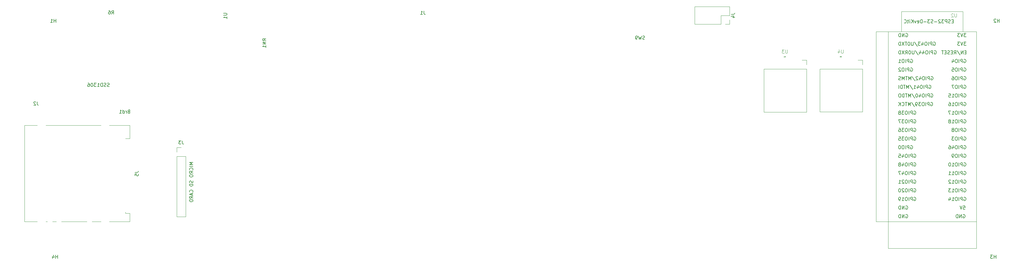
<source format=gbr>
%TF.GenerationSoftware,KiCad,Pcbnew,8.0.6*%
%TF.CreationDate,2025-04-19T20:02:08-05:00*%
%TF.ProjectId,front-panel.processor,66726f6e-742d-4706-916e-656c2e70726f,rev?*%
%TF.SameCoordinates,Original*%
%TF.FileFunction,Legend,Bot*%
%TF.FilePolarity,Positive*%
%FSLAX46Y46*%
G04 Gerber Fmt 4.6, Leading zero omitted, Abs format (unit mm)*
G04 Created by KiCad (PCBNEW 8.0.6) date 2025-04-19 20:02:08*
%MOMM*%
%LPD*%
G01*
G04 APERTURE LIST*
%ADD10C,0.150000*%
%ADD11C,0.100000*%
%ADD12C,0.120000*%
G04 APERTURE END LIST*
D10*
X152833333Y-154572319D02*
X152833333Y-155286604D01*
X152833333Y-155286604D02*
X152880952Y-155429461D01*
X152880952Y-155429461D02*
X152976190Y-155524700D01*
X152976190Y-155524700D02*
X153119047Y-155572319D01*
X153119047Y-155572319D02*
X153214285Y-155572319D01*
X151833333Y-155572319D02*
X152404761Y-155572319D01*
X152119047Y-155572319D02*
X152119047Y-154572319D01*
X152119047Y-154572319D02*
X152214285Y-154715176D01*
X152214285Y-154715176D02*
X152309523Y-154810414D01*
X152309523Y-154810414D02*
X152404761Y-154858033D01*
X39270333Y-181296819D02*
X39270333Y-182011104D01*
X39270333Y-182011104D02*
X39317952Y-182153961D01*
X39317952Y-182153961D02*
X39413190Y-182249200D01*
X39413190Y-182249200D02*
X39556047Y-182296819D01*
X39556047Y-182296819D02*
X39651285Y-182296819D01*
X38841761Y-181392057D02*
X38794142Y-181344438D01*
X38794142Y-181344438D02*
X38698904Y-181296819D01*
X38698904Y-181296819D02*
X38460809Y-181296819D01*
X38460809Y-181296819D02*
X38365571Y-181344438D01*
X38365571Y-181344438D02*
X38317952Y-181392057D01*
X38317952Y-181392057D02*
X38270333Y-181487295D01*
X38270333Y-181487295D02*
X38270333Y-181582533D01*
X38270333Y-181582533D02*
X38317952Y-181725390D01*
X38317952Y-181725390D02*
X38889380Y-182296819D01*
X38889380Y-182296819D02*
X38270333Y-182296819D01*
X44761904Y-157954819D02*
X44761904Y-156954819D01*
X44761904Y-157431009D02*
X44190476Y-157431009D01*
X44190476Y-157954819D02*
X44190476Y-156954819D01*
X43190476Y-157954819D02*
X43761904Y-157954819D01*
X43476190Y-157954819D02*
X43476190Y-156954819D01*
X43476190Y-156954819D02*
X43571428Y-157097676D01*
X43571428Y-157097676D02*
X43666666Y-157192914D01*
X43666666Y-157192914D02*
X43761904Y-157240533D01*
X321761904Y-157954819D02*
X321761904Y-156954819D01*
X321761904Y-157431009D02*
X321190476Y-157431009D01*
X321190476Y-157954819D02*
X321190476Y-156954819D01*
X320761904Y-157050057D02*
X320714285Y-157002438D01*
X320714285Y-157002438D02*
X320619047Y-156954819D01*
X320619047Y-156954819D02*
X320380952Y-156954819D01*
X320380952Y-156954819D02*
X320285714Y-157002438D01*
X320285714Y-157002438D02*
X320238095Y-157050057D01*
X320238095Y-157050057D02*
X320190476Y-157145295D01*
X320190476Y-157145295D02*
X320190476Y-157240533D01*
X320190476Y-157240533D02*
X320238095Y-157383390D01*
X320238095Y-157383390D02*
X320809523Y-157954819D01*
X320809523Y-157954819D02*
X320190476Y-157954819D01*
X320761904Y-227454819D02*
X320761904Y-226454819D01*
X320761904Y-226931009D02*
X320190476Y-226931009D01*
X320190476Y-227454819D02*
X320190476Y-226454819D01*
X319809523Y-226454819D02*
X319190476Y-226454819D01*
X319190476Y-226454819D02*
X319523809Y-226835771D01*
X319523809Y-226835771D02*
X319380952Y-226835771D01*
X319380952Y-226835771D02*
X319285714Y-226883390D01*
X319285714Y-226883390D02*
X319238095Y-226931009D01*
X319238095Y-226931009D02*
X319190476Y-227026247D01*
X319190476Y-227026247D02*
X319190476Y-227264342D01*
X319190476Y-227264342D02*
X319238095Y-227359580D01*
X319238095Y-227359580D02*
X319285714Y-227407200D01*
X319285714Y-227407200D02*
X319380952Y-227454819D01*
X319380952Y-227454819D02*
X319666666Y-227454819D01*
X319666666Y-227454819D02*
X319761904Y-227407200D01*
X319761904Y-227407200D02*
X319809523Y-227359580D01*
X45261904Y-227454819D02*
X45261904Y-226454819D01*
X45261904Y-226931009D02*
X44690476Y-226931009D01*
X44690476Y-227454819D02*
X44690476Y-226454819D01*
X43785714Y-226788152D02*
X43785714Y-227454819D01*
X44023809Y-226407200D02*
X44261904Y-227121485D01*
X44261904Y-227121485D02*
X43642857Y-227121485D01*
X61166666Y-155454819D02*
X61499999Y-154978628D01*
X61738094Y-155454819D02*
X61738094Y-154454819D01*
X61738094Y-154454819D02*
X61357142Y-154454819D01*
X61357142Y-154454819D02*
X61261904Y-154502438D01*
X61261904Y-154502438D02*
X61214285Y-154550057D01*
X61214285Y-154550057D02*
X61166666Y-154645295D01*
X61166666Y-154645295D02*
X61166666Y-154788152D01*
X61166666Y-154788152D02*
X61214285Y-154883390D01*
X61214285Y-154883390D02*
X61261904Y-154931009D01*
X61261904Y-154931009D02*
X61357142Y-154978628D01*
X61357142Y-154978628D02*
X61738094Y-154978628D01*
X60309523Y-154454819D02*
X60499999Y-154454819D01*
X60499999Y-154454819D02*
X60595237Y-154502438D01*
X60595237Y-154502438D02*
X60642856Y-154550057D01*
X60642856Y-154550057D02*
X60738094Y-154692914D01*
X60738094Y-154692914D02*
X60785713Y-154883390D01*
X60785713Y-154883390D02*
X60785713Y-155264342D01*
X60785713Y-155264342D02*
X60738094Y-155359580D01*
X60738094Y-155359580D02*
X60690475Y-155407200D01*
X60690475Y-155407200D02*
X60595237Y-155454819D01*
X60595237Y-155454819D02*
X60404761Y-155454819D01*
X60404761Y-155454819D02*
X60309523Y-155407200D01*
X60309523Y-155407200D02*
X60261904Y-155359580D01*
X60261904Y-155359580D02*
X60214285Y-155264342D01*
X60214285Y-155264342D02*
X60214285Y-155026247D01*
X60214285Y-155026247D02*
X60261904Y-154931009D01*
X60261904Y-154931009D02*
X60309523Y-154883390D01*
X60309523Y-154883390D02*
X60404761Y-154835771D01*
X60404761Y-154835771D02*
X60595237Y-154835771D01*
X60595237Y-154835771D02*
X60690475Y-154883390D01*
X60690475Y-154883390D02*
X60738094Y-154931009D01*
X60738094Y-154931009D02*
X60785713Y-155026247D01*
X217614332Y-162879200D02*
X217471475Y-162926819D01*
X217471475Y-162926819D02*
X217233380Y-162926819D01*
X217233380Y-162926819D02*
X217138142Y-162879200D01*
X217138142Y-162879200D02*
X217090523Y-162831580D01*
X217090523Y-162831580D02*
X217042904Y-162736342D01*
X217042904Y-162736342D02*
X217042904Y-162641104D01*
X217042904Y-162641104D02*
X217090523Y-162545866D01*
X217090523Y-162545866D02*
X217138142Y-162498247D01*
X217138142Y-162498247D02*
X217233380Y-162450628D01*
X217233380Y-162450628D02*
X217423856Y-162403009D01*
X217423856Y-162403009D02*
X217519094Y-162355390D01*
X217519094Y-162355390D02*
X217566713Y-162307771D01*
X217566713Y-162307771D02*
X217614332Y-162212533D01*
X217614332Y-162212533D02*
X217614332Y-162117295D01*
X217614332Y-162117295D02*
X217566713Y-162022057D01*
X217566713Y-162022057D02*
X217519094Y-161974438D01*
X217519094Y-161974438D02*
X217423856Y-161926819D01*
X217423856Y-161926819D02*
X217185761Y-161926819D01*
X217185761Y-161926819D02*
X217042904Y-161974438D01*
X216709570Y-161926819D02*
X216471475Y-162926819D01*
X216471475Y-162926819D02*
X216280999Y-162212533D01*
X216280999Y-162212533D02*
X216090523Y-162926819D01*
X216090523Y-162926819D02*
X215852428Y-161926819D01*
X215423856Y-162926819D02*
X215233380Y-162926819D01*
X215233380Y-162926819D02*
X215138142Y-162879200D01*
X215138142Y-162879200D02*
X215090523Y-162831580D01*
X215090523Y-162831580D02*
X214995285Y-162688723D01*
X214995285Y-162688723D02*
X214947666Y-162498247D01*
X214947666Y-162498247D02*
X214947666Y-162117295D01*
X214947666Y-162117295D02*
X214995285Y-162022057D01*
X214995285Y-162022057D02*
X215042904Y-161974438D01*
X215042904Y-161974438D02*
X215138142Y-161926819D01*
X215138142Y-161926819D02*
X215328618Y-161926819D01*
X215328618Y-161926819D02*
X215423856Y-161974438D01*
X215423856Y-161974438D02*
X215471475Y-162022057D01*
X215471475Y-162022057D02*
X215519094Y-162117295D01*
X215519094Y-162117295D02*
X215519094Y-162355390D01*
X215519094Y-162355390D02*
X215471475Y-162450628D01*
X215471475Y-162450628D02*
X215423856Y-162498247D01*
X215423856Y-162498247D02*
X215328618Y-162545866D01*
X215328618Y-162545866D02*
X215138142Y-162545866D01*
X215138142Y-162545866D02*
X215042904Y-162498247D01*
X215042904Y-162498247D02*
X214995285Y-162450628D01*
X214995285Y-162450628D02*
X214947666Y-162355390D01*
X93959819Y-155228095D02*
X94769342Y-155228095D01*
X94769342Y-155228095D02*
X94864580Y-155275714D01*
X94864580Y-155275714D02*
X94912200Y-155323333D01*
X94912200Y-155323333D02*
X94959819Y-155418571D01*
X94959819Y-155418571D02*
X94959819Y-155609047D01*
X94959819Y-155609047D02*
X94912200Y-155704285D01*
X94912200Y-155704285D02*
X94864580Y-155751904D01*
X94864580Y-155751904D02*
X94769342Y-155799523D01*
X94769342Y-155799523D02*
X93959819Y-155799523D01*
X94959819Y-156799523D02*
X94959819Y-156228095D01*
X94959819Y-156513809D02*
X93959819Y-156513809D01*
X93959819Y-156513809D02*
X94102676Y-156418571D01*
X94102676Y-156418571D02*
X94197914Y-156323333D01*
X94197914Y-156323333D02*
X94245533Y-156228095D01*
X106454819Y-163309523D02*
X105978628Y-162976190D01*
X106454819Y-162738095D02*
X105454819Y-162738095D01*
X105454819Y-162738095D02*
X105454819Y-163119047D01*
X105454819Y-163119047D02*
X105502438Y-163214285D01*
X105502438Y-163214285D02*
X105550057Y-163261904D01*
X105550057Y-163261904D02*
X105645295Y-163309523D01*
X105645295Y-163309523D02*
X105788152Y-163309523D01*
X105788152Y-163309523D02*
X105883390Y-163261904D01*
X105883390Y-163261904D02*
X105931009Y-163214285D01*
X105931009Y-163214285D02*
X105978628Y-163119047D01*
X105978628Y-163119047D02*
X105978628Y-162738095D01*
X106454819Y-163738095D02*
X105454819Y-163738095D01*
X105454819Y-163738095D02*
X106454819Y-164309523D01*
X106454819Y-164309523D02*
X105454819Y-164309523D01*
X106454819Y-165309523D02*
X106454819Y-164738095D01*
X106454819Y-165023809D02*
X105454819Y-165023809D01*
X105454819Y-165023809D02*
X105597676Y-164928571D01*
X105597676Y-164928571D02*
X105692914Y-164833333D01*
X105692914Y-164833333D02*
X105740533Y-164738095D01*
X66166666Y-184185009D02*
X66023809Y-184232628D01*
X66023809Y-184232628D02*
X65976190Y-184280247D01*
X65976190Y-184280247D02*
X65928571Y-184375485D01*
X65928571Y-184375485D02*
X65928571Y-184518342D01*
X65928571Y-184518342D02*
X65976190Y-184613580D01*
X65976190Y-184613580D02*
X66023809Y-184661200D01*
X66023809Y-184661200D02*
X66119047Y-184708819D01*
X66119047Y-184708819D02*
X66499999Y-184708819D01*
X66499999Y-184708819D02*
X66499999Y-183708819D01*
X66499999Y-183708819D02*
X66166666Y-183708819D01*
X66166666Y-183708819D02*
X66071428Y-183756438D01*
X66071428Y-183756438D02*
X66023809Y-183804057D01*
X66023809Y-183804057D02*
X65976190Y-183899295D01*
X65976190Y-183899295D02*
X65976190Y-183994533D01*
X65976190Y-183994533D02*
X66023809Y-184089771D01*
X66023809Y-184089771D02*
X66071428Y-184137390D01*
X66071428Y-184137390D02*
X66166666Y-184185009D01*
X66166666Y-184185009D02*
X66499999Y-184185009D01*
X65499999Y-184708819D02*
X65499999Y-184042152D01*
X65499999Y-184232628D02*
X65452380Y-184137390D01*
X65452380Y-184137390D02*
X65404761Y-184089771D01*
X65404761Y-184089771D02*
X65309523Y-184042152D01*
X65309523Y-184042152D02*
X65214285Y-184042152D01*
X64452380Y-184708819D02*
X64452380Y-183708819D01*
X64452380Y-184661200D02*
X64547618Y-184708819D01*
X64547618Y-184708819D02*
X64738094Y-184708819D01*
X64738094Y-184708819D02*
X64833332Y-184661200D01*
X64833332Y-184661200D02*
X64880951Y-184613580D01*
X64880951Y-184613580D02*
X64928570Y-184518342D01*
X64928570Y-184518342D02*
X64928570Y-184232628D01*
X64928570Y-184232628D02*
X64880951Y-184137390D01*
X64880951Y-184137390D02*
X64833332Y-184089771D01*
X64833332Y-184089771D02*
X64738094Y-184042152D01*
X64738094Y-184042152D02*
X64547618Y-184042152D01*
X64547618Y-184042152D02*
X64452380Y-184089771D01*
X63452380Y-184708819D02*
X64023808Y-184708819D01*
X63738094Y-184708819D02*
X63738094Y-183708819D01*
X63738094Y-183708819D02*
X63833332Y-183851676D01*
X63833332Y-183851676D02*
X63928570Y-183946914D01*
X63928570Y-183946914D02*
X64023808Y-183994533D01*
X60419666Y-176787200D02*
X60276809Y-176834819D01*
X60276809Y-176834819D02*
X60038714Y-176834819D01*
X60038714Y-176834819D02*
X59943476Y-176787200D01*
X59943476Y-176787200D02*
X59895857Y-176739580D01*
X59895857Y-176739580D02*
X59848238Y-176644342D01*
X59848238Y-176644342D02*
X59848238Y-176549104D01*
X59848238Y-176549104D02*
X59895857Y-176453866D01*
X59895857Y-176453866D02*
X59943476Y-176406247D01*
X59943476Y-176406247D02*
X60038714Y-176358628D01*
X60038714Y-176358628D02*
X60229190Y-176311009D01*
X60229190Y-176311009D02*
X60324428Y-176263390D01*
X60324428Y-176263390D02*
X60372047Y-176215771D01*
X60372047Y-176215771D02*
X60419666Y-176120533D01*
X60419666Y-176120533D02*
X60419666Y-176025295D01*
X60419666Y-176025295D02*
X60372047Y-175930057D01*
X60372047Y-175930057D02*
X60324428Y-175882438D01*
X60324428Y-175882438D02*
X60229190Y-175834819D01*
X60229190Y-175834819D02*
X59991095Y-175834819D01*
X59991095Y-175834819D02*
X59848238Y-175882438D01*
X59467285Y-176787200D02*
X59324428Y-176834819D01*
X59324428Y-176834819D02*
X59086333Y-176834819D01*
X59086333Y-176834819D02*
X58991095Y-176787200D01*
X58991095Y-176787200D02*
X58943476Y-176739580D01*
X58943476Y-176739580D02*
X58895857Y-176644342D01*
X58895857Y-176644342D02*
X58895857Y-176549104D01*
X58895857Y-176549104D02*
X58943476Y-176453866D01*
X58943476Y-176453866D02*
X58991095Y-176406247D01*
X58991095Y-176406247D02*
X59086333Y-176358628D01*
X59086333Y-176358628D02*
X59276809Y-176311009D01*
X59276809Y-176311009D02*
X59372047Y-176263390D01*
X59372047Y-176263390D02*
X59419666Y-176215771D01*
X59419666Y-176215771D02*
X59467285Y-176120533D01*
X59467285Y-176120533D02*
X59467285Y-176025295D01*
X59467285Y-176025295D02*
X59419666Y-175930057D01*
X59419666Y-175930057D02*
X59372047Y-175882438D01*
X59372047Y-175882438D02*
X59276809Y-175834819D01*
X59276809Y-175834819D02*
X59038714Y-175834819D01*
X59038714Y-175834819D02*
X58895857Y-175882438D01*
X58467285Y-176834819D02*
X58467285Y-175834819D01*
X58467285Y-175834819D02*
X58229190Y-175834819D01*
X58229190Y-175834819D02*
X58086333Y-175882438D01*
X58086333Y-175882438D02*
X57991095Y-175977676D01*
X57991095Y-175977676D02*
X57943476Y-176072914D01*
X57943476Y-176072914D02*
X57895857Y-176263390D01*
X57895857Y-176263390D02*
X57895857Y-176406247D01*
X57895857Y-176406247D02*
X57943476Y-176596723D01*
X57943476Y-176596723D02*
X57991095Y-176691961D01*
X57991095Y-176691961D02*
X58086333Y-176787200D01*
X58086333Y-176787200D02*
X58229190Y-176834819D01*
X58229190Y-176834819D02*
X58467285Y-176834819D01*
X56943476Y-176834819D02*
X57514904Y-176834819D01*
X57229190Y-176834819D02*
X57229190Y-175834819D01*
X57229190Y-175834819D02*
X57324428Y-175977676D01*
X57324428Y-175977676D02*
X57419666Y-176072914D01*
X57419666Y-176072914D02*
X57514904Y-176120533D01*
X56610142Y-175834819D02*
X55991095Y-175834819D01*
X55991095Y-175834819D02*
X56324428Y-176215771D01*
X56324428Y-176215771D02*
X56181571Y-176215771D01*
X56181571Y-176215771D02*
X56086333Y-176263390D01*
X56086333Y-176263390D02*
X56038714Y-176311009D01*
X56038714Y-176311009D02*
X55991095Y-176406247D01*
X55991095Y-176406247D02*
X55991095Y-176644342D01*
X55991095Y-176644342D02*
X56038714Y-176739580D01*
X56038714Y-176739580D02*
X56086333Y-176787200D01*
X56086333Y-176787200D02*
X56181571Y-176834819D01*
X56181571Y-176834819D02*
X56467285Y-176834819D01*
X56467285Y-176834819D02*
X56562523Y-176787200D01*
X56562523Y-176787200D02*
X56610142Y-176739580D01*
X55372047Y-175834819D02*
X55276809Y-175834819D01*
X55276809Y-175834819D02*
X55181571Y-175882438D01*
X55181571Y-175882438D02*
X55133952Y-175930057D01*
X55133952Y-175930057D02*
X55086333Y-176025295D01*
X55086333Y-176025295D02*
X55038714Y-176215771D01*
X55038714Y-176215771D02*
X55038714Y-176453866D01*
X55038714Y-176453866D02*
X55086333Y-176644342D01*
X55086333Y-176644342D02*
X55133952Y-176739580D01*
X55133952Y-176739580D02*
X55181571Y-176787200D01*
X55181571Y-176787200D02*
X55276809Y-176834819D01*
X55276809Y-176834819D02*
X55372047Y-176834819D01*
X55372047Y-176834819D02*
X55467285Y-176787200D01*
X55467285Y-176787200D02*
X55514904Y-176739580D01*
X55514904Y-176739580D02*
X55562523Y-176644342D01*
X55562523Y-176644342D02*
X55610142Y-176453866D01*
X55610142Y-176453866D02*
X55610142Y-176215771D01*
X55610142Y-176215771D02*
X55562523Y-176025295D01*
X55562523Y-176025295D02*
X55514904Y-175930057D01*
X55514904Y-175930057D02*
X55467285Y-175882438D01*
X55467285Y-175882438D02*
X55372047Y-175834819D01*
X54181571Y-175834819D02*
X54372047Y-175834819D01*
X54372047Y-175834819D02*
X54467285Y-175882438D01*
X54467285Y-175882438D02*
X54514904Y-175930057D01*
X54514904Y-175930057D02*
X54610142Y-176072914D01*
X54610142Y-176072914D02*
X54657761Y-176263390D01*
X54657761Y-176263390D02*
X54657761Y-176644342D01*
X54657761Y-176644342D02*
X54610142Y-176739580D01*
X54610142Y-176739580D02*
X54562523Y-176787200D01*
X54562523Y-176787200D02*
X54467285Y-176834819D01*
X54467285Y-176834819D02*
X54276809Y-176834819D01*
X54276809Y-176834819D02*
X54181571Y-176787200D01*
X54181571Y-176787200D02*
X54133952Y-176739580D01*
X54133952Y-176739580D02*
X54086333Y-176644342D01*
X54086333Y-176644342D02*
X54086333Y-176406247D01*
X54086333Y-176406247D02*
X54133952Y-176311009D01*
X54133952Y-176311009D02*
X54181571Y-176263390D01*
X54181571Y-176263390D02*
X54276809Y-176215771D01*
X54276809Y-176215771D02*
X54467285Y-176215771D01*
X54467285Y-176215771D02*
X54562523Y-176263390D01*
X54562523Y-176263390D02*
X54610142Y-176311009D01*
X54610142Y-176311009D02*
X54657761Y-176406247D01*
X67982219Y-202107666D02*
X68696504Y-202107666D01*
X68696504Y-202107666D02*
X68839361Y-202060047D01*
X68839361Y-202060047D02*
X68934600Y-201964809D01*
X68934600Y-201964809D02*
X68982219Y-201821952D01*
X68982219Y-201821952D02*
X68982219Y-201726714D01*
X67982219Y-203060047D02*
X67982219Y-202583857D01*
X67982219Y-202583857D02*
X68458409Y-202536238D01*
X68458409Y-202536238D02*
X68410790Y-202583857D01*
X68410790Y-202583857D02*
X68363171Y-202679095D01*
X68363171Y-202679095D02*
X68363171Y-202917190D01*
X68363171Y-202917190D02*
X68410790Y-203012428D01*
X68410790Y-203012428D02*
X68458409Y-203060047D01*
X68458409Y-203060047D02*
X68553647Y-203107666D01*
X68553647Y-203107666D02*
X68791742Y-203107666D01*
X68791742Y-203107666D02*
X68886980Y-203060047D01*
X68886980Y-203060047D02*
X68934600Y-203012428D01*
X68934600Y-203012428D02*
X68982219Y-202917190D01*
X68982219Y-202917190D02*
X68982219Y-202679095D01*
X68982219Y-202679095D02*
X68934600Y-202583857D01*
X68934600Y-202583857D02*
X68886980Y-202536238D01*
X81891533Y-192775819D02*
X81891533Y-193490104D01*
X81891533Y-193490104D02*
X81939152Y-193632961D01*
X81939152Y-193632961D02*
X82034390Y-193728200D01*
X82034390Y-193728200D02*
X82177247Y-193775819D01*
X82177247Y-193775819D02*
X82272485Y-193775819D01*
X81510580Y-192775819D02*
X80891533Y-192775819D01*
X80891533Y-192775819D02*
X81224866Y-193156771D01*
X81224866Y-193156771D02*
X81082009Y-193156771D01*
X81082009Y-193156771D02*
X80986771Y-193204390D01*
X80986771Y-193204390D02*
X80939152Y-193252009D01*
X80939152Y-193252009D02*
X80891533Y-193347247D01*
X80891533Y-193347247D02*
X80891533Y-193585342D01*
X80891533Y-193585342D02*
X80939152Y-193680580D01*
X80939152Y-193680580D02*
X80986771Y-193728200D01*
X80986771Y-193728200D02*
X81082009Y-193775819D01*
X81082009Y-193775819D02*
X81367723Y-193775819D01*
X81367723Y-193775819D02*
X81462961Y-193728200D01*
X81462961Y-193728200D02*
X81510580Y-193680580D01*
X85013019Y-199204095D02*
X84013019Y-199204095D01*
X84013019Y-199204095D02*
X84727304Y-199537428D01*
X84727304Y-199537428D02*
X84013019Y-199870761D01*
X84013019Y-199870761D02*
X85013019Y-199870761D01*
X85013019Y-200346952D02*
X84013019Y-200346952D01*
X84917780Y-201394570D02*
X84965400Y-201346951D01*
X84965400Y-201346951D02*
X85013019Y-201204094D01*
X85013019Y-201204094D02*
X85013019Y-201108856D01*
X85013019Y-201108856D02*
X84965400Y-200965999D01*
X84965400Y-200965999D02*
X84870161Y-200870761D01*
X84870161Y-200870761D02*
X84774923Y-200823142D01*
X84774923Y-200823142D02*
X84584447Y-200775523D01*
X84584447Y-200775523D02*
X84441590Y-200775523D01*
X84441590Y-200775523D02*
X84251114Y-200823142D01*
X84251114Y-200823142D02*
X84155876Y-200870761D01*
X84155876Y-200870761D02*
X84060638Y-200965999D01*
X84060638Y-200965999D02*
X84013019Y-201108856D01*
X84013019Y-201108856D02*
X84013019Y-201204094D01*
X84013019Y-201204094D02*
X84060638Y-201346951D01*
X84060638Y-201346951D02*
X84108257Y-201394570D01*
X85013019Y-202394570D02*
X84536828Y-202061237D01*
X85013019Y-201823142D02*
X84013019Y-201823142D01*
X84013019Y-201823142D02*
X84013019Y-202204094D01*
X84013019Y-202204094D02*
X84060638Y-202299332D01*
X84060638Y-202299332D02*
X84108257Y-202346951D01*
X84108257Y-202346951D02*
X84203495Y-202394570D01*
X84203495Y-202394570D02*
X84346352Y-202394570D01*
X84346352Y-202394570D02*
X84441590Y-202346951D01*
X84441590Y-202346951D02*
X84489209Y-202299332D01*
X84489209Y-202299332D02*
X84536828Y-202204094D01*
X84536828Y-202204094D02*
X84536828Y-201823142D01*
X84013019Y-203013618D02*
X84013019Y-203204094D01*
X84013019Y-203204094D02*
X84060638Y-203299332D01*
X84060638Y-203299332D02*
X84155876Y-203394570D01*
X84155876Y-203394570D02*
X84346352Y-203442189D01*
X84346352Y-203442189D02*
X84679685Y-203442189D01*
X84679685Y-203442189D02*
X84870161Y-203394570D01*
X84870161Y-203394570D02*
X84965400Y-203299332D01*
X84965400Y-203299332D02*
X85013019Y-203204094D01*
X85013019Y-203204094D02*
X85013019Y-203013618D01*
X85013019Y-203013618D02*
X84965400Y-202918380D01*
X84965400Y-202918380D02*
X84870161Y-202823142D01*
X84870161Y-202823142D02*
X84679685Y-202775523D01*
X84679685Y-202775523D02*
X84346352Y-202775523D01*
X84346352Y-202775523D02*
X84155876Y-202823142D01*
X84155876Y-202823142D02*
X84060638Y-202918380D01*
X84060638Y-202918380D02*
X84013019Y-203013618D01*
X84965400Y-204585047D02*
X85013019Y-204727904D01*
X85013019Y-204727904D02*
X85013019Y-204965999D01*
X85013019Y-204965999D02*
X84965400Y-205061237D01*
X84965400Y-205061237D02*
X84917780Y-205108856D01*
X84917780Y-205108856D02*
X84822542Y-205156475D01*
X84822542Y-205156475D02*
X84727304Y-205156475D01*
X84727304Y-205156475D02*
X84632066Y-205108856D01*
X84632066Y-205108856D02*
X84584447Y-205061237D01*
X84584447Y-205061237D02*
X84536828Y-204965999D01*
X84536828Y-204965999D02*
X84489209Y-204775523D01*
X84489209Y-204775523D02*
X84441590Y-204680285D01*
X84441590Y-204680285D02*
X84393971Y-204632666D01*
X84393971Y-204632666D02*
X84298733Y-204585047D01*
X84298733Y-204585047D02*
X84203495Y-204585047D01*
X84203495Y-204585047D02*
X84108257Y-204632666D01*
X84108257Y-204632666D02*
X84060638Y-204680285D01*
X84060638Y-204680285D02*
X84013019Y-204775523D01*
X84013019Y-204775523D02*
X84013019Y-205013618D01*
X84013019Y-205013618D02*
X84060638Y-205156475D01*
X85013019Y-205585047D02*
X84013019Y-205585047D01*
X84013019Y-205585047D02*
X84013019Y-205823142D01*
X84013019Y-205823142D02*
X84060638Y-205965999D01*
X84060638Y-205965999D02*
X84155876Y-206061237D01*
X84155876Y-206061237D02*
X84251114Y-206108856D01*
X84251114Y-206108856D02*
X84441590Y-206156475D01*
X84441590Y-206156475D02*
X84584447Y-206156475D01*
X84584447Y-206156475D02*
X84774923Y-206108856D01*
X84774923Y-206108856D02*
X84870161Y-206061237D01*
X84870161Y-206061237D02*
X84965400Y-205965999D01*
X84965400Y-205965999D02*
X85013019Y-205823142D01*
X85013019Y-205823142D02*
X85013019Y-205585047D01*
X84917780Y-207918380D02*
X84965400Y-207870761D01*
X84965400Y-207870761D02*
X85013019Y-207727904D01*
X85013019Y-207727904D02*
X85013019Y-207632666D01*
X85013019Y-207632666D02*
X84965400Y-207489809D01*
X84965400Y-207489809D02*
X84870161Y-207394571D01*
X84870161Y-207394571D02*
X84774923Y-207346952D01*
X84774923Y-207346952D02*
X84584447Y-207299333D01*
X84584447Y-207299333D02*
X84441590Y-207299333D01*
X84441590Y-207299333D02*
X84251114Y-207346952D01*
X84251114Y-207346952D02*
X84155876Y-207394571D01*
X84155876Y-207394571D02*
X84060638Y-207489809D01*
X84060638Y-207489809D02*
X84013019Y-207632666D01*
X84013019Y-207632666D02*
X84013019Y-207727904D01*
X84013019Y-207727904D02*
X84060638Y-207870761D01*
X84060638Y-207870761D02*
X84108257Y-207918380D01*
X84727304Y-208299333D02*
X84727304Y-208775523D01*
X85013019Y-208204095D02*
X84013019Y-208537428D01*
X84013019Y-208537428D02*
X85013019Y-208870761D01*
X85013019Y-209775523D02*
X84536828Y-209442190D01*
X85013019Y-209204095D02*
X84013019Y-209204095D01*
X84013019Y-209204095D02*
X84013019Y-209585047D01*
X84013019Y-209585047D02*
X84060638Y-209680285D01*
X84060638Y-209680285D02*
X84108257Y-209727904D01*
X84108257Y-209727904D02*
X84203495Y-209775523D01*
X84203495Y-209775523D02*
X84346352Y-209775523D01*
X84346352Y-209775523D02*
X84441590Y-209727904D01*
X84441590Y-209727904D02*
X84489209Y-209680285D01*
X84489209Y-209680285D02*
X84536828Y-209585047D01*
X84536828Y-209585047D02*
X84536828Y-209204095D01*
X85013019Y-210204095D02*
X84013019Y-210204095D01*
X84013019Y-210204095D02*
X84013019Y-210442190D01*
X84013019Y-210442190D02*
X84060638Y-210585047D01*
X84060638Y-210585047D02*
X84155876Y-210680285D01*
X84155876Y-210680285D02*
X84251114Y-210727904D01*
X84251114Y-210727904D02*
X84441590Y-210775523D01*
X84441590Y-210775523D02*
X84584447Y-210775523D01*
X84584447Y-210775523D02*
X84774923Y-210727904D01*
X84774923Y-210727904D02*
X84870161Y-210680285D01*
X84870161Y-210680285D02*
X84965400Y-210585047D01*
X84965400Y-210585047D02*
X85013019Y-210442190D01*
X85013019Y-210442190D02*
X85013019Y-210204095D01*
D11*
X309192904Y-155337319D02*
X309192904Y-156146842D01*
X309192904Y-156146842D02*
X309145285Y-156242080D01*
X309145285Y-156242080D02*
X309097666Y-156289700D01*
X309097666Y-156289700D02*
X309002428Y-156337319D01*
X309002428Y-156337319D02*
X308811952Y-156337319D01*
X308811952Y-156337319D02*
X308716714Y-156289700D01*
X308716714Y-156289700D02*
X308669095Y-156242080D01*
X308669095Y-156242080D02*
X308621476Y-156146842D01*
X308621476Y-156146842D02*
X308621476Y-155337319D01*
X308192904Y-155432557D02*
X308145285Y-155384938D01*
X308145285Y-155384938D02*
X308050047Y-155337319D01*
X308050047Y-155337319D02*
X307811952Y-155337319D01*
X307811952Y-155337319D02*
X307716714Y-155384938D01*
X307716714Y-155384938D02*
X307669095Y-155432557D01*
X307669095Y-155432557D02*
X307621476Y-155527795D01*
X307621476Y-155527795D02*
X307621476Y-155623033D01*
X307621476Y-155623033D02*
X307669095Y-155765890D01*
X307669095Y-155765890D02*
X308240523Y-156337319D01*
X308240523Y-156337319D02*
X307621476Y-156337319D01*
D10*
X308231666Y-157588909D02*
X307898333Y-157588909D01*
X307755476Y-158112719D02*
X308231666Y-158112719D01*
X308231666Y-158112719D02*
X308231666Y-157112719D01*
X308231666Y-157112719D02*
X307755476Y-157112719D01*
X307374523Y-158065100D02*
X307231666Y-158112719D01*
X307231666Y-158112719D02*
X306993571Y-158112719D01*
X306993571Y-158112719D02*
X306898333Y-158065100D01*
X306898333Y-158065100D02*
X306850714Y-158017480D01*
X306850714Y-158017480D02*
X306803095Y-157922242D01*
X306803095Y-157922242D02*
X306803095Y-157827004D01*
X306803095Y-157827004D02*
X306850714Y-157731766D01*
X306850714Y-157731766D02*
X306898333Y-157684147D01*
X306898333Y-157684147D02*
X306993571Y-157636528D01*
X306993571Y-157636528D02*
X307184047Y-157588909D01*
X307184047Y-157588909D02*
X307279285Y-157541290D01*
X307279285Y-157541290D02*
X307326904Y-157493671D01*
X307326904Y-157493671D02*
X307374523Y-157398433D01*
X307374523Y-157398433D02*
X307374523Y-157303195D01*
X307374523Y-157303195D02*
X307326904Y-157207957D01*
X307326904Y-157207957D02*
X307279285Y-157160338D01*
X307279285Y-157160338D02*
X307184047Y-157112719D01*
X307184047Y-157112719D02*
X306945952Y-157112719D01*
X306945952Y-157112719D02*
X306803095Y-157160338D01*
X306374523Y-158112719D02*
X306374523Y-157112719D01*
X306374523Y-157112719D02*
X305993571Y-157112719D01*
X305993571Y-157112719D02*
X305898333Y-157160338D01*
X305898333Y-157160338D02*
X305850714Y-157207957D01*
X305850714Y-157207957D02*
X305803095Y-157303195D01*
X305803095Y-157303195D02*
X305803095Y-157446052D01*
X305803095Y-157446052D02*
X305850714Y-157541290D01*
X305850714Y-157541290D02*
X305898333Y-157588909D01*
X305898333Y-157588909D02*
X305993571Y-157636528D01*
X305993571Y-157636528D02*
X306374523Y-157636528D01*
X305469761Y-157112719D02*
X304850714Y-157112719D01*
X304850714Y-157112719D02*
X305184047Y-157493671D01*
X305184047Y-157493671D02*
X305041190Y-157493671D01*
X305041190Y-157493671D02*
X304945952Y-157541290D01*
X304945952Y-157541290D02*
X304898333Y-157588909D01*
X304898333Y-157588909D02*
X304850714Y-157684147D01*
X304850714Y-157684147D02*
X304850714Y-157922242D01*
X304850714Y-157922242D02*
X304898333Y-158017480D01*
X304898333Y-158017480D02*
X304945952Y-158065100D01*
X304945952Y-158065100D02*
X305041190Y-158112719D01*
X305041190Y-158112719D02*
X305326904Y-158112719D01*
X305326904Y-158112719D02*
X305422142Y-158065100D01*
X305422142Y-158065100D02*
X305469761Y-158017480D01*
X304469761Y-157207957D02*
X304422142Y-157160338D01*
X304422142Y-157160338D02*
X304326904Y-157112719D01*
X304326904Y-157112719D02*
X304088809Y-157112719D01*
X304088809Y-157112719D02*
X303993571Y-157160338D01*
X303993571Y-157160338D02*
X303945952Y-157207957D01*
X303945952Y-157207957D02*
X303898333Y-157303195D01*
X303898333Y-157303195D02*
X303898333Y-157398433D01*
X303898333Y-157398433D02*
X303945952Y-157541290D01*
X303945952Y-157541290D02*
X304517380Y-158112719D01*
X304517380Y-158112719D02*
X303898333Y-158112719D01*
X303469761Y-157731766D02*
X302707857Y-157731766D01*
X302279285Y-158065100D02*
X302136428Y-158112719D01*
X302136428Y-158112719D02*
X301898333Y-158112719D01*
X301898333Y-158112719D02*
X301803095Y-158065100D01*
X301803095Y-158065100D02*
X301755476Y-158017480D01*
X301755476Y-158017480D02*
X301707857Y-157922242D01*
X301707857Y-157922242D02*
X301707857Y-157827004D01*
X301707857Y-157827004D02*
X301755476Y-157731766D01*
X301755476Y-157731766D02*
X301803095Y-157684147D01*
X301803095Y-157684147D02*
X301898333Y-157636528D01*
X301898333Y-157636528D02*
X302088809Y-157588909D01*
X302088809Y-157588909D02*
X302184047Y-157541290D01*
X302184047Y-157541290D02*
X302231666Y-157493671D01*
X302231666Y-157493671D02*
X302279285Y-157398433D01*
X302279285Y-157398433D02*
X302279285Y-157303195D01*
X302279285Y-157303195D02*
X302231666Y-157207957D01*
X302231666Y-157207957D02*
X302184047Y-157160338D01*
X302184047Y-157160338D02*
X302088809Y-157112719D01*
X302088809Y-157112719D02*
X301850714Y-157112719D01*
X301850714Y-157112719D02*
X301707857Y-157160338D01*
X301374523Y-157112719D02*
X300755476Y-157112719D01*
X300755476Y-157112719D02*
X301088809Y-157493671D01*
X301088809Y-157493671D02*
X300945952Y-157493671D01*
X300945952Y-157493671D02*
X300850714Y-157541290D01*
X300850714Y-157541290D02*
X300803095Y-157588909D01*
X300803095Y-157588909D02*
X300755476Y-157684147D01*
X300755476Y-157684147D02*
X300755476Y-157922242D01*
X300755476Y-157922242D02*
X300803095Y-158017480D01*
X300803095Y-158017480D02*
X300850714Y-158065100D01*
X300850714Y-158065100D02*
X300945952Y-158112719D01*
X300945952Y-158112719D02*
X301231666Y-158112719D01*
X301231666Y-158112719D02*
X301326904Y-158065100D01*
X301326904Y-158065100D02*
X301374523Y-158017480D01*
X300326904Y-157731766D02*
X299565000Y-157731766D01*
X299088809Y-158112719D02*
X299088809Y-157112719D01*
X299088809Y-157112719D02*
X298850714Y-157112719D01*
X298850714Y-157112719D02*
X298707857Y-157160338D01*
X298707857Y-157160338D02*
X298612619Y-157255576D01*
X298612619Y-157255576D02*
X298565000Y-157350814D01*
X298565000Y-157350814D02*
X298517381Y-157541290D01*
X298517381Y-157541290D02*
X298517381Y-157684147D01*
X298517381Y-157684147D02*
X298565000Y-157874623D01*
X298565000Y-157874623D02*
X298612619Y-157969861D01*
X298612619Y-157969861D02*
X298707857Y-158065100D01*
X298707857Y-158065100D02*
X298850714Y-158112719D01*
X298850714Y-158112719D02*
X299088809Y-158112719D01*
X297707857Y-158065100D02*
X297803095Y-158112719D01*
X297803095Y-158112719D02*
X297993571Y-158112719D01*
X297993571Y-158112719D02*
X298088809Y-158065100D01*
X298088809Y-158065100D02*
X298136428Y-157969861D01*
X298136428Y-157969861D02*
X298136428Y-157588909D01*
X298136428Y-157588909D02*
X298088809Y-157493671D01*
X298088809Y-157493671D02*
X297993571Y-157446052D01*
X297993571Y-157446052D02*
X297803095Y-157446052D01*
X297803095Y-157446052D02*
X297707857Y-157493671D01*
X297707857Y-157493671D02*
X297660238Y-157588909D01*
X297660238Y-157588909D02*
X297660238Y-157684147D01*
X297660238Y-157684147D02*
X298136428Y-157779385D01*
X297326904Y-157446052D02*
X297088809Y-158112719D01*
X297088809Y-158112719D02*
X296850714Y-157446052D01*
X296469761Y-158112719D02*
X296469761Y-157112719D01*
X295898333Y-158112719D02*
X296326904Y-157541290D01*
X295898333Y-157112719D02*
X296469761Y-157684147D01*
X295469761Y-158112719D02*
X295469761Y-157446052D01*
X295469761Y-157112719D02*
X295517380Y-157160338D01*
X295517380Y-157160338D02*
X295469761Y-157207957D01*
X295469761Y-157207957D02*
X295422142Y-157160338D01*
X295422142Y-157160338D02*
X295469761Y-157112719D01*
X295469761Y-157112719D02*
X295469761Y-157207957D01*
X295136428Y-157446052D02*
X294755476Y-157446052D01*
X294993571Y-157112719D02*
X294993571Y-157969861D01*
X294993571Y-157969861D02*
X294945952Y-158065100D01*
X294945952Y-158065100D02*
X294850714Y-158112719D01*
X294850714Y-158112719D02*
X294755476Y-158112719D01*
X293850714Y-158017480D02*
X293898333Y-158065100D01*
X293898333Y-158065100D02*
X294041190Y-158112719D01*
X294041190Y-158112719D02*
X294136428Y-158112719D01*
X294136428Y-158112719D02*
X294279285Y-158065100D01*
X294279285Y-158065100D02*
X294374523Y-157969861D01*
X294374523Y-157969861D02*
X294422142Y-157874623D01*
X294422142Y-157874623D02*
X294469761Y-157684147D01*
X294469761Y-157684147D02*
X294469761Y-157541290D01*
X294469761Y-157541290D02*
X294422142Y-157350814D01*
X294422142Y-157350814D02*
X294374523Y-157255576D01*
X294374523Y-157255576D02*
X294279285Y-157160338D01*
X294279285Y-157160338D02*
X294136428Y-157112719D01*
X294136428Y-157112719D02*
X294041190Y-157112719D01*
X294041190Y-157112719D02*
X293898333Y-157160338D01*
X293898333Y-157160338D02*
X293850714Y-157207957D01*
X311380411Y-201864338D02*
X311475649Y-201816719D01*
X311475649Y-201816719D02*
X311618506Y-201816719D01*
X311618506Y-201816719D02*
X311761363Y-201864338D01*
X311761363Y-201864338D02*
X311856601Y-201959576D01*
X311856601Y-201959576D02*
X311904220Y-202054814D01*
X311904220Y-202054814D02*
X311951839Y-202245290D01*
X311951839Y-202245290D02*
X311951839Y-202388147D01*
X311951839Y-202388147D02*
X311904220Y-202578623D01*
X311904220Y-202578623D02*
X311856601Y-202673861D01*
X311856601Y-202673861D02*
X311761363Y-202769100D01*
X311761363Y-202769100D02*
X311618506Y-202816719D01*
X311618506Y-202816719D02*
X311523268Y-202816719D01*
X311523268Y-202816719D02*
X311380411Y-202769100D01*
X311380411Y-202769100D02*
X311332792Y-202721480D01*
X311332792Y-202721480D02*
X311332792Y-202388147D01*
X311332792Y-202388147D02*
X311523268Y-202388147D01*
X310904220Y-202816719D02*
X310904220Y-201816719D01*
X310904220Y-201816719D02*
X310523268Y-201816719D01*
X310523268Y-201816719D02*
X310428030Y-201864338D01*
X310428030Y-201864338D02*
X310380411Y-201911957D01*
X310380411Y-201911957D02*
X310332792Y-202007195D01*
X310332792Y-202007195D02*
X310332792Y-202150052D01*
X310332792Y-202150052D02*
X310380411Y-202245290D01*
X310380411Y-202245290D02*
X310428030Y-202292909D01*
X310428030Y-202292909D02*
X310523268Y-202340528D01*
X310523268Y-202340528D02*
X310904220Y-202340528D01*
X309904220Y-202816719D02*
X309904220Y-201816719D01*
X309237554Y-201816719D02*
X309047078Y-201816719D01*
X309047078Y-201816719D02*
X308951840Y-201864338D01*
X308951840Y-201864338D02*
X308856602Y-201959576D01*
X308856602Y-201959576D02*
X308808983Y-202150052D01*
X308808983Y-202150052D02*
X308808983Y-202483385D01*
X308808983Y-202483385D02*
X308856602Y-202673861D01*
X308856602Y-202673861D02*
X308951840Y-202769100D01*
X308951840Y-202769100D02*
X309047078Y-202816719D01*
X309047078Y-202816719D02*
X309237554Y-202816719D01*
X309237554Y-202816719D02*
X309332792Y-202769100D01*
X309332792Y-202769100D02*
X309428030Y-202673861D01*
X309428030Y-202673861D02*
X309475649Y-202483385D01*
X309475649Y-202483385D02*
X309475649Y-202150052D01*
X309475649Y-202150052D02*
X309428030Y-201959576D01*
X309428030Y-201959576D02*
X309332792Y-201864338D01*
X309332792Y-201864338D02*
X309237554Y-201816719D01*
X307856602Y-202816719D02*
X308428030Y-202816719D01*
X308142316Y-202816719D02*
X308142316Y-201816719D01*
X308142316Y-201816719D02*
X308237554Y-201959576D01*
X308237554Y-201959576D02*
X308332792Y-202054814D01*
X308332792Y-202054814D02*
X308428030Y-202102433D01*
X306904221Y-202816719D02*
X307475649Y-202816719D01*
X307189935Y-202816719D02*
X307189935Y-201816719D01*
X307189935Y-201816719D02*
X307285173Y-201959576D01*
X307285173Y-201959576D02*
X307380411Y-202054814D01*
X307380411Y-202054814D02*
X307475649Y-202102433D01*
X296686350Y-201864338D02*
X296781588Y-201816719D01*
X296781588Y-201816719D02*
X296924445Y-201816719D01*
X296924445Y-201816719D02*
X297067302Y-201864338D01*
X297067302Y-201864338D02*
X297162540Y-201959576D01*
X297162540Y-201959576D02*
X297210159Y-202054814D01*
X297210159Y-202054814D02*
X297257778Y-202245290D01*
X297257778Y-202245290D02*
X297257778Y-202388147D01*
X297257778Y-202388147D02*
X297210159Y-202578623D01*
X297210159Y-202578623D02*
X297162540Y-202673861D01*
X297162540Y-202673861D02*
X297067302Y-202769100D01*
X297067302Y-202769100D02*
X296924445Y-202816719D01*
X296924445Y-202816719D02*
X296829207Y-202816719D01*
X296829207Y-202816719D02*
X296686350Y-202769100D01*
X296686350Y-202769100D02*
X296638731Y-202721480D01*
X296638731Y-202721480D02*
X296638731Y-202388147D01*
X296638731Y-202388147D02*
X296829207Y-202388147D01*
X296210159Y-202816719D02*
X296210159Y-201816719D01*
X296210159Y-201816719D02*
X295829207Y-201816719D01*
X295829207Y-201816719D02*
X295733969Y-201864338D01*
X295733969Y-201864338D02*
X295686350Y-201911957D01*
X295686350Y-201911957D02*
X295638731Y-202007195D01*
X295638731Y-202007195D02*
X295638731Y-202150052D01*
X295638731Y-202150052D02*
X295686350Y-202245290D01*
X295686350Y-202245290D02*
X295733969Y-202292909D01*
X295733969Y-202292909D02*
X295829207Y-202340528D01*
X295829207Y-202340528D02*
X296210159Y-202340528D01*
X295210159Y-202816719D02*
X295210159Y-201816719D01*
X294543493Y-201816719D02*
X294353017Y-201816719D01*
X294353017Y-201816719D02*
X294257779Y-201864338D01*
X294257779Y-201864338D02*
X294162541Y-201959576D01*
X294162541Y-201959576D02*
X294114922Y-202150052D01*
X294114922Y-202150052D02*
X294114922Y-202483385D01*
X294114922Y-202483385D02*
X294162541Y-202673861D01*
X294162541Y-202673861D02*
X294257779Y-202769100D01*
X294257779Y-202769100D02*
X294353017Y-202816719D01*
X294353017Y-202816719D02*
X294543493Y-202816719D01*
X294543493Y-202816719D02*
X294638731Y-202769100D01*
X294638731Y-202769100D02*
X294733969Y-202673861D01*
X294733969Y-202673861D02*
X294781588Y-202483385D01*
X294781588Y-202483385D02*
X294781588Y-202150052D01*
X294781588Y-202150052D02*
X294733969Y-201959576D01*
X294733969Y-201959576D02*
X294638731Y-201864338D01*
X294638731Y-201864338D02*
X294543493Y-201816719D01*
X293257779Y-202150052D02*
X293257779Y-202816719D01*
X293495874Y-201769100D02*
X293733969Y-202483385D01*
X293733969Y-202483385D02*
X293114922Y-202483385D01*
X292829207Y-201816719D02*
X292162541Y-201816719D01*
X292162541Y-201816719D02*
X292591112Y-202816719D01*
X296686350Y-191704338D02*
X296781588Y-191656719D01*
X296781588Y-191656719D02*
X296924445Y-191656719D01*
X296924445Y-191656719D02*
X297067302Y-191704338D01*
X297067302Y-191704338D02*
X297162540Y-191799576D01*
X297162540Y-191799576D02*
X297210159Y-191894814D01*
X297210159Y-191894814D02*
X297257778Y-192085290D01*
X297257778Y-192085290D02*
X297257778Y-192228147D01*
X297257778Y-192228147D02*
X297210159Y-192418623D01*
X297210159Y-192418623D02*
X297162540Y-192513861D01*
X297162540Y-192513861D02*
X297067302Y-192609100D01*
X297067302Y-192609100D02*
X296924445Y-192656719D01*
X296924445Y-192656719D02*
X296829207Y-192656719D01*
X296829207Y-192656719D02*
X296686350Y-192609100D01*
X296686350Y-192609100D02*
X296638731Y-192561480D01*
X296638731Y-192561480D02*
X296638731Y-192228147D01*
X296638731Y-192228147D02*
X296829207Y-192228147D01*
X296210159Y-192656719D02*
X296210159Y-191656719D01*
X296210159Y-191656719D02*
X295829207Y-191656719D01*
X295829207Y-191656719D02*
X295733969Y-191704338D01*
X295733969Y-191704338D02*
X295686350Y-191751957D01*
X295686350Y-191751957D02*
X295638731Y-191847195D01*
X295638731Y-191847195D02*
X295638731Y-191990052D01*
X295638731Y-191990052D02*
X295686350Y-192085290D01*
X295686350Y-192085290D02*
X295733969Y-192132909D01*
X295733969Y-192132909D02*
X295829207Y-192180528D01*
X295829207Y-192180528D02*
X296210159Y-192180528D01*
X295210159Y-192656719D02*
X295210159Y-191656719D01*
X294543493Y-191656719D02*
X294353017Y-191656719D01*
X294353017Y-191656719D02*
X294257779Y-191704338D01*
X294257779Y-191704338D02*
X294162541Y-191799576D01*
X294162541Y-191799576D02*
X294114922Y-191990052D01*
X294114922Y-191990052D02*
X294114922Y-192323385D01*
X294114922Y-192323385D02*
X294162541Y-192513861D01*
X294162541Y-192513861D02*
X294257779Y-192609100D01*
X294257779Y-192609100D02*
X294353017Y-192656719D01*
X294353017Y-192656719D02*
X294543493Y-192656719D01*
X294543493Y-192656719D02*
X294638731Y-192609100D01*
X294638731Y-192609100D02*
X294733969Y-192513861D01*
X294733969Y-192513861D02*
X294781588Y-192323385D01*
X294781588Y-192323385D02*
X294781588Y-191990052D01*
X294781588Y-191990052D02*
X294733969Y-191799576D01*
X294733969Y-191799576D02*
X294638731Y-191704338D01*
X294638731Y-191704338D02*
X294543493Y-191656719D01*
X293781588Y-191656719D02*
X293162541Y-191656719D01*
X293162541Y-191656719D02*
X293495874Y-192037671D01*
X293495874Y-192037671D02*
X293353017Y-192037671D01*
X293353017Y-192037671D02*
X293257779Y-192085290D01*
X293257779Y-192085290D02*
X293210160Y-192132909D01*
X293210160Y-192132909D02*
X293162541Y-192228147D01*
X293162541Y-192228147D02*
X293162541Y-192466242D01*
X293162541Y-192466242D02*
X293210160Y-192561480D01*
X293210160Y-192561480D02*
X293257779Y-192609100D01*
X293257779Y-192609100D02*
X293353017Y-192656719D01*
X293353017Y-192656719D02*
X293638731Y-192656719D01*
X293638731Y-192656719D02*
X293733969Y-192609100D01*
X293733969Y-192609100D02*
X293781588Y-192561480D01*
X292257779Y-191656719D02*
X292733969Y-191656719D01*
X292733969Y-191656719D02*
X292781588Y-192132909D01*
X292781588Y-192132909D02*
X292733969Y-192085290D01*
X292733969Y-192085290D02*
X292638731Y-192037671D01*
X292638731Y-192037671D02*
X292400636Y-192037671D01*
X292400636Y-192037671D02*
X292305398Y-192085290D01*
X292305398Y-192085290D02*
X292257779Y-192132909D01*
X292257779Y-192132909D02*
X292210160Y-192228147D01*
X292210160Y-192228147D02*
X292210160Y-192466242D01*
X292210160Y-192466242D02*
X292257779Y-192561480D01*
X292257779Y-192561480D02*
X292305398Y-192609100D01*
X292305398Y-192609100D02*
X292400636Y-192656719D01*
X292400636Y-192656719D02*
X292638731Y-192656719D01*
X292638731Y-192656719D02*
X292733969Y-192609100D01*
X292733969Y-192609100D02*
X292781588Y-192561480D01*
X294305398Y-212024338D02*
X294400636Y-211976719D01*
X294400636Y-211976719D02*
X294543493Y-211976719D01*
X294543493Y-211976719D02*
X294686350Y-212024338D01*
X294686350Y-212024338D02*
X294781588Y-212119576D01*
X294781588Y-212119576D02*
X294829207Y-212214814D01*
X294829207Y-212214814D02*
X294876826Y-212405290D01*
X294876826Y-212405290D02*
X294876826Y-212548147D01*
X294876826Y-212548147D02*
X294829207Y-212738623D01*
X294829207Y-212738623D02*
X294781588Y-212833861D01*
X294781588Y-212833861D02*
X294686350Y-212929100D01*
X294686350Y-212929100D02*
X294543493Y-212976719D01*
X294543493Y-212976719D02*
X294448255Y-212976719D01*
X294448255Y-212976719D02*
X294305398Y-212929100D01*
X294305398Y-212929100D02*
X294257779Y-212881480D01*
X294257779Y-212881480D02*
X294257779Y-212548147D01*
X294257779Y-212548147D02*
X294448255Y-212548147D01*
X293829207Y-212976719D02*
X293829207Y-211976719D01*
X293829207Y-211976719D02*
X293257779Y-212976719D01*
X293257779Y-212976719D02*
X293257779Y-211976719D01*
X292781588Y-212976719D02*
X292781588Y-211976719D01*
X292781588Y-211976719D02*
X292543493Y-211976719D01*
X292543493Y-211976719D02*
X292400636Y-212024338D01*
X292400636Y-212024338D02*
X292305398Y-212119576D01*
X292305398Y-212119576D02*
X292257779Y-212214814D01*
X292257779Y-212214814D02*
X292210160Y-212405290D01*
X292210160Y-212405290D02*
X292210160Y-212548147D01*
X292210160Y-212548147D02*
X292257779Y-212738623D01*
X292257779Y-212738623D02*
X292305398Y-212833861D01*
X292305398Y-212833861D02*
X292400636Y-212929100D01*
X292400636Y-212929100D02*
X292543493Y-212976719D01*
X292543493Y-212976719D02*
X292781588Y-212976719D01*
X311999458Y-161176719D02*
X311380411Y-161176719D01*
X311380411Y-161176719D02*
X311713744Y-161557671D01*
X311713744Y-161557671D02*
X311570887Y-161557671D01*
X311570887Y-161557671D02*
X311475649Y-161605290D01*
X311475649Y-161605290D02*
X311428030Y-161652909D01*
X311428030Y-161652909D02*
X311380411Y-161748147D01*
X311380411Y-161748147D02*
X311380411Y-161986242D01*
X311380411Y-161986242D02*
X311428030Y-162081480D01*
X311428030Y-162081480D02*
X311475649Y-162129100D01*
X311475649Y-162129100D02*
X311570887Y-162176719D01*
X311570887Y-162176719D02*
X311856601Y-162176719D01*
X311856601Y-162176719D02*
X311951839Y-162129100D01*
X311951839Y-162129100D02*
X311999458Y-162081480D01*
X311094696Y-161176719D02*
X310761363Y-162176719D01*
X310761363Y-162176719D02*
X310428030Y-161176719D01*
X310189934Y-161176719D02*
X309570887Y-161176719D01*
X309570887Y-161176719D02*
X309904220Y-161557671D01*
X309904220Y-161557671D02*
X309761363Y-161557671D01*
X309761363Y-161557671D02*
X309666125Y-161605290D01*
X309666125Y-161605290D02*
X309618506Y-161652909D01*
X309618506Y-161652909D02*
X309570887Y-161748147D01*
X309570887Y-161748147D02*
X309570887Y-161986242D01*
X309570887Y-161986242D02*
X309618506Y-162081480D01*
X309618506Y-162081480D02*
X309666125Y-162129100D01*
X309666125Y-162129100D02*
X309761363Y-162176719D01*
X309761363Y-162176719D02*
X310047077Y-162176719D01*
X310047077Y-162176719D02*
X310142315Y-162129100D01*
X310142315Y-162129100D02*
X310189934Y-162081480D01*
X311130091Y-214561618D02*
X311225329Y-214513999D01*
X311225329Y-214513999D02*
X311368186Y-214513999D01*
X311368186Y-214513999D02*
X311511043Y-214561618D01*
X311511043Y-214561618D02*
X311606281Y-214656856D01*
X311606281Y-214656856D02*
X311653900Y-214752094D01*
X311653900Y-214752094D02*
X311701519Y-214942570D01*
X311701519Y-214942570D02*
X311701519Y-215085427D01*
X311701519Y-215085427D02*
X311653900Y-215275903D01*
X311653900Y-215275903D02*
X311606281Y-215371141D01*
X311606281Y-215371141D02*
X311511043Y-215466380D01*
X311511043Y-215466380D02*
X311368186Y-215513999D01*
X311368186Y-215513999D02*
X311272948Y-215513999D01*
X311272948Y-215513999D02*
X311130091Y-215466380D01*
X311130091Y-215466380D02*
X311082472Y-215418760D01*
X311082472Y-215418760D02*
X311082472Y-215085427D01*
X311082472Y-215085427D02*
X311272948Y-215085427D01*
X310653900Y-215513999D02*
X310653900Y-214513999D01*
X310653900Y-214513999D02*
X310082472Y-215513999D01*
X310082472Y-215513999D02*
X310082472Y-214513999D01*
X309606281Y-215513999D02*
X309606281Y-214513999D01*
X309606281Y-214513999D02*
X309368186Y-214513999D01*
X309368186Y-214513999D02*
X309225329Y-214561618D01*
X309225329Y-214561618D02*
X309130091Y-214656856D01*
X309130091Y-214656856D02*
X309082472Y-214752094D01*
X309082472Y-214752094D02*
X309034853Y-214942570D01*
X309034853Y-214942570D02*
X309034853Y-215085427D01*
X309034853Y-215085427D02*
X309082472Y-215275903D01*
X309082472Y-215275903D02*
X309130091Y-215371141D01*
X309130091Y-215371141D02*
X309225329Y-215466380D01*
X309225329Y-215466380D02*
X309368186Y-215513999D01*
X309368186Y-215513999D02*
X309606281Y-215513999D01*
X296686350Y-186624338D02*
X296781588Y-186576719D01*
X296781588Y-186576719D02*
X296924445Y-186576719D01*
X296924445Y-186576719D02*
X297067302Y-186624338D01*
X297067302Y-186624338D02*
X297162540Y-186719576D01*
X297162540Y-186719576D02*
X297210159Y-186814814D01*
X297210159Y-186814814D02*
X297257778Y-187005290D01*
X297257778Y-187005290D02*
X297257778Y-187148147D01*
X297257778Y-187148147D02*
X297210159Y-187338623D01*
X297210159Y-187338623D02*
X297162540Y-187433861D01*
X297162540Y-187433861D02*
X297067302Y-187529100D01*
X297067302Y-187529100D02*
X296924445Y-187576719D01*
X296924445Y-187576719D02*
X296829207Y-187576719D01*
X296829207Y-187576719D02*
X296686350Y-187529100D01*
X296686350Y-187529100D02*
X296638731Y-187481480D01*
X296638731Y-187481480D02*
X296638731Y-187148147D01*
X296638731Y-187148147D02*
X296829207Y-187148147D01*
X296210159Y-187576719D02*
X296210159Y-186576719D01*
X296210159Y-186576719D02*
X295829207Y-186576719D01*
X295829207Y-186576719D02*
X295733969Y-186624338D01*
X295733969Y-186624338D02*
X295686350Y-186671957D01*
X295686350Y-186671957D02*
X295638731Y-186767195D01*
X295638731Y-186767195D02*
X295638731Y-186910052D01*
X295638731Y-186910052D02*
X295686350Y-187005290D01*
X295686350Y-187005290D02*
X295733969Y-187052909D01*
X295733969Y-187052909D02*
X295829207Y-187100528D01*
X295829207Y-187100528D02*
X296210159Y-187100528D01*
X295210159Y-187576719D02*
X295210159Y-186576719D01*
X294543493Y-186576719D02*
X294353017Y-186576719D01*
X294353017Y-186576719D02*
X294257779Y-186624338D01*
X294257779Y-186624338D02*
X294162541Y-186719576D01*
X294162541Y-186719576D02*
X294114922Y-186910052D01*
X294114922Y-186910052D02*
X294114922Y-187243385D01*
X294114922Y-187243385D02*
X294162541Y-187433861D01*
X294162541Y-187433861D02*
X294257779Y-187529100D01*
X294257779Y-187529100D02*
X294353017Y-187576719D01*
X294353017Y-187576719D02*
X294543493Y-187576719D01*
X294543493Y-187576719D02*
X294638731Y-187529100D01*
X294638731Y-187529100D02*
X294733969Y-187433861D01*
X294733969Y-187433861D02*
X294781588Y-187243385D01*
X294781588Y-187243385D02*
X294781588Y-186910052D01*
X294781588Y-186910052D02*
X294733969Y-186719576D01*
X294733969Y-186719576D02*
X294638731Y-186624338D01*
X294638731Y-186624338D02*
X294543493Y-186576719D01*
X293781588Y-186576719D02*
X293162541Y-186576719D01*
X293162541Y-186576719D02*
X293495874Y-186957671D01*
X293495874Y-186957671D02*
X293353017Y-186957671D01*
X293353017Y-186957671D02*
X293257779Y-187005290D01*
X293257779Y-187005290D02*
X293210160Y-187052909D01*
X293210160Y-187052909D02*
X293162541Y-187148147D01*
X293162541Y-187148147D02*
X293162541Y-187386242D01*
X293162541Y-187386242D02*
X293210160Y-187481480D01*
X293210160Y-187481480D02*
X293257779Y-187529100D01*
X293257779Y-187529100D02*
X293353017Y-187576719D01*
X293353017Y-187576719D02*
X293638731Y-187576719D01*
X293638731Y-187576719D02*
X293733969Y-187529100D01*
X293733969Y-187529100D02*
X293781588Y-187481480D01*
X292829207Y-186576719D02*
X292162541Y-186576719D01*
X292162541Y-186576719D02*
X292591112Y-187576719D01*
X296686350Y-204404338D02*
X296781588Y-204356719D01*
X296781588Y-204356719D02*
X296924445Y-204356719D01*
X296924445Y-204356719D02*
X297067302Y-204404338D01*
X297067302Y-204404338D02*
X297162540Y-204499576D01*
X297162540Y-204499576D02*
X297210159Y-204594814D01*
X297210159Y-204594814D02*
X297257778Y-204785290D01*
X297257778Y-204785290D02*
X297257778Y-204928147D01*
X297257778Y-204928147D02*
X297210159Y-205118623D01*
X297210159Y-205118623D02*
X297162540Y-205213861D01*
X297162540Y-205213861D02*
X297067302Y-205309100D01*
X297067302Y-205309100D02*
X296924445Y-205356719D01*
X296924445Y-205356719D02*
X296829207Y-205356719D01*
X296829207Y-205356719D02*
X296686350Y-205309100D01*
X296686350Y-205309100D02*
X296638731Y-205261480D01*
X296638731Y-205261480D02*
X296638731Y-204928147D01*
X296638731Y-204928147D02*
X296829207Y-204928147D01*
X296210159Y-205356719D02*
X296210159Y-204356719D01*
X296210159Y-204356719D02*
X295829207Y-204356719D01*
X295829207Y-204356719D02*
X295733969Y-204404338D01*
X295733969Y-204404338D02*
X295686350Y-204451957D01*
X295686350Y-204451957D02*
X295638731Y-204547195D01*
X295638731Y-204547195D02*
X295638731Y-204690052D01*
X295638731Y-204690052D02*
X295686350Y-204785290D01*
X295686350Y-204785290D02*
X295733969Y-204832909D01*
X295733969Y-204832909D02*
X295829207Y-204880528D01*
X295829207Y-204880528D02*
X296210159Y-204880528D01*
X295210159Y-205356719D02*
X295210159Y-204356719D01*
X294543493Y-204356719D02*
X294353017Y-204356719D01*
X294353017Y-204356719D02*
X294257779Y-204404338D01*
X294257779Y-204404338D02*
X294162541Y-204499576D01*
X294162541Y-204499576D02*
X294114922Y-204690052D01*
X294114922Y-204690052D02*
X294114922Y-205023385D01*
X294114922Y-205023385D02*
X294162541Y-205213861D01*
X294162541Y-205213861D02*
X294257779Y-205309100D01*
X294257779Y-205309100D02*
X294353017Y-205356719D01*
X294353017Y-205356719D02*
X294543493Y-205356719D01*
X294543493Y-205356719D02*
X294638731Y-205309100D01*
X294638731Y-205309100D02*
X294733969Y-205213861D01*
X294733969Y-205213861D02*
X294781588Y-205023385D01*
X294781588Y-205023385D02*
X294781588Y-204690052D01*
X294781588Y-204690052D02*
X294733969Y-204499576D01*
X294733969Y-204499576D02*
X294638731Y-204404338D01*
X294638731Y-204404338D02*
X294543493Y-204356719D01*
X293733969Y-204451957D02*
X293686350Y-204404338D01*
X293686350Y-204404338D02*
X293591112Y-204356719D01*
X293591112Y-204356719D02*
X293353017Y-204356719D01*
X293353017Y-204356719D02*
X293257779Y-204404338D01*
X293257779Y-204404338D02*
X293210160Y-204451957D01*
X293210160Y-204451957D02*
X293162541Y-204547195D01*
X293162541Y-204547195D02*
X293162541Y-204642433D01*
X293162541Y-204642433D02*
X293210160Y-204785290D01*
X293210160Y-204785290D02*
X293781588Y-205356719D01*
X293781588Y-205356719D02*
X293162541Y-205356719D01*
X292210160Y-205356719D02*
X292781588Y-205356719D01*
X292495874Y-205356719D02*
X292495874Y-204356719D01*
X292495874Y-204356719D02*
X292591112Y-204499576D01*
X292591112Y-204499576D02*
X292686350Y-204594814D01*
X292686350Y-204594814D02*
X292781588Y-204642433D01*
X311380411Y-196784338D02*
X311475649Y-196736719D01*
X311475649Y-196736719D02*
X311618506Y-196736719D01*
X311618506Y-196736719D02*
X311761363Y-196784338D01*
X311761363Y-196784338D02*
X311856601Y-196879576D01*
X311856601Y-196879576D02*
X311904220Y-196974814D01*
X311904220Y-196974814D02*
X311951839Y-197165290D01*
X311951839Y-197165290D02*
X311951839Y-197308147D01*
X311951839Y-197308147D02*
X311904220Y-197498623D01*
X311904220Y-197498623D02*
X311856601Y-197593861D01*
X311856601Y-197593861D02*
X311761363Y-197689100D01*
X311761363Y-197689100D02*
X311618506Y-197736719D01*
X311618506Y-197736719D02*
X311523268Y-197736719D01*
X311523268Y-197736719D02*
X311380411Y-197689100D01*
X311380411Y-197689100D02*
X311332792Y-197641480D01*
X311332792Y-197641480D02*
X311332792Y-197308147D01*
X311332792Y-197308147D02*
X311523268Y-197308147D01*
X310904220Y-197736719D02*
X310904220Y-196736719D01*
X310904220Y-196736719D02*
X310523268Y-196736719D01*
X310523268Y-196736719D02*
X310428030Y-196784338D01*
X310428030Y-196784338D02*
X310380411Y-196831957D01*
X310380411Y-196831957D02*
X310332792Y-196927195D01*
X310332792Y-196927195D02*
X310332792Y-197070052D01*
X310332792Y-197070052D02*
X310380411Y-197165290D01*
X310380411Y-197165290D02*
X310428030Y-197212909D01*
X310428030Y-197212909D02*
X310523268Y-197260528D01*
X310523268Y-197260528D02*
X310904220Y-197260528D01*
X309904220Y-197736719D02*
X309904220Y-196736719D01*
X309237554Y-196736719D02*
X309047078Y-196736719D01*
X309047078Y-196736719D02*
X308951840Y-196784338D01*
X308951840Y-196784338D02*
X308856602Y-196879576D01*
X308856602Y-196879576D02*
X308808983Y-197070052D01*
X308808983Y-197070052D02*
X308808983Y-197403385D01*
X308808983Y-197403385D02*
X308856602Y-197593861D01*
X308856602Y-197593861D02*
X308951840Y-197689100D01*
X308951840Y-197689100D02*
X309047078Y-197736719D01*
X309047078Y-197736719D02*
X309237554Y-197736719D01*
X309237554Y-197736719D02*
X309332792Y-197689100D01*
X309332792Y-197689100D02*
X309428030Y-197593861D01*
X309428030Y-197593861D02*
X309475649Y-197403385D01*
X309475649Y-197403385D02*
X309475649Y-197070052D01*
X309475649Y-197070052D02*
X309428030Y-196879576D01*
X309428030Y-196879576D02*
X309332792Y-196784338D01*
X309332792Y-196784338D02*
X309237554Y-196736719D01*
X308332792Y-197736719D02*
X308142316Y-197736719D01*
X308142316Y-197736719D02*
X308047078Y-197689100D01*
X308047078Y-197689100D02*
X307999459Y-197641480D01*
X307999459Y-197641480D02*
X307904221Y-197498623D01*
X307904221Y-197498623D02*
X307856602Y-197308147D01*
X307856602Y-197308147D02*
X307856602Y-196927195D01*
X307856602Y-196927195D02*
X307904221Y-196831957D01*
X307904221Y-196831957D02*
X307951840Y-196784338D01*
X307951840Y-196784338D02*
X308047078Y-196736719D01*
X308047078Y-196736719D02*
X308237554Y-196736719D01*
X308237554Y-196736719D02*
X308332792Y-196784338D01*
X308332792Y-196784338D02*
X308380411Y-196831957D01*
X308380411Y-196831957D02*
X308428030Y-196927195D01*
X308428030Y-196927195D02*
X308428030Y-197165290D01*
X308428030Y-197165290D02*
X308380411Y-197260528D01*
X308380411Y-197260528D02*
X308332792Y-197308147D01*
X308332792Y-197308147D02*
X308237554Y-197355766D01*
X308237554Y-197355766D02*
X308047078Y-197355766D01*
X308047078Y-197355766D02*
X307951840Y-197308147D01*
X307951840Y-197308147D02*
X307904221Y-197260528D01*
X307904221Y-197260528D02*
X307856602Y-197165290D01*
X294305398Y-161224338D02*
X294400636Y-161176719D01*
X294400636Y-161176719D02*
X294543493Y-161176719D01*
X294543493Y-161176719D02*
X294686350Y-161224338D01*
X294686350Y-161224338D02*
X294781588Y-161319576D01*
X294781588Y-161319576D02*
X294829207Y-161414814D01*
X294829207Y-161414814D02*
X294876826Y-161605290D01*
X294876826Y-161605290D02*
X294876826Y-161748147D01*
X294876826Y-161748147D02*
X294829207Y-161938623D01*
X294829207Y-161938623D02*
X294781588Y-162033861D01*
X294781588Y-162033861D02*
X294686350Y-162129100D01*
X294686350Y-162129100D02*
X294543493Y-162176719D01*
X294543493Y-162176719D02*
X294448255Y-162176719D01*
X294448255Y-162176719D02*
X294305398Y-162129100D01*
X294305398Y-162129100D02*
X294257779Y-162081480D01*
X294257779Y-162081480D02*
X294257779Y-161748147D01*
X294257779Y-161748147D02*
X294448255Y-161748147D01*
X293829207Y-162176719D02*
X293829207Y-161176719D01*
X293829207Y-161176719D02*
X293257779Y-162176719D01*
X293257779Y-162176719D02*
X293257779Y-161176719D01*
X292781588Y-162176719D02*
X292781588Y-161176719D01*
X292781588Y-161176719D02*
X292543493Y-161176719D01*
X292543493Y-161176719D02*
X292400636Y-161224338D01*
X292400636Y-161224338D02*
X292305398Y-161319576D01*
X292305398Y-161319576D02*
X292257779Y-161414814D01*
X292257779Y-161414814D02*
X292210160Y-161605290D01*
X292210160Y-161605290D02*
X292210160Y-161748147D01*
X292210160Y-161748147D02*
X292257779Y-161938623D01*
X292257779Y-161938623D02*
X292305398Y-162033861D01*
X292305398Y-162033861D02*
X292400636Y-162129100D01*
X292400636Y-162129100D02*
X292543493Y-162176719D01*
X292543493Y-162176719D02*
X292781588Y-162176719D01*
X311999458Y-163716719D02*
X311380411Y-163716719D01*
X311380411Y-163716719D02*
X311713744Y-164097671D01*
X311713744Y-164097671D02*
X311570887Y-164097671D01*
X311570887Y-164097671D02*
X311475649Y-164145290D01*
X311475649Y-164145290D02*
X311428030Y-164192909D01*
X311428030Y-164192909D02*
X311380411Y-164288147D01*
X311380411Y-164288147D02*
X311380411Y-164526242D01*
X311380411Y-164526242D02*
X311428030Y-164621480D01*
X311428030Y-164621480D02*
X311475649Y-164669100D01*
X311475649Y-164669100D02*
X311570887Y-164716719D01*
X311570887Y-164716719D02*
X311856601Y-164716719D01*
X311856601Y-164716719D02*
X311951839Y-164669100D01*
X311951839Y-164669100D02*
X311999458Y-164621480D01*
X311094696Y-163716719D02*
X310761363Y-164716719D01*
X310761363Y-164716719D02*
X310428030Y-163716719D01*
X310189934Y-163716719D02*
X309570887Y-163716719D01*
X309570887Y-163716719D02*
X309904220Y-164097671D01*
X309904220Y-164097671D02*
X309761363Y-164097671D01*
X309761363Y-164097671D02*
X309666125Y-164145290D01*
X309666125Y-164145290D02*
X309618506Y-164192909D01*
X309618506Y-164192909D02*
X309570887Y-164288147D01*
X309570887Y-164288147D02*
X309570887Y-164526242D01*
X309570887Y-164526242D02*
X309618506Y-164621480D01*
X309618506Y-164621480D02*
X309666125Y-164669100D01*
X309666125Y-164669100D02*
X309761363Y-164716719D01*
X309761363Y-164716719D02*
X310047077Y-164716719D01*
X310047077Y-164716719D02*
X310142315Y-164669100D01*
X310142315Y-164669100D02*
X310189934Y-164621480D01*
X296686350Y-206944338D02*
X296781588Y-206896719D01*
X296781588Y-206896719D02*
X296924445Y-206896719D01*
X296924445Y-206896719D02*
X297067302Y-206944338D01*
X297067302Y-206944338D02*
X297162540Y-207039576D01*
X297162540Y-207039576D02*
X297210159Y-207134814D01*
X297210159Y-207134814D02*
X297257778Y-207325290D01*
X297257778Y-207325290D02*
X297257778Y-207468147D01*
X297257778Y-207468147D02*
X297210159Y-207658623D01*
X297210159Y-207658623D02*
X297162540Y-207753861D01*
X297162540Y-207753861D02*
X297067302Y-207849100D01*
X297067302Y-207849100D02*
X296924445Y-207896719D01*
X296924445Y-207896719D02*
X296829207Y-207896719D01*
X296829207Y-207896719D02*
X296686350Y-207849100D01*
X296686350Y-207849100D02*
X296638731Y-207801480D01*
X296638731Y-207801480D02*
X296638731Y-207468147D01*
X296638731Y-207468147D02*
X296829207Y-207468147D01*
X296210159Y-207896719D02*
X296210159Y-206896719D01*
X296210159Y-206896719D02*
X295829207Y-206896719D01*
X295829207Y-206896719D02*
X295733969Y-206944338D01*
X295733969Y-206944338D02*
X295686350Y-206991957D01*
X295686350Y-206991957D02*
X295638731Y-207087195D01*
X295638731Y-207087195D02*
X295638731Y-207230052D01*
X295638731Y-207230052D02*
X295686350Y-207325290D01*
X295686350Y-207325290D02*
X295733969Y-207372909D01*
X295733969Y-207372909D02*
X295829207Y-207420528D01*
X295829207Y-207420528D02*
X296210159Y-207420528D01*
X295210159Y-207896719D02*
X295210159Y-206896719D01*
X294543493Y-206896719D02*
X294353017Y-206896719D01*
X294353017Y-206896719D02*
X294257779Y-206944338D01*
X294257779Y-206944338D02*
X294162541Y-207039576D01*
X294162541Y-207039576D02*
X294114922Y-207230052D01*
X294114922Y-207230052D02*
X294114922Y-207563385D01*
X294114922Y-207563385D02*
X294162541Y-207753861D01*
X294162541Y-207753861D02*
X294257779Y-207849100D01*
X294257779Y-207849100D02*
X294353017Y-207896719D01*
X294353017Y-207896719D02*
X294543493Y-207896719D01*
X294543493Y-207896719D02*
X294638731Y-207849100D01*
X294638731Y-207849100D02*
X294733969Y-207753861D01*
X294733969Y-207753861D02*
X294781588Y-207563385D01*
X294781588Y-207563385D02*
X294781588Y-207230052D01*
X294781588Y-207230052D02*
X294733969Y-207039576D01*
X294733969Y-207039576D02*
X294638731Y-206944338D01*
X294638731Y-206944338D02*
X294543493Y-206896719D01*
X293733969Y-206991957D02*
X293686350Y-206944338D01*
X293686350Y-206944338D02*
X293591112Y-206896719D01*
X293591112Y-206896719D02*
X293353017Y-206896719D01*
X293353017Y-206896719D02*
X293257779Y-206944338D01*
X293257779Y-206944338D02*
X293210160Y-206991957D01*
X293210160Y-206991957D02*
X293162541Y-207087195D01*
X293162541Y-207087195D02*
X293162541Y-207182433D01*
X293162541Y-207182433D02*
X293210160Y-207325290D01*
X293210160Y-207325290D02*
X293781588Y-207896719D01*
X293781588Y-207896719D02*
X293162541Y-207896719D01*
X292543493Y-206896719D02*
X292448255Y-206896719D01*
X292448255Y-206896719D02*
X292353017Y-206944338D01*
X292353017Y-206944338D02*
X292305398Y-206991957D01*
X292305398Y-206991957D02*
X292257779Y-207087195D01*
X292257779Y-207087195D02*
X292210160Y-207277671D01*
X292210160Y-207277671D02*
X292210160Y-207515766D01*
X292210160Y-207515766D02*
X292257779Y-207706242D01*
X292257779Y-207706242D02*
X292305398Y-207801480D01*
X292305398Y-207801480D02*
X292353017Y-207849100D01*
X292353017Y-207849100D02*
X292448255Y-207896719D01*
X292448255Y-207896719D02*
X292543493Y-207896719D01*
X292543493Y-207896719D02*
X292638731Y-207849100D01*
X292638731Y-207849100D02*
X292686350Y-207801480D01*
X292686350Y-207801480D02*
X292733969Y-207706242D01*
X292733969Y-207706242D02*
X292781588Y-207515766D01*
X292781588Y-207515766D02*
X292781588Y-207277671D01*
X292781588Y-207277671D02*
X292733969Y-207087195D01*
X292733969Y-207087195D02*
X292686350Y-206991957D01*
X292686350Y-206991957D02*
X292638731Y-206944338D01*
X292638731Y-206944338D02*
X292543493Y-206896719D01*
X294305398Y-214564338D02*
X294400636Y-214516719D01*
X294400636Y-214516719D02*
X294543493Y-214516719D01*
X294543493Y-214516719D02*
X294686350Y-214564338D01*
X294686350Y-214564338D02*
X294781588Y-214659576D01*
X294781588Y-214659576D02*
X294829207Y-214754814D01*
X294829207Y-214754814D02*
X294876826Y-214945290D01*
X294876826Y-214945290D02*
X294876826Y-215088147D01*
X294876826Y-215088147D02*
X294829207Y-215278623D01*
X294829207Y-215278623D02*
X294781588Y-215373861D01*
X294781588Y-215373861D02*
X294686350Y-215469100D01*
X294686350Y-215469100D02*
X294543493Y-215516719D01*
X294543493Y-215516719D02*
X294448255Y-215516719D01*
X294448255Y-215516719D02*
X294305398Y-215469100D01*
X294305398Y-215469100D02*
X294257779Y-215421480D01*
X294257779Y-215421480D02*
X294257779Y-215088147D01*
X294257779Y-215088147D02*
X294448255Y-215088147D01*
X293829207Y-215516719D02*
X293829207Y-214516719D01*
X293829207Y-214516719D02*
X293257779Y-215516719D01*
X293257779Y-215516719D02*
X293257779Y-214516719D01*
X292781588Y-215516719D02*
X292781588Y-214516719D01*
X292781588Y-214516719D02*
X292543493Y-214516719D01*
X292543493Y-214516719D02*
X292400636Y-214564338D01*
X292400636Y-214564338D02*
X292305398Y-214659576D01*
X292305398Y-214659576D02*
X292257779Y-214754814D01*
X292257779Y-214754814D02*
X292210160Y-214945290D01*
X292210160Y-214945290D02*
X292210160Y-215088147D01*
X292210160Y-215088147D02*
X292257779Y-215278623D01*
X292257779Y-215278623D02*
X292305398Y-215373861D01*
X292305398Y-215373861D02*
X292400636Y-215469100D01*
X292400636Y-215469100D02*
X292543493Y-215516719D01*
X292543493Y-215516719D02*
X292781588Y-215516719D01*
X311380411Y-206944338D02*
X311475649Y-206896719D01*
X311475649Y-206896719D02*
X311618506Y-206896719D01*
X311618506Y-206896719D02*
X311761363Y-206944338D01*
X311761363Y-206944338D02*
X311856601Y-207039576D01*
X311856601Y-207039576D02*
X311904220Y-207134814D01*
X311904220Y-207134814D02*
X311951839Y-207325290D01*
X311951839Y-207325290D02*
X311951839Y-207468147D01*
X311951839Y-207468147D02*
X311904220Y-207658623D01*
X311904220Y-207658623D02*
X311856601Y-207753861D01*
X311856601Y-207753861D02*
X311761363Y-207849100D01*
X311761363Y-207849100D02*
X311618506Y-207896719D01*
X311618506Y-207896719D02*
X311523268Y-207896719D01*
X311523268Y-207896719D02*
X311380411Y-207849100D01*
X311380411Y-207849100D02*
X311332792Y-207801480D01*
X311332792Y-207801480D02*
X311332792Y-207468147D01*
X311332792Y-207468147D02*
X311523268Y-207468147D01*
X310904220Y-207896719D02*
X310904220Y-206896719D01*
X310904220Y-206896719D02*
X310523268Y-206896719D01*
X310523268Y-206896719D02*
X310428030Y-206944338D01*
X310428030Y-206944338D02*
X310380411Y-206991957D01*
X310380411Y-206991957D02*
X310332792Y-207087195D01*
X310332792Y-207087195D02*
X310332792Y-207230052D01*
X310332792Y-207230052D02*
X310380411Y-207325290D01*
X310380411Y-207325290D02*
X310428030Y-207372909D01*
X310428030Y-207372909D02*
X310523268Y-207420528D01*
X310523268Y-207420528D02*
X310904220Y-207420528D01*
X309904220Y-207896719D02*
X309904220Y-206896719D01*
X309237554Y-206896719D02*
X309047078Y-206896719D01*
X309047078Y-206896719D02*
X308951840Y-206944338D01*
X308951840Y-206944338D02*
X308856602Y-207039576D01*
X308856602Y-207039576D02*
X308808983Y-207230052D01*
X308808983Y-207230052D02*
X308808983Y-207563385D01*
X308808983Y-207563385D02*
X308856602Y-207753861D01*
X308856602Y-207753861D02*
X308951840Y-207849100D01*
X308951840Y-207849100D02*
X309047078Y-207896719D01*
X309047078Y-207896719D02*
X309237554Y-207896719D01*
X309237554Y-207896719D02*
X309332792Y-207849100D01*
X309332792Y-207849100D02*
X309428030Y-207753861D01*
X309428030Y-207753861D02*
X309475649Y-207563385D01*
X309475649Y-207563385D02*
X309475649Y-207230052D01*
X309475649Y-207230052D02*
X309428030Y-207039576D01*
X309428030Y-207039576D02*
X309332792Y-206944338D01*
X309332792Y-206944338D02*
X309237554Y-206896719D01*
X307856602Y-207896719D02*
X308428030Y-207896719D01*
X308142316Y-207896719D02*
X308142316Y-206896719D01*
X308142316Y-206896719D02*
X308237554Y-207039576D01*
X308237554Y-207039576D02*
X308332792Y-207134814D01*
X308332792Y-207134814D02*
X308428030Y-207182433D01*
X307523268Y-206896719D02*
X306904221Y-206896719D01*
X306904221Y-206896719D02*
X307237554Y-207277671D01*
X307237554Y-207277671D02*
X307094697Y-207277671D01*
X307094697Y-207277671D02*
X306999459Y-207325290D01*
X306999459Y-207325290D02*
X306951840Y-207372909D01*
X306951840Y-207372909D02*
X306904221Y-207468147D01*
X306904221Y-207468147D02*
X306904221Y-207706242D01*
X306904221Y-207706242D02*
X306951840Y-207801480D01*
X306951840Y-207801480D02*
X306999459Y-207849100D01*
X306999459Y-207849100D02*
X307094697Y-207896719D01*
X307094697Y-207896719D02*
X307380411Y-207896719D01*
X307380411Y-207896719D02*
X307475649Y-207849100D01*
X307475649Y-207849100D02*
X307523268Y-207801480D01*
X311380411Y-199324338D02*
X311475649Y-199276719D01*
X311475649Y-199276719D02*
X311618506Y-199276719D01*
X311618506Y-199276719D02*
X311761363Y-199324338D01*
X311761363Y-199324338D02*
X311856601Y-199419576D01*
X311856601Y-199419576D02*
X311904220Y-199514814D01*
X311904220Y-199514814D02*
X311951839Y-199705290D01*
X311951839Y-199705290D02*
X311951839Y-199848147D01*
X311951839Y-199848147D02*
X311904220Y-200038623D01*
X311904220Y-200038623D02*
X311856601Y-200133861D01*
X311856601Y-200133861D02*
X311761363Y-200229100D01*
X311761363Y-200229100D02*
X311618506Y-200276719D01*
X311618506Y-200276719D02*
X311523268Y-200276719D01*
X311523268Y-200276719D02*
X311380411Y-200229100D01*
X311380411Y-200229100D02*
X311332792Y-200181480D01*
X311332792Y-200181480D02*
X311332792Y-199848147D01*
X311332792Y-199848147D02*
X311523268Y-199848147D01*
X310904220Y-200276719D02*
X310904220Y-199276719D01*
X310904220Y-199276719D02*
X310523268Y-199276719D01*
X310523268Y-199276719D02*
X310428030Y-199324338D01*
X310428030Y-199324338D02*
X310380411Y-199371957D01*
X310380411Y-199371957D02*
X310332792Y-199467195D01*
X310332792Y-199467195D02*
X310332792Y-199610052D01*
X310332792Y-199610052D02*
X310380411Y-199705290D01*
X310380411Y-199705290D02*
X310428030Y-199752909D01*
X310428030Y-199752909D02*
X310523268Y-199800528D01*
X310523268Y-199800528D02*
X310904220Y-199800528D01*
X309904220Y-200276719D02*
X309904220Y-199276719D01*
X309237554Y-199276719D02*
X309047078Y-199276719D01*
X309047078Y-199276719D02*
X308951840Y-199324338D01*
X308951840Y-199324338D02*
X308856602Y-199419576D01*
X308856602Y-199419576D02*
X308808983Y-199610052D01*
X308808983Y-199610052D02*
X308808983Y-199943385D01*
X308808983Y-199943385D02*
X308856602Y-200133861D01*
X308856602Y-200133861D02*
X308951840Y-200229100D01*
X308951840Y-200229100D02*
X309047078Y-200276719D01*
X309047078Y-200276719D02*
X309237554Y-200276719D01*
X309237554Y-200276719D02*
X309332792Y-200229100D01*
X309332792Y-200229100D02*
X309428030Y-200133861D01*
X309428030Y-200133861D02*
X309475649Y-199943385D01*
X309475649Y-199943385D02*
X309475649Y-199610052D01*
X309475649Y-199610052D02*
X309428030Y-199419576D01*
X309428030Y-199419576D02*
X309332792Y-199324338D01*
X309332792Y-199324338D02*
X309237554Y-199276719D01*
X307856602Y-200276719D02*
X308428030Y-200276719D01*
X308142316Y-200276719D02*
X308142316Y-199276719D01*
X308142316Y-199276719D02*
X308237554Y-199419576D01*
X308237554Y-199419576D02*
X308332792Y-199514814D01*
X308332792Y-199514814D02*
X308428030Y-199562433D01*
X307237554Y-199276719D02*
X307142316Y-199276719D01*
X307142316Y-199276719D02*
X307047078Y-199324338D01*
X307047078Y-199324338D02*
X306999459Y-199371957D01*
X306999459Y-199371957D02*
X306951840Y-199467195D01*
X306951840Y-199467195D02*
X306904221Y-199657671D01*
X306904221Y-199657671D02*
X306904221Y-199895766D01*
X306904221Y-199895766D02*
X306951840Y-200086242D01*
X306951840Y-200086242D02*
X306999459Y-200181480D01*
X306999459Y-200181480D02*
X307047078Y-200229100D01*
X307047078Y-200229100D02*
X307142316Y-200276719D01*
X307142316Y-200276719D02*
X307237554Y-200276719D01*
X307237554Y-200276719D02*
X307332792Y-200229100D01*
X307332792Y-200229100D02*
X307380411Y-200181480D01*
X307380411Y-200181480D02*
X307428030Y-200086242D01*
X307428030Y-200086242D02*
X307475649Y-199895766D01*
X307475649Y-199895766D02*
X307475649Y-199657671D01*
X307475649Y-199657671D02*
X307428030Y-199467195D01*
X307428030Y-199467195D02*
X307380411Y-199371957D01*
X307380411Y-199371957D02*
X307332792Y-199324338D01*
X307332792Y-199324338D02*
X307237554Y-199276719D01*
X311380411Y-168844338D02*
X311475649Y-168796719D01*
X311475649Y-168796719D02*
X311618506Y-168796719D01*
X311618506Y-168796719D02*
X311761363Y-168844338D01*
X311761363Y-168844338D02*
X311856601Y-168939576D01*
X311856601Y-168939576D02*
X311904220Y-169034814D01*
X311904220Y-169034814D02*
X311951839Y-169225290D01*
X311951839Y-169225290D02*
X311951839Y-169368147D01*
X311951839Y-169368147D02*
X311904220Y-169558623D01*
X311904220Y-169558623D02*
X311856601Y-169653861D01*
X311856601Y-169653861D02*
X311761363Y-169749100D01*
X311761363Y-169749100D02*
X311618506Y-169796719D01*
X311618506Y-169796719D02*
X311523268Y-169796719D01*
X311523268Y-169796719D02*
X311380411Y-169749100D01*
X311380411Y-169749100D02*
X311332792Y-169701480D01*
X311332792Y-169701480D02*
X311332792Y-169368147D01*
X311332792Y-169368147D02*
X311523268Y-169368147D01*
X310904220Y-169796719D02*
X310904220Y-168796719D01*
X310904220Y-168796719D02*
X310523268Y-168796719D01*
X310523268Y-168796719D02*
X310428030Y-168844338D01*
X310428030Y-168844338D02*
X310380411Y-168891957D01*
X310380411Y-168891957D02*
X310332792Y-168987195D01*
X310332792Y-168987195D02*
X310332792Y-169130052D01*
X310332792Y-169130052D02*
X310380411Y-169225290D01*
X310380411Y-169225290D02*
X310428030Y-169272909D01*
X310428030Y-169272909D02*
X310523268Y-169320528D01*
X310523268Y-169320528D02*
X310904220Y-169320528D01*
X309904220Y-169796719D02*
X309904220Y-168796719D01*
X309237554Y-168796719D02*
X309047078Y-168796719D01*
X309047078Y-168796719D02*
X308951840Y-168844338D01*
X308951840Y-168844338D02*
X308856602Y-168939576D01*
X308856602Y-168939576D02*
X308808983Y-169130052D01*
X308808983Y-169130052D02*
X308808983Y-169463385D01*
X308808983Y-169463385D02*
X308856602Y-169653861D01*
X308856602Y-169653861D02*
X308951840Y-169749100D01*
X308951840Y-169749100D02*
X309047078Y-169796719D01*
X309047078Y-169796719D02*
X309237554Y-169796719D01*
X309237554Y-169796719D02*
X309332792Y-169749100D01*
X309332792Y-169749100D02*
X309428030Y-169653861D01*
X309428030Y-169653861D02*
X309475649Y-169463385D01*
X309475649Y-169463385D02*
X309475649Y-169130052D01*
X309475649Y-169130052D02*
X309428030Y-168939576D01*
X309428030Y-168939576D02*
X309332792Y-168844338D01*
X309332792Y-168844338D02*
X309237554Y-168796719D01*
X307951840Y-169130052D02*
X307951840Y-169796719D01*
X308189935Y-168749100D02*
X308428030Y-169463385D01*
X308428030Y-169463385D02*
X307808983Y-169463385D01*
X311380411Y-204404338D02*
X311475649Y-204356719D01*
X311475649Y-204356719D02*
X311618506Y-204356719D01*
X311618506Y-204356719D02*
X311761363Y-204404338D01*
X311761363Y-204404338D02*
X311856601Y-204499576D01*
X311856601Y-204499576D02*
X311904220Y-204594814D01*
X311904220Y-204594814D02*
X311951839Y-204785290D01*
X311951839Y-204785290D02*
X311951839Y-204928147D01*
X311951839Y-204928147D02*
X311904220Y-205118623D01*
X311904220Y-205118623D02*
X311856601Y-205213861D01*
X311856601Y-205213861D02*
X311761363Y-205309100D01*
X311761363Y-205309100D02*
X311618506Y-205356719D01*
X311618506Y-205356719D02*
X311523268Y-205356719D01*
X311523268Y-205356719D02*
X311380411Y-205309100D01*
X311380411Y-205309100D02*
X311332792Y-205261480D01*
X311332792Y-205261480D02*
X311332792Y-204928147D01*
X311332792Y-204928147D02*
X311523268Y-204928147D01*
X310904220Y-205356719D02*
X310904220Y-204356719D01*
X310904220Y-204356719D02*
X310523268Y-204356719D01*
X310523268Y-204356719D02*
X310428030Y-204404338D01*
X310428030Y-204404338D02*
X310380411Y-204451957D01*
X310380411Y-204451957D02*
X310332792Y-204547195D01*
X310332792Y-204547195D02*
X310332792Y-204690052D01*
X310332792Y-204690052D02*
X310380411Y-204785290D01*
X310380411Y-204785290D02*
X310428030Y-204832909D01*
X310428030Y-204832909D02*
X310523268Y-204880528D01*
X310523268Y-204880528D02*
X310904220Y-204880528D01*
X309904220Y-205356719D02*
X309904220Y-204356719D01*
X309237554Y-204356719D02*
X309047078Y-204356719D01*
X309047078Y-204356719D02*
X308951840Y-204404338D01*
X308951840Y-204404338D02*
X308856602Y-204499576D01*
X308856602Y-204499576D02*
X308808983Y-204690052D01*
X308808983Y-204690052D02*
X308808983Y-205023385D01*
X308808983Y-205023385D02*
X308856602Y-205213861D01*
X308856602Y-205213861D02*
X308951840Y-205309100D01*
X308951840Y-205309100D02*
X309047078Y-205356719D01*
X309047078Y-205356719D02*
X309237554Y-205356719D01*
X309237554Y-205356719D02*
X309332792Y-205309100D01*
X309332792Y-205309100D02*
X309428030Y-205213861D01*
X309428030Y-205213861D02*
X309475649Y-205023385D01*
X309475649Y-205023385D02*
X309475649Y-204690052D01*
X309475649Y-204690052D02*
X309428030Y-204499576D01*
X309428030Y-204499576D02*
X309332792Y-204404338D01*
X309332792Y-204404338D02*
X309237554Y-204356719D01*
X307856602Y-205356719D02*
X308428030Y-205356719D01*
X308142316Y-205356719D02*
X308142316Y-204356719D01*
X308142316Y-204356719D02*
X308237554Y-204499576D01*
X308237554Y-204499576D02*
X308332792Y-204594814D01*
X308332792Y-204594814D02*
X308428030Y-204642433D01*
X307475649Y-204451957D02*
X307428030Y-204404338D01*
X307428030Y-204404338D02*
X307332792Y-204356719D01*
X307332792Y-204356719D02*
X307094697Y-204356719D01*
X307094697Y-204356719D02*
X306999459Y-204404338D01*
X306999459Y-204404338D02*
X306951840Y-204451957D01*
X306951840Y-204451957D02*
X306904221Y-204547195D01*
X306904221Y-204547195D02*
X306904221Y-204642433D01*
X306904221Y-204642433D02*
X306951840Y-204785290D01*
X306951840Y-204785290D02*
X307523268Y-205356719D01*
X307523268Y-205356719D02*
X306904221Y-205356719D01*
X311380411Y-184084338D02*
X311475649Y-184036719D01*
X311475649Y-184036719D02*
X311618506Y-184036719D01*
X311618506Y-184036719D02*
X311761363Y-184084338D01*
X311761363Y-184084338D02*
X311856601Y-184179576D01*
X311856601Y-184179576D02*
X311904220Y-184274814D01*
X311904220Y-184274814D02*
X311951839Y-184465290D01*
X311951839Y-184465290D02*
X311951839Y-184608147D01*
X311951839Y-184608147D02*
X311904220Y-184798623D01*
X311904220Y-184798623D02*
X311856601Y-184893861D01*
X311856601Y-184893861D02*
X311761363Y-184989100D01*
X311761363Y-184989100D02*
X311618506Y-185036719D01*
X311618506Y-185036719D02*
X311523268Y-185036719D01*
X311523268Y-185036719D02*
X311380411Y-184989100D01*
X311380411Y-184989100D02*
X311332792Y-184941480D01*
X311332792Y-184941480D02*
X311332792Y-184608147D01*
X311332792Y-184608147D02*
X311523268Y-184608147D01*
X310904220Y-185036719D02*
X310904220Y-184036719D01*
X310904220Y-184036719D02*
X310523268Y-184036719D01*
X310523268Y-184036719D02*
X310428030Y-184084338D01*
X310428030Y-184084338D02*
X310380411Y-184131957D01*
X310380411Y-184131957D02*
X310332792Y-184227195D01*
X310332792Y-184227195D02*
X310332792Y-184370052D01*
X310332792Y-184370052D02*
X310380411Y-184465290D01*
X310380411Y-184465290D02*
X310428030Y-184512909D01*
X310428030Y-184512909D02*
X310523268Y-184560528D01*
X310523268Y-184560528D02*
X310904220Y-184560528D01*
X309904220Y-185036719D02*
X309904220Y-184036719D01*
X309237554Y-184036719D02*
X309047078Y-184036719D01*
X309047078Y-184036719D02*
X308951840Y-184084338D01*
X308951840Y-184084338D02*
X308856602Y-184179576D01*
X308856602Y-184179576D02*
X308808983Y-184370052D01*
X308808983Y-184370052D02*
X308808983Y-184703385D01*
X308808983Y-184703385D02*
X308856602Y-184893861D01*
X308856602Y-184893861D02*
X308951840Y-184989100D01*
X308951840Y-184989100D02*
X309047078Y-185036719D01*
X309047078Y-185036719D02*
X309237554Y-185036719D01*
X309237554Y-185036719D02*
X309332792Y-184989100D01*
X309332792Y-184989100D02*
X309428030Y-184893861D01*
X309428030Y-184893861D02*
X309475649Y-184703385D01*
X309475649Y-184703385D02*
X309475649Y-184370052D01*
X309475649Y-184370052D02*
X309428030Y-184179576D01*
X309428030Y-184179576D02*
X309332792Y-184084338D01*
X309332792Y-184084338D02*
X309237554Y-184036719D01*
X307856602Y-185036719D02*
X308428030Y-185036719D01*
X308142316Y-185036719D02*
X308142316Y-184036719D01*
X308142316Y-184036719D02*
X308237554Y-184179576D01*
X308237554Y-184179576D02*
X308332792Y-184274814D01*
X308332792Y-184274814D02*
X308428030Y-184322433D01*
X307523268Y-184036719D02*
X306856602Y-184036719D01*
X306856602Y-184036719D02*
X307285173Y-185036719D01*
X311380411Y-173924338D02*
X311475649Y-173876719D01*
X311475649Y-173876719D02*
X311618506Y-173876719D01*
X311618506Y-173876719D02*
X311761363Y-173924338D01*
X311761363Y-173924338D02*
X311856601Y-174019576D01*
X311856601Y-174019576D02*
X311904220Y-174114814D01*
X311904220Y-174114814D02*
X311951839Y-174305290D01*
X311951839Y-174305290D02*
X311951839Y-174448147D01*
X311951839Y-174448147D02*
X311904220Y-174638623D01*
X311904220Y-174638623D02*
X311856601Y-174733861D01*
X311856601Y-174733861D02*
X311761363Y-174829100D01*
X311761363Y-174829100D02*
X311618506Y-174876719D01*
X311618506Y-174876719D02*
X311523268Y-174876719D01*
X311523268Y-174876719D02*
X311380411Y-174829100D01*
X311380411Y-174829100D02*
X311332792Y-174781480D01*
X311332792Y-174781480D02*
X311332792Y-174448147D01*
X311332792Y-174448147D02*
X311523268Y-174448147D01*
X310904220Y-174876719D02*
X310904220Y-173876719D01*
X310904220Y-173876719D02*
X310523268Y-173876719D01*
X310523268Y-173876719D02*
X310428030Y-173924338D01*
X310428030Y-173924338D02*
X310380411Y-173971957D01*
X310380411Y-173971957D02*
X310332792Y-174067195D01*
X310332792Y-174067195D02*
X310332792Y-174210052D01*
X310332792Y-174210052D02*
X310380411Y-174305290D01*
X310380411Y-174305290D02*
X310428030Y-174352909D01*
X310428030Y-174352909D02*
X310523268Y-174400528D01*
X310523268Y-174400528D02*
X310904220Y-174400528D01*
X309904220Y-174876719D02*
X309904220Y-173876719D01*
X309237554Y-173876719D02*
X309047078Y-173876719D01*
X309047078Y-173876719D02*
X308951840Y-173924338D01*
X308951840Y-173924338D02*
X308856602Y-174019576D01*
X308856602Y-174019576D02*
X308808983Y-174210052D01*
X308808983Y-174210052D02*
X308808983Y-174543385D01*
X308808983Y-174543385D02*
X308856602Y-174733861D01*
X308856602Y-174733861D02*
X308951840Y-174829100D01*
X308951840Y-174829100D02*
X309047078Y-174876719D01*
X309047078Y-174876719D02*
X309237554Y-174876719D01*
X309237554Y-174876719D02*
X309332792Y-174829100D01*
X309332792Y-174829100D02*
X309428030Y-174733861D01*
X309428030Y-174733861D02*
X309475649Y-174543385D01*
X309475649Y-174543385D02*
X309475649Y-174210052D01*
X309475649Y-174210052D02*
X309428030Y-174019576D01*
X309428030Y-174019576D02*
X309332792Y-173924338D01*
X309332792Y-173924338D02*
X309237554Y-173876719D01*
X307951840Y-173876719D02*
X308142316Y-173876719D01*
X308142316Y-173876719D02*
X308237554Y-173924338D01*
X308237554Y-173924338D02*
X308285173Y-173971957D01*
X308285173Y-173971957D02*
X308380411Y-174114814D01*
X308380411Y-174114814D02*
X308428030Y-174305290D01*
X308428030Y-174305290D02*
X308428030Y-174686242D01*
X308428030Y-174686242D02*
X308380411Y-174781480D01*
X308380411Y-174781480D02*
X308332792Y-174829100D01*
X308332792Y-174829100D02*
X308237554Y-174876719D01*
X308237554Y-174876719D02*
X308047078Y-174876719D01*
X308047078Y-174876719D02*
X307951840Y-174829100D01*
X307951840Y-174829100D02*
X307904221Y-174781480D01*
X307904221Y-174781480D02*
X307856602Y-174686242D01*
X307856602Y-174686242D02*
X307856602Y-174448147D01*
X307856602Y-174448147D02*
X307904221Y-174352909D01*
X307904221Y-174352909D02*
X307951840Y-174305290D01*
X307951840Y-174305290D02*
X308047078Y-174257671D01*
X308047078Y-174257671D02*
X308237554Y-174257671D01*
X308237554Y-174257671D02*
X308332792Y-174305290D01*
X308332792Y-174305290D02*
X308380411Y-174352909D01*
X308380411Y-174352909D02*
X308428030Y-174448147D01*
X295733969Y-194244338D02*
X295829207Y-194196719D01*
X295829207Y-194196719D02*
X295972064Y-194196719D01*
X295972064Y-194196719D02*
X296114921Y-194244338D01*
X296114921Y-194244338D02*
X296210159Y-194339576D01*
X296210159Y-194339576D02*
X296257778Y-194434814D01*
X296257778Y-194434814D02*
X296305397Y-194625290D01*
X296305397Y-194625290D02*
X296305397Y-194768147D01*
X296305397Y-194768147D02*
X296257778Y-194958623D01*
X296257778Y-194958623D02*
X296210159Y-195053861D01*
X296210159Y-195053861D02*
X296114921Y-195149100D01*
X296114921Y-195149100D02*
X295972064Y-195196719D01*
X295972064Y-195196719D02*
X295876826Y-195196719D01*
X295876826Y-195196719D02*
X295733969Y-195149100D01*
X295733969Y-195149100D02*
X295686350Y-195101480D01*
X295686350Y-195101480D02*
X295686350Y-194768147D01*
X295686350Y-194768147D02*
X295876826Y-194768147D01*
X295257778Y-195196719D02*
X295257778Y-194196719D01*
X295257778Y-194196719D02*
X294876826Y-194196719D01*
X294876826Y-194196719D02*
X294781588Y-194244338D01*
X294781588Y-194244338D02*
X294733969Y-194291957D01*
X294733969Y-194291957D02*
X294686350Y-194387195D01*
X294686350Y-194387195D02*
X294686350Y-194530052D01*
X294686350Y-194530052D02*
X294733969Y-194625290D01*
X294733969Y-194625290D02*
X294781588Y-194672909D01*
X294781588Y-194672909D02*
X294876826Y-194720528D01*
X294876826Y-194720528D02*
X295257778Y-194720528D01*
X294257778Y-195196719D02*
X294257778Y-194196719D01*
X293591112Y-194196719D02*
X293400636Y-194196719D01*
X293400636Y-194196719D02*
X293305398Y-194244338D01*
X293305398Y-194244338D02*
X293210160Y-194339576D01*
X293210160Y-194339576D02*
X293162541Y-194530052D01*
X293162541Y-194530052D02*
X293162541Y-194863385D01*
X293162541Y-194863385D02*
X293210160Y-195053861D01*
X293210160Y-195053861D02*
X293305398Y-195149100D01*
X293305398Y-195149100D02*
X293400636Y-195196719D01*
X293400636Y-195196719D02*
X293591112Y-195196719D01*
X293591112Y-195196719D02*
X293686350Y-195149100D01*
X293686350Y-195149100D02*
X293781588Y-195053861D01*
X293781588Y-195053861D02*
X293829207Y-194863385D01*
X293829207Y-194863385D02*
X293829207Y-194530052D01*
X293829207Y-194530052D02*
X293781588Y-194339576D01*
X293781588Y-194339576D02*
X293686350Y-194244338D01*
X293686350Y-194244338D02*
X293591112Y-194196719D01*
X292543493Y-194196719D02*
X292448255Y-194196719D01*
X292448255Y-194196719D02*
X292353017Y-194244338D01*
X292353017Y-194244338D02*
X292305398Y-194291957D01*
X292305398Y-194291957D02*
X292257779Y-194387195D01*
X292257779Y-194387195D02*
X292210160Y-194577671D01*
X292210160Y-194577671D02*
X292210160Y-194815766D01*
X292210160Y-194815766D02*
X292257779Y-195006242D01*
X292257779Y-195006242D02*
X292305398Y-195101480D01*
X292305398Y-195101480D02*
X292353017Y-195149100D01*
X292353017Y-195149100D02*
X292448255Y-195196719D01*
X292448255Y-195196719D02*
X292543493Y-195196719D01*
X292543493Y-195196719D02*
X292638731Y-195149100D01*
X292638731Y-195149100D02*
X292686350Y-195101480D01*
X292686350Y-195101480D02*
X292733969Y-195006242D01*
X292733969Y-195006242D02*
X292781588Y-194815766D01*
X292781588Y-194815766D02*
X292781588Y-194577671D01*
X292781588Y-194577671D02*
X292733969Y-194387195D01*
X292733969Y-194387195D02*
X292686350Y-194291957D01*
X292686350Y-194291957D02*
X292638731Y-194244338D01*
X292638731Y-194244338D02*
X292543493Y-194196719D01*
X302686350Y-166304338D02*
X302781588Y-166256719D01*
X302781588Y-166256719D02*
X302924445Y-166256719D01*
X302924445Y-166256719D02*
X303067302Y-166304338D01*
X303067302Y-166304338D02*
X303162540Y-166399576D01*
X303162540Y-166399576D02*
X303210159Y-166494814D01*
X303210159Y-166494814D02*
X303257778Y-166685290D01*
X303257778Y-166685290D02*
X303257778Y-166828147D01*
X303257778Y-166828147D02*
X303210159Y-167018623D01*
X303210159Y-167018623D02*
X303162540Y-167113861D01*
X303162540Y-167113861D02*
X303067302Y-167209100D01*
X303067302Y-167209100D02*
X302924445Y-167256719D01*
X302924445Y-167256719D02*
X302829207Y-167256719D01*
X302829207Y-167256719D02*
X302686350Y-167209100D01*
X302686350Y-167209100D02*
X302638731Y-167161480D01*
X302638731Y-167161480D02*
X302638731Y-166828147D01*
X302638731Y-166828147D02*
X302829207Y-166828147D01*
X302210159Y-167256719D02*
X302210159Y-166256719D01*
X302210159Y-166256719D02*
X301829207Y-166256719D01*
X301829207Y-166256719D02*
X301733969Y-166304338D01*
X301733969Y-166304338D02*
X301686350Y-166351957D01*
X301686350Y-166351957D02*
X301638731Y-166447195D01*
X301638731Y-166447195D02*
X301638731Y-166590052D01*
X301638731Y-166590052D02*
X301686350Y-166685290D01*
X301686350Y-166685290D02*
X301733969Y-166732909D01*
X301733969Y-166732909D02*
X301829207Y-166780528D01*
X301829207Y-166780528D02*
X302210159Y-166780528D01*
X301210159Y-167256719D02*
X301210159Y-166256719D01*
X300543493Y-166256719D02*
X300353017Y-166256719D01*
X300353017Y-166256719D02*
X300257779Y-166304338D01*
X300257779Y-166304338D02*
X300162541Y-166399576D01*
X300162541Y-166399576D02*
X300114922Y-166590052D01*
X300114922Y-166590052D02*
X300114922Y-166923385D01*
X300114922Y-166923385D02*
X300162541Y-167113861D01*
X300162541Y-167113861D02*
X300257779Y-167209100D01*
X300257779Y-167209100D02*
X300353017Y-167256719D01*
X300353017Y-167256719D02*
X300543493Y-167256719D01*
X300543493Y-167256719D02*
X300638731Y-167209100D01*
X300638731Y-167209100D02*
X300733969Y-167113861D01*
X300733969Y-167113861D02*
X300781588Y-166923385D01*
X300781588Y-166923385D02*
X300781588Y-166590052D01*
X300781588Y-166590052D02*
X300733969Y-166399576D01*
X300733969Y-166399576D02*
X300638731Y-166304338D01*
X300638731Y-166304338D02*
X300543493Y-166256719D01*
X299257779Y-166590052D02*
X299257779Y-167256719D01*
X299495874Y-166209100D02*
X299733969Y-166923385D01*
X299733969Y-166923385D02*
X299114922Y-166923385D01*
X298305398Y-166590052D02*
X298305398Y-167256719D01*
X298543493Y-166209100D02*
X298781588Y-166923385D01*
X298781588Y-166923385D02*
X298162541Y-166923385D01*
X297067303Y-166209100D02*
X297924445Y-167494814D01*
X296733969Y-166256719D02*
X296733969Y-167066242D01*
X296733969Y-167066242D02*
X296686350Y-167161480D01*
X296686350Y-167161480D02*
X296638731Y-167209100D01*
X296638731Y-167209100D02*
X296543493Y-167256719D01*
X296543493Y-167256719D02*
X296353017Y-167256719D01*
X296353017Y-167256719D02*
X296257779Y-167209100D01*
X296257779Y-167209100D02*
X296210160Y-167161480D01*
X296210160Y-167161480D02*
X296162541Y-167066242D01*
X296162541Y-167066242D02*
X296162541Y-166256719D01*
X295495874Y-166256719D02*
X295400636Y-166256719D01*
X295400636Y-166256719D02*
X295305398Y-166304338D01*
X295305398Y-166304338D02*
X295257779Y-166351957D01*
X295257779Y-166351957D02*
X295210160Y-166447195D01*
X295210160Y-166447195D02*
X295162541Y-166637671D01*
X295162541Y-166637671D02*
X295162541Y-166875766D01*
X295162541Y-166875766D02*
X295210160Y-167066242D01*
X295210160Y-167066242D02*
X295257779Y-167161480D01*
X295257779Y-167161480D02*
X295305398Y-167209100D01*
X295305398Y-167209100D02*
X295400636Y-167256719D01*
X295400636Y-167256719D02*
X295495874Y-167256719D01*
X295495874Y-167256719D02*
X295591112Y-167209100D01*
X295591112Y-167209100D02*
X295638731Y-167161480D01*
X295638731Y-167161480D02*
X295686350Y-167066242D01*
X295686350Y-167066242D02*
X295733969Y-166875766D01*
X295733969Y-166875766D02*
X295733969Y-166637671D01*
X295733969Y-166637671D02*
X295686350Y-166447195D01*
X295686350Y-166447195D02*
X295638731Y-166351957D01*
X295638731Y-166351957D02*
X295591112Y-166304338D01*
X295591112Y-166304338D02*
X295495874Y-166256719D01*
X294162541Y-167256719D02*
X294495874Y-166780528D01*
X294733969Y-167256719D02*
X294733969Y-166256719D01*
X294733969Y-166256719D02*
X294353017Y-166256719D01*
X294353017Y-166256719D02*
X294257779Y-166304338D01*
X294257779Y-166304338D02*
X294210160Y-166351957D01*
X294210160Y-166351957D02*
X294162541Y-166447195D01*
X294162541Y-166447195D02*
X294162541Y-166590052D01*
X294162541Y-166590052D02*
X294210160Y-166685290D01*
X294210160Y-166685290D02*
X294257779Y-166732909D01*
X294257779Y-166732909D02*
X294353017Y-166780528D01*
X294353017Y-166780528D02*
X294733969Y-166780528D01*
X293829207Y-166256719D02*
X293162541Y-167256719D01*
X293162541Y-166256719D02*
X293829207Y-167256719D01*
X292781588Y-167256719D02*
X292781588Y-166256719D01*
X292781588Y-166256719D02*
X292543493Y-166256719D01*
X292543493Y-166256719D02*
X292400636Y-166304338D01*
X292400636Y-166304338D02*
X292305398Y-166399576D01*
X292305398Y-166399576D02*
X292257779Y-166494814D01*
X292257779Y-166494814D02*
X292210160Y-166685290D01*
X292210160Y-166685290D02*
X292210160Y-166828147D01*
X292210160Y-166828147D02*
X292257779Y-167018623D01*
X292257779Y-167018623D02*
X292305398Y-167113861D01*
X292305398Y-167113861D02*
X292400636Y-167209100D01*
X292400636Y-167209100D02*
X292543493Y-167256719D01*
X292543493Y-167256719D02*
X292781588Y-167256719D01*
X301638731Y-181544338D02*
X301733969Y-181496719D01*
X301733969Y-181496719D02*
X301876826Y-181496719D01*
X301876826Y-181496719D02*
X302019683Y-181544338D01*
X302019683Y-181544338D02*
X302114921Y-181639576D01*
X302114921Y-181639576D02*
X302162540Y-181734814D01*
X302162540Y-181734814D02*
X302210159Y-181925290D01*
X302210159Y-181925290D02*
X302210159Y-182068147D01*
X302210159Y-182068147D02*
X302162540Y-182258623D01*
X302162540Y-182258623D02*
X302114921Y-182353861D01*
X302114921Y-182353861D02*
X302019683Y-182449100D01*
X302019683Y-182449100D02*
X301876826Y-182496719D01*
X301876826Y-182496719D02*
X301781588Y-182496719D01*
X301781588Y-182496719D02*
X301638731Y-182449100D01*
X301638731Y-182449100D02*
X301591112Y-182401480D01*
X301591112Y-182401480D02*
X301591112Y-182068147D01*
X301591112Y-182068147D02*
X301781588Y-182068147D01*
X301162540Y-182496719D02*
X301162540Y-181496719D01*
X301162540Y-181496719D02*
X300781588Y-181496719D01*
X300781588Y-181496719D02*
X300686350Y-181544338D01*
X300686350Y-181544338D02*
X300638731Y-181591957D01*
X300638731Y-181591957D02*
X300591112Y-181687195D01*
X300591112Y-181687195D02*
X300591112Y-181830052D01*
X300591112Y-181830052D02*
X300638731Y-181925290D01*
X300638731Y-181925290D02*
X300686350Y-181972909D01*
X300686350Y-181972909D02*
X300781588Y-182020528D01*
X300781588Y-182020528D02*
X301162540Y-182020528D01*
X300162540Y-182496719D02*
X300162540Y-181496719D01*
X299495874Y-181496719D02*
X299305398Y-181496719D01*
X299305398Y-181496719D02*
X299210160Y-181544338D01*
X299210160Y-181544338D02*
X299114922Y-181639576D01*
X299114922Y-181639576D02*
X299067303Y-181830052D01*
X299067303Y-181830052D02*
X299067303Y-182163385D01*
X299067303Y-182163385D02*
X299114922Y-182353861D01*
X299114922Y-182353861D02*
X299210160Y-182449100D01*
X299210160Y-182449100D02*
X299305398Y-182496719D01*
X299305398Y-182496719D02*
X299495874Y-182496719D01*
X299495874Y-182496719D02*
X299591112Y-182449100D01*
X299591112Y-182449100D02*
X299686350Y-182353861D01*
X299686350Y-182353861D02*
X299733969Y-182163385D01*
X299733969Y-182163385D02*
X299733969Y-181830052D01*
X299733969Y-181830052D02*
X299686350Y-181639576D01*
X299686350Y-181639576D02*
X299591112Y-181544338D01*
X299591112Y-181544338D02*
X299495874Y-181496719D01*
X298733969Y-181496719D02*
X298114922Y-181496719D01*
X298114922Y-181496719D02*
X298448255Y-181877671D01*
X298448255Y-181877671D02*
X298305398Y-181877671D01*
X298305398Y-181877671D02*
X298210160Y-181925290D01*
X298210160Y-181925290D02*
X298162541Y-181972909D01*
X298162541Y-181972909D02*
X298114922Y-182068147D01*
X298114922Y-182068147D02*
X298114922Y-182306242D01*
X298114922Y-182306242D02*
X298162541Y-182401480D01*
X298162541Y-182401480D02*
X298210160Y-182449100D01*
X298210160Y-182449100D02*
X298305398Y-182496719D01*
X298305398Y-182496719D02*
X298591112Y-182496719D01*
X298591112Y-182496719D02*
X298686350Y-182449100D01*
X298686350Y-182449100D02*
X298733969Y-182401480D01*
X297638731Y-182496719D02*
X297448255Y-182496719D01*
X297448255Y-182496719D02*
X297353017Y-182449100D01*
X297353017Y-182449100D02*
X297305398Y-182401480D01*
X297305398Y-182401480D02*
X297210160Y-182258623D01*
X297210160Y-182258623D02*
X297162541Y-182068147D01*
X297162541Y-182068147D02*
X297162541Y-181687195D01*
X297162541Y-181687195D02*
X297210160Y-181591957D01*
X297210160Y-181591957D02*
X297257779Y-181544338D01*
X297257779Y-181544338D02*
X297353017Y-181496719D01*
X297353017Y-181496719D02*
X297543493Y-181496719D01*
X297543493Y-181496719D02*
X297638731Y-181544338D01*
X297638731Y-181544338D02*
X297686350Y-181591957D01*
X297686350Y-181591957D02*
X297733969Y-181687195D01*
X297733969Y-181687195D02*
X297733969Y-181925290D01*
X297733969Y-181925290D02*
X297686350Y-182020528D01*
X297686350Y-182020528D02*
X297638731Y-182068147D01*
X297638731Y-182068147D02*
X297543493Y-182115766D01*
X297543493Y-182115766D02*
X297353017Y-182115766D01*
X297353017Y-182115766D02*
X297257779Y-182068147D01*
X297257779Y-182068147D02*
X297210160Y-182020528D01*
X297210160Y-182020528D02*
X297162541Y-181925290D01*
X296019684Y-181449100D02*
X296876826Y-182734814D01*
X295686350Y-182496719D02*
X295686350Y-181496719D01*
X295686350Y-181496719D02*
X295353017Y-182211004D01*
X295353017Y-182211004D02*
X295019684Y-181496719D01*
X295019684Y-181496719D02*
X295019684Y-182496719D01*
X294686350Y-181496719D02*
X294114922Y-181496719D01*
X294400636Y-182496719D02*
X294400636Y-181496719D01*
X293210160Y-182401480D02*
X293257779Y-182449100D01*
X293257779Y-182449100D02*
X293400636Y-182496719D01*
X293400636Y-182496719D02*
X293495874Y-182496719D01*
X293495874Y-182496719D02*
X293638731Y-182449100D01*
X293638731Y-182449100D02*
X293733969Y-182353861D01*
X293733969Y-182353861D02*
X293781588Y-182258623D01*
X293781588Y-182258623D02*
X293829207Y-182068147D01*
X293829207Y-182068147D02*
X293829207Y-181925290D01*
X293829207Y-181925290D02*
X293781588Y-181734814D01*
X293781588Y-181734814D02*
X293733969Y-181639576D01*
X293733969Y-181639576D02*
X293638731Y-181544338D01*
X293638731Y-181544338D02*
X293495874Y-181496719D01*
X293495874Y-181496719D02*
X293400636Y-181496719D01*
X293400636Y-181496719D02*
X293257779Y-181544338D01*
X293257779Y-181544338D02*
X293210160Y-181591957D01*
X292781588Y-182496719D02*
X292781588Y-181496719D01*
X292210160Y-182496719D02*
X292638731Y-181925290D01*
X292210160Y-181496719D02*
X292781588Y-182068147D01*
X311380411Y-176464338D02*
X311475649Y-176416719D01*
X311475649Y-176416719D02*
X311618506Y-176416719D01*
X311618506Y-176416719D02*
X311761363Y-176464338D01*
X311761363Y-176464338D02*
X311856601Y-176559576D01*
X311856601Y-176559576D02*
X311904220Y-176654814D01*
X311904220Y-176654814D02*
X311951839Y-176845290D01*
X311951839Y-176845290D02*
X311951839Y-176988147D01*
X311951839Y-176988147D02*
X311904220Y-177178623D01*
X311904220Y-177178623D02*
X311856601Y-177273861D01*
X311856601Y-177273861D02*
X311761363Y-177369100D01*
X311761363Y-177369100D02*
X311618506Y-177416719D01*
X311618506Y-177416719D02*
X311523268Y-177416719D01*
X311523268Y-177416719D02*
X311380411Y-177369100D01*
X311380411Y-177369100D02*
X311332792Y-177321480D01*
X311332792Y-177321480D02*
X311332792Y-176988147D01*
X311332792Y-176988147D02*
X311523268Y-176988147D01*
X310904220Y-177416719D02*
X310904220Y-176416719D01*
X310904220Y-176416719D02*
X310523268Y-176416719D01*
X310523268Y-176416719D02*
X310428030Y-176464338D01*
X310428030Y-176464338D02*
X310380411Y-176511957D01*
X310380411Y-176511957D02*
X310332792Y-176607195D01*
X310332792Y-176607195D02*
X310332792Y-176750052D01*
X310332792Y-176750052D02*
X310380411Y-176845290D01*
X310380411Y-176845290D02*
X310428030Y-176892909D01*
X310428030Y-176892909D02*
X310523268Y-176940528D01*
X310523268Y-176940528D02*
X310904220Y-176940528D01*
X309904220Y-177416719D02*
X309904220Y-176416719D01*
X309237554Y-176416719D02*
X309047078Y-176416719D01*
X309047078Y-176416719D02*
X308951840Y-176464338D01*
X308951840Y-176464338D02*
X308856602Y-176559576D01*
X308856602Y-176559576D02*
X308808983Y-176750052D01*
X308808983Y-176750052D02*
X308808983Y-177083385D01*
X308808983Y-177083385D02*
X308856602Y-177273861D01*
X308856602Y-177273861D02*
X308951840Y-177369100D01*
X308951840Y-177369100D02*
X309047078Y-177416719D01*
X309047078Y-177416719D02*
X309237554Y-177416719D01*
X309237554Y-177416719D02*
X309332792Y-177369100D01*
X309332792Y-177369100D02*
X309428030Y-177273861D01*
X309428030Y-177273861D02*
X309475649Y-177083385D01*
X309475649Y-177083385D02*
X309475649Y-176750052D01*
X309475649Y-176750052D02*
X309428030Y-176559576D01*
X309428030Y-176559576D02*
X309332792Y-176464338D01*
X309332792Y-176464338D02*
X309237554Y-176416719D01*
X308475649Y-176416719D02*
X307808983Y-176416719D01*
X307808983Y-176416719D02*
X308237554Y-177416719D01*
X311380411Y-179004338D02*
X311475649Y-178956719D01*
X311475649Y-178956719D02*
X311618506Y-178956719D01*
X311618506Y-178956719D02*
X311761363Y-179004338D01*
X311761363Y-179004338D02*
X311856601Y-179099576D01*
X311856601Y-179099576D02*
X311904220Y-179194814D01*
X311904220Y-179194814D02*
X311951839Y-179385290D01*
X311951839Y-179385290D02*
X311951839Y-179528147D01*
X311951839Y-179528147D02*
X311904220Y-179718623D01*
X311904220Y-179718623D02*
X311856601Y-179813861D01*
X311856601Y-179813861D02*
X311761363Y-179909100D01*
X311761363Y-179909100D02*
X311618506Y-179956719D01*
X311618506Y-179956719D02*
X311523268Y-179956719D01*
X311523268Y-179956719D02*
X311380411Y-179909100D01*
X311380411Y-179909100D02*
X311332792Y-179861480D01*
X311332792Y-179861480D02*
X311332792Y-179528147D01*
X311332792Y-179528147D02*
X311523268Y-179528147D01*
X310904220Y-179956719D02*
X310904220Y-178956719D01*
X310904220Y-178956719D02*
X310523268Y-178956719D01*
X310523268Y-178956719D02*
X310428030Y-179004338D01*
X310428030Y-179004338D02*
X310380411Y-179051957D01*
X310380411Y-179051957D02*
X310332792Y-179147195D01*
X310332792Y-179147195D02*
X310332792Y-179290052D01*
X310332792Y-179290052D02*
X310380411Y-179385290D01*
X310380411Y-179385290D02*
X310428030Y-179432909D01*
X310428030Y-179432909D02*
X310523268Y-179480528D01*
X310523268Y-179480528D02*
X310904220Y-179480528D01*
X309904220Y-179956719D02*
X309904220Y-178956719D01*
X309237554Y-178956719D02*
X309047078Y-178956719D01*
X309047078Y-178956719D02*
X308951840Y-179004338D01*
X308951840Y-179004338D02*
X308856602Y-179099576D01*
X308856602Y-179099576D02*
X308808983Y-179290052D01*
X308808983Y-179290052D02*
X308808983Y-179623385D01*
X308808983Y-179623385D02*
X308856602Y-179813861D01*
X308856602Y-179813861D02*
X308951840Y-179909100D01*
X308951840Y-179909100D02*
X309047078Y-179956719D01*
X309047078Y-179956719D02*
X309237554Y-179956719D01*
X309237554Y-179956719D02*
X309332792Y-179909100D01*
X309332792Y-179909100D02*
X309428030Y-179813861D01*
X309428030Y-179813861D02*
X309475649Y-179623385D01*
X309475649Y-179623385D02*
X309475649Y-179290052D01*
X309475649Y-179290052D02*
X309428030Y-179099576D01*
X309428030Y-179099576D02*
X309332792Y-179004338D01*
X309332792Y-179004338D02*
X309237554Y-178956719D01*
X307856602Y-179956719D02*
X308428030Y-179956719D01*
X308142316Y-179956719D02*
X308142316Y-178956719D01*
X308142316Y-178956719D02*
X308237554Y-179099576D01*
X308237554Y-179099576D02*
X308332792Y-179194814D01*
X308332792Y-179194814D02*
X308428030Y-179242433D01*
X306951840Y-178956719D02*
X307428030Y-178956719D01*
X307428030Y-178956719D02*
X307475649Y-179432909D01*
X307475649Y-179432909D02*
X307428030Y-179385290D01*
X307428030Y-179385290D02*
X307332792Y-179337671D01*
X307332792Y-179337671D02*
X307094697Y-179337671D01*
X307094697Y-179337671D02*
X306999459Y-179385290D01*
X306999459Y-179385290D02*
X306951840Y-179432909D01*
X306951840Y-179432909D02*
X306904221Y-179528147D01*
X306904221Y-179528147D02*
X306904221Y-179766242D01*
X306904221Y-179766242D02*
X306951840Y-179861480D01*
X306951840Y-179861480D02*
X306999459Y-179909100D01*
X306999459Y-179909100D02*
X307094697Y-179956719D01*
X307094697Y-179956719D02*
X307332792Y-179956719D01*
X307332792Y-179956719D02*
X307428030Y-179909100D01*
X307428030Y-179909100D02*
X307475649Y-179861480D01*
X295733969Y-171384338D02*
X295829207Y-171336719D01*
X295829207Y-171336719D02*
X295972064Y-171336719D01*
X295972064Y-171336719D02*
X296114921Y-171384338D01*
X296114921Y-171384338D02*
X296210159Y-171479576D01*
X296210159Y-171479576D02*
X296257778Y-171574814D01*
X296257778Y-171574814D02*
X296305397Y-171765290D01*
X296305397Y-171765290D02*
X296305397Y-171908147D01*
X296305397Y-171908147D02*
X296257778Y-172098623D01*
X296257778Y-172098623D02*
X296210159Y-172193861D01*
X296210159Y-172193861D02*
X296114921Y-172289100D01*
X296114921Y-172289100D02*
X295972064Y-172336719D01*
X295972064Y-172336719D02*
X295876826Y-172336719D01*
X295876826Y-172336719D02*
X295733969Y-172289100D01*
X295733969Y-172289100D02*
X295686350Y-172241480D01*
X295686350Y-172241480D02*
X295686350Y-171908147D01*
X295686350Y-171908147D02*
X295876826Y-171908147D01*
X295257778Y-172336719D02*
X295257778Y-171336719D01*
X295257778Y-171336719D02*
X294876826Y-171336719D01*
X294876826Y-171336719D02*
X294781588Y-171384338D01*
X294781588Y-171384338D02*
X294733969Y-171431957D01*
X294733969Y-171431957D02*
X294686350Y-171527195D01*
X294686350Y-171527195D02*
X294686350Y-171670052D01*
X294686350Y-171670052D02*
X294733969Y-171765290D01*
X294733969Y-171765290D02*
X294781588Y-171812909D01*
X294781588Y-171812909D02*
X294876826Y-171860528D01*
X294876826Y-171860528D02*
X295257778Y-171860528D01*
X294257778Y-172336719D02*
X294257778Y-171336719D01*
X293591112Y-171336719D02*
X293400636Y-171336719D01*
X293400636Y-171336719D02*
X293305398Y-171384338D01*
X293305398Y-171384338D02*
X293210160Y-171479576D01*
X293210160Y-171479576D02*
X293162541Y-171670052D01*
X293162541Y-171670052D02*
X293162541Y-172003385D01*
X293162541Y-172003385D02*
X293210160Y-172193861D01*
X293210160Y-172193861D02*
X293305398Y-172289100D01*
X293305398Y-172289100D02*
X293400636Y-172336719D01*
X293400636Y-172336719D02*
X293591112Y-172336719D01*
X293591112Y-172336719D02*
X293686350Y-172289100D01*
X293686350Y-172289100D02*
X293781588Y-172193861D01*
X293781588Y-172193861D02*
X293829207Y-172003385D01*
X293829207Y-172003385D02*
X293829207Y-171670052D01*
X293829207Y-171670052D02*
X293781588Y-171479576D01*
X293781588Y-171479576D02*
X293686350Y-171384338D01*
X293686350Y-171384338D02*
X293591112Y-171336719D01*
X292781588Y-171431957D02*
X292733969Y-171384338D01*
X292733969Y-171384338D02*
X292638731Y-171336719D01*
X292638731Y-171336719D02*
X292400636Y-171336719D01*
X292400636Y-171336719D02*
X292305398Y-171384338D01*
X292305398Y-171384338D02*
X292257779Y-171431957D01*
X292257779Y-171431957D02*
X292210160Y-171527195D01*
X292210160Y-171527195D02*
X292210160Y-171622433D01*
X292210160Y-171622433D02*
X292257779Y-171765290D01*
X292257779Y-171765290D02*
X292829207Y-172336719D01*
X292829207Y-172336719D02*
X292210160Y-172336719D01*
X296686350Y-209484338D02*
X296781588Y-209436719D01*
X296781588Y-209436719D02*
X296924445Y-209436719D01*
X296924445Y-209436719D02*
X297067302Y-209484338D01*
X297067302Y-209484338D02*
X297162540Y-209579576D01*
X297162540Y-209579576D02*
X297210159Y-209674814D01*
X297210159Y-209674814D02*
X297257778Y-209865290D01*
X297257778Y-209865290D02*
X297257778Y-210008147D01*
X297257778Y-210008147D02*
X297210159Y-210198623D01*
X297210159Y-210198623D02*
X297162540Y-210293861D01*
X297162540Y-210293861D02*
X297067302Y-210389100D01*
X297067302Y-210389100D02*
X296924445Y-210436719D01*
X296924445Y-210436719D02*
X296829207Y-210436719D01*
X296829207Y-210436719D02*
X296686350Y-210389100D01*
X296686350Y-210389100D02*
X296638731Y-210341480D01*
X296638731Y-210341480D02*
X296638731Y-210008147D01*
X296638731Y-210008147D02*
X296829207Y-210008147D01*
X296210159Y-210436719D02*
X296210159Y-209436719D01*
X296210159Y-209436719D02*
X295829207Y-209436719D01*
X295829207Y-209436719D02*
X295733969Y-209484338D01*
X295733969Y-209484338D02*
X295686350Y-209531957D01*
X295686350Y-209531957D02*
X295638731Y-209627195D01*
X295638731Y-209627195D02*
X295638731Y-209770052D01*
X295638731Y-209770052D02*
X295686350Y-209865290D01*
X295686350Y-209865290D02*
X295733969Y-209912909D01*
X295733969Y-209912909D02*
X295829207Y-209960528D01*
X295829207Y-209960528D02*
X296210159Y-209960528D01*
X295210159Y-210436719D02*
X295210159Y-209436719D01*
X294543493Y-209436719D02*
X294353017Y-209436719D01*
X294353017Y-209436719D02*
X294257779Y-209484338D01*
X294257779Y-209484338D02*
X294162541Y-209579576D01*
X294162541Y-209579576D02*
X294114922Y-209770052D01*
X294114922Y-209770052D02*
X294114922Y-210103385D01*
X294114922Y-210103385D02*
X294162541Y-210293861D01*
X294162541Y-210293861D02*
X294257779Y-210389100D01*
X294257779Y-210389100D02*
X294353017Y-210436719D01*
X294353017Y-210436719D02*
X294543493Y-210436719D01*
X294543493Y-210436719D02*
X294638731Y-210389100D01*
X294638731Y-210389100D02*
X294733969Y-210293861D01*
X294733969Y-210293861D02*
X294781588Y-210103385D01*
X294781588Y-210103385D02*
X294781588Y-209770052D01*
X294781588Y-209770052D02*
X294733969Y-209579576D01*
X294733969Y-209579576D02*
X294638731Y-209484338D01*
X294638731Y-209484338D02*
X294543493Y-209436719D01*
X293162541Y-210436719D02*
X293733969Y-210436719D01*
X293448255Y-210436719D02*
X293448255Y-209436719D01*
X293448255Y-209436719D02*
X293543493Y-209579576D01*
X293543493Y-209579576D02*
X293638731Y-209674814D01*
X293638731Y-209674814D02*
X293733969Y-209722433D01*
X292686350Y-210436719D02*
X292495874Y-210436719D01*
X292495874Y-210436719D02*
X292400636Y-210389100D01*
X292400636Y-210389100D02*
X292353017Y-210341480D01*
X292353017Y-210341480D02*
X292257779Y-210198623D01*
X292257779Y-210198623D02*
X292210160Y-210008147D01*
X292210160Y-210008147D02*
X292210160Y-209627195D01*
X292210160Y-209627195D02*
X292257779Y-209531957D01*
X292257779Y-209531957D02*
X292305398Y-209484338D01*
X292305398Y-209484338D02*
X292400636Y-209436719D01*
X292400636Y-209436719D02*
X292591112Y-209436719D01*
X292591112Y-209436719D02*
X292686350Y-209484338D01*
X292686350Y-209484338D02*
X292733969Y-209531957D01*
X292733969Y-209531957D02*
X292781588Y-209627195D01*
X292781588Y-209627195D02*
X292781588Y-209865290D01*
X292781588Y-209865290D02*
X292733969Y-209960528D01*
X292733969Y-209960528D02*
X292686350Y-210008147D01*
X292686350Y-210008147D02*
X292591112Y-210055766D01*
X292591112Y-210055766D02*
X292400636Y-210055766D01*
X292400636Y-210055766D02*
X292305398Y-210008147D01*
X292305398Y-210008147D02*
X292257779Y-209960528D01*
X292257779Y-209960528D02*
X292210160Y-209865290D01*
X296686350Y-189164338D02*
X296781588Y-189116719D01*
X296781588Y-189116719D02*
X296924445Y-189116719D01*
X296924445Y-189116719D02*
X297067302Y-189164338D01*
X297067302Y-189164338D02*
X297162540Y-189259576D01*
X297162540Y-189259576D02*
X297210159Y-189354814D01*
X297210159Y-189354814D02*
X297257778Y-189545290D01*
X297257778Y-189545290D02*
X297257778Y-189688147D01*
X297257778Y-189688147D02*
X297210159Y-189878623D01*
X297210159Y-189878623D02*
X297162540Y-189973861D01*
X297162540Y-189973861D02*
X297067302Y-190069100D01*
X297067302Y-190069100D02*
X296924445Y-190116719D01*
X296924445Y-190116719D02*
X296829207Y-190116719D01*
X296829207Y-190116719D02*
X296686350Y-190069100D01*
X296686350Y-190069100D02*
X296638731Y-190021480D01*
X296638731Y-190021480D02*
X296638731Y-189688147D01*
X296638731Y-189688147D02*
X296829207Y-189688147D01*
X296210159Y-190116719D02*
X296210159Y-189116719D01*
X296210159Y-189116719D02*
X295829207Y-189116719D01*
X295829207Y-189116719D02*
X295733969Y-189164338D01*
X295733969Y-189164338D02*
X295686350Y-189211957D01*
X295686350Y-189211957D02*
X295638731Y-189307195D01*
X295638731Y-189307195D02*
X295638731Y-189450052D01*
X295638731Y-189450052D02*
X295686350Y-189545290D01*
X295686350Y-189545290D02*
X295733969Y-189592909D01*
X295733969Y-189592909D02*
X295829207Y-189640528D01*
X295829207Y-189640528D02*
X296210159Y-189640528D01*
X295210159Y-190116719D02*
X295210159Y-189116719D01*
X294543493Y-189116719D02*
X294353017Y-189116719D01*
X294353017Y-189116719D02*
X294257779Y-189164338D01*
X294257779Y-189164338D02*
X294162541Y-189259576D01*
X294162541Y-189259576D02*
X294114922Y-189450052D01*
X294114922Y-189450052D02*
X294114922Y-189783385D01*
X294114922Y-189783385D02*
X294162541Y-189973861D01*
X294162541Y-189973861D02*
X294257779Y-190069100D01*
X294257779Y-190069100D02*
X294353017Y-190116719D01*
X294353017Y-190116719D02*
X294543493Y-190116719D01*
X294543493Y-190116719D02*
X294638731Y-190069100D01*
X294638731Y-190069100D02*
X294733969Y-189973861D01*
X294733969Y-189973861D02*
X294781588Y-189783385D01*
X294781588Y-189783385D02*
X294781588Y-189450052D01*
X294781588Y-189450052D02*
X294733969Y-189259576D01*
X294733969Y-189259576D02*
X294638731Y-189164338D01*
X294638731Y-189164338D02*
X294543493Y-189116719D01*
X293781588Y-189116719D02*
X293162541Y-189116719D01*
X293162541Y-189116719D02*
X293495874Y-189497671D01*
X293495874Y-189497671D02*
X293353017Y-189497671D01*
X293353017Y-189497671D02*
X293257779Y-189545290D01*
X293257779Y-189545290D02*
X293210160Y-189592909D01*
X293210160Y-189592909D02*
X293162541Y-189688147D01*
X293162541Y-189688147D02*
X293162541Y-189926242D01*
X293162541Y-189926242D02*
X293210160Y-190021480D01*
X293210160Y-190021480D02*
X293257779Y-190069100D01*
X293257779Y-190069100D02*
X293353017Y-190116719D01*
X293353017Y-190116719D02*
X293638731Y-190116719D01*
X293638731Y-190116719D02*
X293733969Y-190069100D01*
X293733969Y-190069100D02*
X293781588Y-190021480D01*
X292305398Y-189116719D02*
X292495874Y-189116719D01*
X292495874Y-189116719D02*
X292591112Y-189164338D01*
X292591112Y-189164338D02*
X292638731Y-189211957D01*
X292638731Y-189211957D02*
X292733969Y-189354814D01*
X292733969Y-189354814D02*
X292781588Y-189545290D01*
X292781588Y-189545290D02*
X292781588Y-189926242D01*
X292781588Y-189926242D02*
X292733969Y-190021480D01*
X292733969Y-190021480D02*
X292686350Y-190069100D01*
X292686350Y-190069100D02*
X292591112Y-190116719D01*
X292591112Y-190116719D02*
X292400636Y-190116719D01*
X292400636Y-190116719D02*
X292305398Y-190069100D01*
X292305398Y-190069100D02*
X292257779Y-190021480D01*
X292257779Y-190021480D02*
X292210160Y-189926242D01*
X292210160Y-189926242D02*
X292210160Y-189688147D01*
X292210160Y-189688147D02*
X292257779Y-189592909D01*
X292257779Y-189592909D02*
X292305398Y-189545290D01*
X292305398Y-189545290D02*
X292400636Y-189497671D01*
X292400636Y-189497671D02*
X292591112Y-189497671D01*
X292591112Y-189497671D02*
X292686350Y-189545290D01*
X292686350Y-189545290D02*
X292733969Y-189592909D01*
X292733969Y-189592909D02*
X292781588Y-189688147D01*
X296686350Y-184084338D02*
X296781588Y-184036719D01*
X296781588Y-184036719D02*
X296924445Y-184036719D01*
X296924445Y-184036719D02*
X297067302Y-184084338D01*
X297067302Y-184084338D02*
X297162540Y-184179576D01*
X297162540Y-184179576D02*
X297210159Y-184274814D01*
X297210159Y-184274814D02*
X297257778Y-184465290D01*
X297257778Y-184465290D02*
X297257778Y-184608147D01*
X297257778Y-184608147D02*
X297210159Y-184798623D01*
X297210159Y-184798623D02*
X297162540Y-184893861D01*
X297162540Y-184893861D02*
X297067302Y-184989100D01*
X297067302Y-184989100D02*
X296924445Y-185036719D01*
X296924445Y-185036719D02*
X296829207Y-185036719D01*
X296829207Y-185036719D02*
X296686350Y-184989100D01*
X296686350Y-184989100D02*
X296638731Y-184941480D01*
X296638731Y-184941480D02*
X296638731Y-184608147D01*
X296638731Y-184608147D02*
X296829207Y-184608147D01*
X296210159Y-185036719D02*
X296210159Y-184036719D01*
X296210159Y-184036719D02*
X295829207Y-184036719D01*
X295829207Y-184036719D02*
X295733969Y-184084338D01*
X295733969Y-184084338D02*
X295686350Y-184131957D01*
X295686350Y-184131957D02*
X295638731Y-184227195D01*
X295638731Y-184227195D02*
X295638731Y-184370052D01*
X295638731Y-184370052D02*
X295686350Y-184465290D01*
X295686350Y-184465290D02*
X295733969Y-184512909D01*
X295733969Y-184512909D02*
X295829207Y-184560528D01*
X295829207Y-184560528D02*
X296210159Y-184560528D01*
X295210159Y-185036719D02*
X295210159Y-184036719D01*
X294543493Y-184036719D02*
X294353017Y-184036719D01*
X294353017Y-184036719D02*
X294257779Y-184084338D01*
X294257779Y-184084338D02*
X294162541Y-184179576D01*
X294162541Y-184179576D02*
X294114922Y-184370052D01*
X294114922Y-184370052D02*
X294114922Y-184703385D01*
X294114922Y-184703385D02*
X294162541Y-184893861D01*
X294162541Y-184893861D02*
X294257779Y-184989100D01*
X294257779Y-184989100D02*
X294353017Y-185036719D01*
X294353017Y-185036719D02*
X294543493Y-185036719D01*
X294543493Y-185036719D02*
X294638731Y-184989100D01*
X294638731Y-184989100D02*
X294733969Y-184893861D01*
X294733969Y-184893861D02*
X294781588Y-184703385D01*
X294781588Y-184703385D02*
X294781588Y-184370052D01*
X294781588Y-184370052D02*
X294733969Y-184179576D01*
X294733969Y-184179576D02*
X294638731Y-184084338D01*
X294638731Y-184084338D02*
X294543493Y-184036719D01*
X293781588Y-184036719D02*
X293162541Y-184036719D01*
X293162541Y-184036719D02*
X293495874Y-184417671D01*
X293495874Y-184417671D02*
X293353017Y-184417671D01*
X293353017Y-184417671D02*
X293257779Y-184465290D01*
X293257779Y-184465290D02*
X293210160Y-184512909D01*
X293210160Y-184512909D02*
X293162541Y-184608147D01*
X293162541Y-184608147D02*
X293162541Y-184846242D01*
X293162541Y-184846242D02*
X293210160Y-184941480D01*
X293210160Y-184941480D02*
X293257779Y-184989100D01*
X293257779Y-184989100D02*
X293353017Y-185036719D01*
X293353017Y-185036719D02*
X293638731Y-185036719D01*
X293638731Y-185036719D02*
X293733969Y-184989100D01*
X293733969Y-184989100D02*
X293781588Y-184941480D01*
X292591112Y-184465290D02*
X292686350Y-184417671D01*
X292686350Y-184417671D02*
X292733969Y-184370052D01*
X292733969Y-184370052D02*
X292781588Y-184274814D01*
X292781588Y-184274814D02*
X292781588Y-184227195D01*
X292781588Y-184227195D02*
X292733969Y-184131957D01*
X292733969Y-184131957D02*
X292686350Y-184084338D01*
X292686350Y-184084338D02*
X292591112Y-184036719D01*
X292591112Y-184036719D02*
X292400636Y-184036719D01*
X292400636Y-184036719D02*
X292305398Y-184084338D01*
X292305398Y-184084338D02*
X292257779Y-184131957D01*
X292257779Y-184131957D02*
X292210160Y-184227195D01*
X292210160Y-184227195D02*
X292210160Y-184274814D01*
X292210160Y-184274814D02*
X292257779Y-184370052D01*
X292257779Y-184370052D02*
X292305398Y-184417671D01*
X292305398Y-184417671D02*
X292400636Y-184465290D01*
X292400636Y-184465290D02*
X292591112Y-184465290D01*
X292591112Y-184465290D02*
X292686350Y-184512909D01*
X292686350Y-184512909D02*
X292733969Y-184560528D01*
X292733969Y-184560528D02*
X292781588Y-184655766D01*
X292781588Y-184655766D02*
X292781588Y-184846242D01*
X292781588Y-184846242D02*
X292733969Y-184941480D01*
X292733969Y-184941480D02*
X292686350Y-184989100D01*
X292686350Y-184989100D02*
X292591112Y-185036719D01*
X292591112Y-185036719D02*
X292400636Y-185036719D01*
X292400636Y-185036719D02*
X292305398Y-184989100D01*
X292305398Y-184989100D02*
X292257779Y-184941480D01*
X292257779Y-184941480D02*
X292210160Y-184846242D01*
X292210160Y-184846242D02*
X292210160Y-184655766D01*
X292210160Y-184655766D02*
X292257779Y-184560528D01*
X292257779Y-184560528D02*
X292305398Y-184512909D01*
X292305398Y-184512909D02*
X292400636Y-184465290D01*
X301733969Y-173924338D02*
X301829207Y-173876719D01*
X301829207Y-173876719D02*
X301972064Y-173876719D01*
X301972064Y-173876719D02*
X302114921Y-173924338D01*
X302114921Y-173924338D02*
X302210159Y-174019576D01*
X302210159Y-174019576D02*
X302257778Y-174114814D01*
X302257778Y-174114814D02*
X302305397Y-174305290D01*
X302305397Y-174305290D02*
X302305397Y-174448147D01*
X302305397Y-174448147D02*
X302257778Y-174638623D01*
X302257778Y-174638623D02*
X302210159Y-174733861D01*
X302210159Y-174733861D02*
X302114921Y-174829100D01*
X302114921Y-174829100D02*
X301972064Y-174876719D01*
X301972064Y-174876719D02*
X301876826Y-174876719D01*
X301876826Y-174876719D02*
X301733969Y-174829100D01*
X301733969Y-174829100D02*
X301686350Y-174781480D01*
X301686350Y-174781480D02*
X301686350Y-174448147D01*
X301686350Y-174448147D02*
X301876826Y-174448147D01*
X301257778Y-174876719D02*
X301257778Y-173876719D01*
X301257778Y-173876719D02*
X300876826Y-173876719D01*
X300876826Y-173876719D02*
X300781588Y-173924338D01*
X300781588Y-173924338D02*
X300733969Y-173971957D01*
X300733969Y-173971957D02*
X300686350Y-174067195D01*
X300686350Y-174067195D02*
X300686350Y-174210052D01*
X300686350Y-174210052D02*
X300733969Y-174305290D01*
X300733969Y-174305290D02*
X300781588Y-174352909D01*
X300781588Y-174352909D02*
X300876826Y-174400528D01*
X300876826Y-174400528D02*
X301257778Y-174400528D01*
X300257778Y-174876719D02*
X300257778Y-173876719D01*
X299591112Y-173876719D02*
X299400636Y-173876719D01*
X299400636Y-173876719D02*
X299305398Y-173924338D01*
X299305398Y-173924338D02*
X299210160Y-174019576D01*
X299210160Y-174019576D02*
X299162541Y-174210052D01*
X299162541Y-174210052D02*
X299162541Y-174543385D01*
X299162541Y-174543385D02*
X299210160Y-174733861D01*
X299210160Y-174733861D02*
X299305398Y-174829100D01*
X299305398Y-174829100D02*
X299400636Y-174876719D01*
X299400636Y-174876719D02*
X299591112Y-174876719D01*
X299591112Y-174876719D02*
X299686350Y-174829100D01*
X299686350Y-174829100D02*
X299781588Y-174733861D01*
X299781588Y-174733861D02*
X299829207Y-174543385D01*
X299829207Y-174543385D02*
X299829207Y-174210052D01*
X299829207Y-174210052D02*
X299781588Y-174019576D01*
X299781588Y-174019576D02*
X299686350Y-173924338D01*
X299686350Y-173924338D02*
X299591112Y-173876719D01*
X298305398Y-174210052D02*
X298305398Y-174876719D01*
X298543493Y-173829100D02*
X298781588Y-174543385D01*
X298781588Y-174543385D02*
X298162541Y-174543385D01*
X297829207Y-173971957D02*
X297781588Y-173924338D01*
X297781588Y-173924338D02*
X297686350Y-173876719D01*
X297686350Y-173876719D02*
X297448255Y-173876719D01*
X297448255Y-173876719D02*
X297353017Y-173924338D01*
X297353017Y-173924338D02*
X297305398Y-173971957D01*
X297305398Y-173971957D02*
X297257779Y-174067195D01*
X297257779Y-174067195D02*
X297257779Y-174162433D01*
X297257779Y-174162433D02*
X297305398Y-174305290D01*
X297305398Y-174305290D02*
X297876826Y-174876719D01*
X297876826Y-174876719D02*
X297257779Y-174876719D01*
X296114922Y-173829100D02*
X296972064Y-175114814D01*
X295781588Y-174876719D02*
X295781588Y-173876719D01*
X295781588Y-173876719D02*
X295448255Y-174591004D01*
X295448255Y-174591004D02*
X295114922Y-173876719D01*
X295114922Y-173876719D02*
X295114922Y-174876719D01*
X294781588Y-173876719D02*
X294210160Y-173876719D01*
X294495874Y-174876719D02*
X294495874Y-173876719D01*
X293876826Y-174876719D02*
X293876826Y-173876719D01*
X293876826Y-173876719D02*
X293543493Y-174591004D01*
X293543493Y-174591004D02*
X293210160Y-173876719D01*
X293210160Y-173876719D02*
X293210160Y-174876719D01*
X292781588Y-174829100D02*
X292638731Y-174876719D01*
X292638731Y-174876719D02*
X292400636Y-174876719D01*
X292400636Y-174876719D02*
X292305398Y-174829100D01*
X292305398Y-174829100D02*
X292257779Y-174781480D01*
X292257779Y-174781480D02*
X292210160Y-174686242D01*
X292210160Y-174686242D02*
X292210160Y-174591004D01*
X292210160Y-174591004D02*
X292257779Y-174495766D01*
X292257779Y-174495766D02*
X292305398Y-174448147D01*
X292305398Y-174448147D02*
X292400636Y-174400528D01*
X292400636Y-174400528D02*
X292591112Y-174352909D01*
X292591112Y-174352909D02*
X292686350Y-174305290D01*
X292686350Y-174305290D02*
X292733969Y-174257671D01*
X292733969Y-174257671D02*
X292781588Y-174162433D01*
X292781588Y-174162433D02*
X292781588Y-174067195D01*
X292781588Y-174067195D02*
X292733969Y-173971957D01*
X292733969Y-173971957D02*
X292686350Y-173924338D01*
X292686350Y-173924338D02*
X292591112Y-173876719D01*
X292591112Y-173876719D02*
X292353017Y-173876719D01*
X292353017Y-173876719D02*
X292210160Y-173924338D01*
X311380411Y-194244338D02*
X311475649Y-194196719D01*
X311475649Y-194196719D02*
X311618506Y-194196719D01*
X311618506Y-194196719D02*
X311761363Y-194244338D01*
X311761363Y-194244338D02*
X311856601Y-194339576D01*
X311856601Y-194339576D02*
X311904220Y-194434814D01*
X311904220Y-194434814D02*
X311951839Y-194625290D01*
X311951839Y-194625290D02*
X311951839Y-194768147D01*
X311951839Y-194768147D02*
X311904220Y-194958623D01*
X311904220Y-194958623D02*
X311856601Y-195053861D01*
X311856601Y-195053861D02*
X311761363Y-195149100D01*
X311761363Y-195149100D02*
X311618506Y-195196719D01*
X311618506Y-195196719D02*
X311523268Y-195196719D01*
X311523268Y-195196719D02*
X311380411Y-195149100D01*
X311380411Y-195149100D02*
X311332792Y-195101480D01*
X311332792Y-195101480D02*
X311332792Y-194768147D01*
X311332792Y-194768147D02*
X311523268Y-194768147D01*
X310904220Y-195196719D02*
X310904220Y-194196719D01*
X310904220Y-194196719D02*
X310523268Y-194196719D01*
X310523268Y-194196719D02*
X310428030Y-194244338D01*
X310428030Y-194244338D02*
X310380411Y-194291957D01*
X310380411Y-194291957D02*
X310332792Y-194387195D01*
X310332792Y-194387195D02*
X310332792Y-194530052D01*
X310332792Y-194530052D02*
X310380411Y-194625290D01*
X310380411Y-194625290D02*
X310428030Y-194672909D01*
X310428030Y-194672909D02*
X310523268Y-194720528D01*
X310523268Y-194720528D02*
X310904220Y-194720528D01*
X309904220Y-195196719D02*
X309904220Y-194196719D01*
X309237554Y-194196719D02*
X309047078Y-194196719D01*
X309047078Y-194196719D02*
X308951840Y-194244338D01*
X308951840Y-194244338D02*
X308856602Y-194339576D01*
X308856602Y-194339576D02*
X308808983Y-194530052D01*
X308808983Y-194530052D02*
X308808983Y-194863385D01*
X308808983Y-194863385D02*
X308856602Y-195053861D01*
X308856602Y-195053861D02*
X308951840Y-195149100D01*
X308951840Y-195149100D02*
X309047078Y-195196719D01*
X309047078Y-195196719D02*
X309237554Y-195196719D01*
X309237554Y-195196719D02*
X309332792Y-195149100D01*
X309332792Y-195149100D02*
X309428030Y-195053861D01*
X309428030Y-195053861D02*
X309475649Y-194863385D01*
X309475649Y-194863385D02*
X309475649Y-194530052D01*
X309475649Y-194530052D02*
X309428030Y-194339576D01*
X309428030Y-194339576D02*
X309332792Y-194244338D01*
X309332792Y-194244338D02*
X309237554Y-194196719D01*
X307951840Y-194530052D02*
X307951840Y-195196719D01*
X308189935Y-194149100D02*
X308428030Y-194863385D01*
X308428030Y-194863385D02*
X307808983Y-194863385D01*
X306999459Y-194196719D02*
X307189935Y-194196719D01*
X307189935Y-194196719D02*
X307285173Y-194244338D01*
X307285173Y-194244338D02*
X307332792Y-194291957D01*
X307332792Y-194291957D02*
X307428030Y-194434814D01*
X307428030Y-194434814D02*
X307475649Y-194625290D01*
X307475649Y-194625290D02*
X307475649Y-195006242D01*
X307475649Y-195006242D02*
X307428030Y-195101480D01*
X307428030Y-195101480D02*
X307380411Y-195149100D01*
X307380411Y-195149100D02*
X307285173Y-195196719D01*
X307285173Y-195196719D02*
X307094697Y-195196719D01*
X307094697Y-195196719D02*
X306999459Y-195149100D01*
X306999459Y-195149100D02*
X306951840Y-195101480D01*
X306951840Y-195101480D02*
X306904221Y-195006242D01*
X306904221Y-195006242D02*
X306904221Y-194768147D01*
X306904221Y-194768147D02*
X306951840Y-194672909D01*
X306951840Y-194672909D02*
X306999459Y-194625290D01*
X306999459Y-194625290D02*
X307094697Y-194577671D01*
X307094697Y-194577671D02*
X307285173Y-194577671D01*
X307285173Y-194577671D02*
X307380411Y-194625290D01*
X307380411Y-194625290D02*
X307428030Y-194672909D01*
X307428030Y-194672909D02*
X307475649Y-194768147D01*
X311380411Y-171384338D02*
X311475649Y-171336719D01*
X311475649Y-171336719D02*
X311618506Y-171336719D01*
X311618506Y-171336719D02*
X311761363Y-171384338D01*
X311761363Y-171384338D02*
X311856601Y-171479576D01*
X311856601Y-171479576D02*
X311904220Y-171574814D01*
X311904220Y-171574814D02*
X311951839Y-171765290D01*
X311951839Y-171765290D02*
X311951839Y-171908147D01*
X311951839Y-171908147D02*
X311904220Y-172098623D01*
X311904220Y-172098623D02*
X311856601Y-172193861D01*
X311856601Y-172193861D02*
X311761363Y-172289100D01*
X311761363Y-172289100D02*
X311618506Y-172336719D01*
X311618506Y-172336719D02*
X311523268Y-172336719D01*
X311523268Y-172336719D02*
X311380411Y-172289100D01*
X311380411Y-172289100D02*
X311332792Y-172241480D01*
X311332792Y-172241480D02*
X311332792Y-171908147D01*
X311332792Y-171908147D02*
X311523268Y-171908147D01*
X310904220Y-172336719D02*
X310904220Y-171336719D01*
X310904220Y-171336719D02*
X310523268Y-171336719D01*
X310523268Y-171336719D02*
X310428030Y-171384338D01*
X310428030Y-171384338D02*
X310380411Y-171431957D01*
X310380411Y-171431957D02*
X310332792Y-171527195D01*
X310332792Y-171527195D02*
X310332792Y-171670052D01*
X310332792Y-171670052D02*
X310380411Y-171765290D01*
X310380411Y-171765290D02*
X310428030Y-171812909D01*
X310428030Y-171812909D02*
X310523268Y-171860528D01*
X310523268Y-171860528D02*
X310904220Y-171860528D01*
X309904220Y-172336719D02*
X309904220Y-171336719D01*
X309237554Y-171336719D02*
X309047078Y-171336719D01*
X309047078Y-171336719D02*
X308951840Y-171384338D01*
X308951840Y-171384338D02*
X308856602Y-171479576D01*
X308856602Y-171479576D02*
X308808983Y-171670052D01*
X308808983Y-171670052D02*
X308808983Y-172003385D01*
X308808983Y-172003385D02*
X308856602Y-172193861D01*
X308856602Y-172193861D02*
X308951840Y-172289100D01*
X308951840Y-172289100D02*
X309047078Y-172336719D01*
X309047078Y-172336719D02*
X309237554Y-172336719D01*
X309237554Y-172336719D02*
X309332792Y-172289100D01*
X309332792Y-172289100D02*
X309428030Y-172193861D01*
X309428030Y-172193861D02*
X309475649Y-172003385D01*
X309475649Y-172003385D02*
X309475649Y-171670052D01*
X309475649Y-171670052D02*
X309428030Y-171479576D01*
X309428030Y-171479576D02*
X309332792Y-171384338D01*
X309332792Y-171384338D02*
X309237554Y-171336719D01*
X307904221Y-171336719D02*
X308380411Y-171336719D01*
X308380411Y-171336719D02*
X308428030Y-171812909D01*
X308428030Y-171812909D02*
X308380411Y-171765290D01*
X308380411Y-171765290D02*
X308285173Y-171717671D01*
X308285173Y-171717671D02*
X308047078Y-171717671D01*
X308047078Y-171717671D02*
X307951840Y-171765290D01*
X307951840Y-171765290D02*
X307904221Y-171812909D01*
X307904221Y-171812909D02*
X307856602Y-171908147D01*
X307856602Y-171908147D02*
X307856602Y-172146242D01*
X307856602Y-172146242D02*
X307904221Y-172241480D01*
X307904221Y-172241480D02*
X307951840Y-172289100D01*
X307951840Y-172289100D02*
X308047078Y-172336719D01*
X308047078Y-172336719D02*
X308285173Y-172336719D01*
X308285173Y-172336719D02*
X308380411Y-172289100D01*
X308380411Y-172289100D02*
X308428030Y-172241480D01*
X296686350Y-196784338D02*
X296781588Y-196736719D01*
X296781588Y-196736719D02*
X296924445Y-196736719D01*
X296924445Y-196736719D02*
X297067302Y-196784338D01*
X297067302Y-196784338D02*
X297162540Y-196879576D01*
X297162540Y-196879576D02*
X297210159Y-196974814D01*
X297210159Y-196974814D02*
X297257778Y-197165290D01*
X297257778Y-197165290D02*
X297257778Y-197308147D01*
X297257778Y-197308147D02*
X297210159Y-197498623D01*
X297210159Y-197498623D02*
X297162540Y-197593861D01*
X297162540Y-197593861D02*
X297067302Y-197689100D01*
X297067302Y-197689100D02*
X296924445Y-197736719D01*
X296924445Y-197736719D02*
X296829207Y-197736719D01*
X296829207Y-197736719D02*
X296686350Y-197689100D01*
X296686350Y-197689100D02*
X296638731Y-197641480D01*
X296638731Y-197641480D02*
X296638731Y-197308147D01*
X296638731Y-197308147D02*
X296829207Y-197308147D01*
X296210159Y-197736719D02*
X296210159Y-196736719D01*
X296210159Y-196736719D02*
X295829207Y-196736719D01*
X295829207Y-196736719D02*
X295733969Y-196784338D01*
X295733969Y-196784338D02*
X295686350Y-196831957D01*
X295686350Y-196831957D02*
X295638731Y-196927195D01*
X295638731Y-196927195D02*
X295638731Y-197070052D01*
X295638731Y-197070052D02*
X295686350Y-197165290D01*
X295686350Y-197165290D02*
X295733969Y-197212909D01*
X295733969Y-197212909D02*
X295829207Y-197260528D01*
X295829207Y-197260528D02*
X296210159Y-197260528D01*
X295210159Y-197736719D02*
X295210159Y-196736719D01*
X294543493Y-196736719D02*
X294353017Y-196736719D01*
X294353017Y-196736719D02*
X294257779Y-196784338D01*
X294257779Y-196784338D02*
X294162541Y-196879576D01*
X294162541Y-196879576D02*
X294114922Y-197070052D01*
X294114922Y-197070052D02*
X294114922Y-197403385D01*
X294114922Y-197403385D02*
X294162541Y-197593861D01*
X294162541Y-197593861D02*
X294257779Y-197689100D01*
X294257779Y-197689100D02*
X294353017Y-197736719D01*
X294353017Y-197736719D02*
X294543493Y-197736719D01*
X294543493Y-197736719D02*
X294638731Y-197689100D01*
X294638731Y-197689100D02*
X294733969Y-197593861D01*
X294733969Y-197593861D02*
X294781588Y-197403385D01*
X294781588Y-197403385D02*
X294781588Y-197070052D01*
X294781588Y-197070052D02*
X294733969Y-196879576D01*
X294733969Y-196879576D02*
X294638731Y-196784338D01*
X294638731Y-196784338D02*
X294543493Y-196736719D01*
X293257779Y-197070052D02*
X293257779Y-197736719D01*
X293495874Y-196689100D02*
X293733969Y-197403385D01*
X293733969Y-197403385D02*
X293114922Y-197403385D01*
X292257779Y-196736719D02*
X292733969Y-196736719D01*
X292733969Y-196736719D02*
X292781588Y-197212909D01*
X292781588Y-197212909D02*
X292733969Y-197165290D01*
X292733969Y-197165290D02*
X292638731Y-197117671D01*
X292638731Y-197117671D02*
X292400636Y-197117671D01*
X292400636Y-197117671D02*
X292305398Y-197165290D01*
X292305398Y-197165290D02*
X292257779Y-197212909D01*
X292257779Y-197212909D02*
X292210160Y-197308147D01*
X292210160Y-197308147D02*
X292210160Y-197546242D01*
X292210160Y-197546242D02*
X292257779Y-197641480D01*
X292257779Y-197641480D02*
X292305398Y-197689100D01*
X292305398Y-197689100D02*
X292400636Y-197736719D01*
X292400636Y-197736719D02*
X292638731Y-197736719D01*
X292638731Y-197736719D02*
X292733969Y-197689100D01*
X292733969Y-197689100D02*
X292781588Y-197641480D01*
X311380411Y-191704338D02*
X311475649Y-191656719D01*
X311475649Y-191656719D02*
X311618506Y-191656719D01*
X311618506Y-191656719D02*
X311761363Y-191704338D01*
X311761363Y-191704338D02*
X311856601Y-191799576D01*
X311856601Y-191799576D02*
X311904220Y-191894814D01*
X311904220Y-191894814D02*
X311951839Y-192085290D01*
X311951839Y-192085290D02*
X311951839Y-192228147D01*
X311951839Y-192228147D02*
X311904220Y-192418623D01*
X311904220Y-192418623D02*
X311856601Y-192513861D01*
X311856601Y-192513861D02*
X311761363Y-192609100D01*
X311761363Y-192609100D02*
X311618506Y-192656719D01*
X311618506Y-192656719D02*
X311523268Y-192656719D01*
X311523268Y-192656719D02*
X311380411Y-192609100D01*
X311380411Y-192609100D02*
X311332792Y-192561480D01*
X311332792Y-192561480D02*
X311332792Y-192228147D01*
X311332792Y-192228147D02*
X311523268Y-192228147D01*
X310904220Y-192656719D02*
X310904220Y-191656719D01*
X310904220Y-191656719D02*
X310523268Y-191656719D01*
X310523268Y-191656719D02*
X310428030Y-191704338D01*
X310428030Y-191704338D02*
X310380411Y-191751957D01*
X310380411Y-191751957D02*
X310332792Y-191847195D01*
X310332792Y-191847195D02*
X310332792Y-191990052D01*
X310332792Y-191990052D02*
X310380411Y-192085290D01*
X310380411Y-192085290D02*
X310428030Y-192132909D01*
X310428030Y-192132909D02*
X310523268Y-192180528D01*
X310523268Y-192180528D02*
X310904220Y-192180528D01*
X309904220Y-192656719D02*
X309904220Y-191656719D01*
X309237554Y-191656719D02*
X309047078Y-191656719D01*
X309047078Y-191656719D02*
X308951840Y-191704338D01*
X308951840Y-191704338D02*
X308856602Y-191799576D01*
X308856602Y-191799576D02*
X308808983Y-191990052D01*
X308808983Y-191990052D02*
X308808983Y-192323385D01*
X308808983Y-192323385D02*
X308856602Y-192513861D01*
X308856602Y-192513861D02*
X308951840Y-192609100D01*
X308951840Y-192609100D02*
X309047078Y-192656719D01*
X309047078Y-192656719D02*
X309237554Y-192656719D01*
X309237554Y-192656719D02*
X309332792Y-192609100D01*
X309332792Y-192609100D02*
X309428030Y-192513861D01*
X309428030Y-192513861D02*
X309475649Y-192323385D01*
X309475649Y-192323385D02*
X309475649Y-191990052D01*
X309475649Y-191990052D02*
X309428030Y-191799576D01*
X309428030Y-191799576D02*
X309332792Y-191704338D01*
X309332792Y-191704338D02*
X309237554Y-191656719D01*
X308475649Y-191656719D02*
X307856602Y-191656719D01*
X307856602Y-191656719D02*
X308189935Y-192037671D01*
X308189935Y-192037671D02*
X308047078Y-192037671D01*
X308047078Y-192037671D02*
X307951840Y-192085290D01*
X307951840Y-192085290D02*
X307904221Y-192132909D01*
X307904221Y-192132909D02*
X307856602Y-192228147D01*
X307856602Y-192228147D02*
X307856602Y-192466242D01*
X307856602Y-192466242D02*
X307904221Y-192561480D01*
X307904221Y-192561480D02*
X307951840Y-192609100D01*
X307951840Y-192609100D02*
X308047078Y-192656719D01*
X308047078Y-192656719D02*
X308332792Y-192656719D01*
X308332792Y-192656719D02*
X308428030Y-192609100D01*
X308428030Y-192609100D02*
X308475649Y-192561480D01*
X311380411Y-181544338D02*
X311475649Y-181496719D01*
X311475649Y-181496719D02*
X311618506Y-181496719D01*
X311618506Y-181496719D02*
X311761363Y-181544338D01*
X311761363Y-181544338D02*
X311856601Y-181639576D01*
X311856601Y-181639576D02*
X311904220Y-181734814D01*
X311904220Y-181734814D02*
X311951839Y-181925290D01*
X311951839Y-181925290D02*
X311951839Y-182068147D01*
X311951839Y-182068147D02*
X311904220Y-182258623D01*
X311904220Y-182258623D02*
X311856601Y-182353861D01*
X311856601Y-182353861D02*
X311761363Y-182449100D01*
X311761363Y-182449100D02*
X311618506Y-182496719D01*
X311618506Y-182496719D02*
X311523268Y-182496719D01*
X311523268Y-182496719D02*
X311380411Y-182449100D01*
X311380411Y-182449100D02*
X311332792Y-182401480D01*
X311332792Y-182401480D02*
X311332792Y-182068147D01*
X311332792Y-182068147D02*
X311523268Y-182068147D01*
X310904220Y-182496719D02*
X310904220Y-181496719D01*
X310904220Y-181496719D02*
X310523268Y-181496719D01*
X310523268Y-181496719D02*
X310428030Y-181544338D01*
X310428030Y-181544338D02*
X310380411Y-181591957D01*
X310380411Y-181591957D02*
X310332792Y-181687195D01*
X310332792Y-181687195D02*
X310332792Y-181830052D01*
X310332792Y-181830052D02*
X310380411Y-181925290D01*
X310380411Y-181925290D02*
X310428030Y-181972909D01*
X310428030Y-181972909D02*
X310523268Y-182020528D01*
X310523268Y-182020528D02*
X310904220Y-182020528D01*
X309904220Y-182496719D02*
X309904220Y-181496719D01*
X309237554Y-181496719D02*
X309047078Y-181496719D01*
X309047078Y-181496719D02*
X308951840Y-181544338D01*
X308951840Y-181544338D02*
X308856602Y-181639576D01*
X308856602Y-181639576D02*
X308808983Y-181830052D01*
X308808983Y-181830052D02*
X308808983Y-182163385D01*
X308808983Y-182163385D02*
X308856602Y-182353861D01*
X308856602Y-182353861D02*
X308951840Y-182449100D01*
X308951840Y-182449100D02*
X309047078Y-182496719D01*
X309047078Y-182496719D02*
X309237554Y-182496719D01*
X309237554Y-182496719D02*
X309332792Y-182449100D01*
X309332792Y-182449100D02*
X309428030Y-182353861D01*
X309428030Y-182353861D02*
X309475649Y-182163385D01*
X309475649Y-182163385D02*
X309475649Y-181830052D01*
X309475649Y-181830052D02*
X309428030Y-181639576D01*
X309428030Y-181639576D02*
X309332792Y-181544338D01*
X309332792Y-181544338D02*
X309237554Y-181496719D01*
X307856602Y-182496719D02*
X308428030Y-182496719D01*
X308142316Y-182496719D02*
X308142316Y-181496719D01*
X308142316Y-181496719D02*
X308237554Y-181639576D01*
X308237554Y-181639576D02*
X308332792Y-181734814D01*
X308332792Y-181734814D02*
X308428030Y-181782433D01*
X306999459Y-181496719D02*
X307189935Y-181496719D01*
X307189935Y-181496719D02*
X307285173Y-181544338D01*
X307285173Y-181544338D02*
X307332792Y-181591957D01*
X307332792Y-181591957D02*
X307428030Y-181734814D01*
X307428030Y-181734814D02*
X307475649Y-181925290D01*
X307475649Y-181925290D02*
X307475649Y-182306242D01*
X307475649Y-182306242D02*
X307428030Y-182401480D01*
X307428030Y-182401480D02*
X307380411Y-182449100D01*
X307380411Y-182449100D02*
X307285173Y-182496719D01*
X307285173Y-182496719D02*
X307094697Y-182496719D01*
X307094697Y-182496719D02*
X306999459Y-182449100D01*
X306999459Y-182449100D02*
X306951840Y-182401480D01*
X306951840Y-182401480D02*
X306904221Y-182306242D01*
X306904221Y-182306242D02*
X306904221Y-182068147D01*
X306904221Y-182068147D02*
X306951840Y-181972909D01*
X306951840Y-181972909D02*
X306999459Y-181925290D01*
X306999459Y-181925290D02*
X307094697Y-181877671D01*
X307094697Y-181877671D02*
X307285173Y-181877671D01*
X307285173Y-181877671D02*
X307380411Y-181925290D01*
X307380411Y-181925290D02*
X307428030Y-181972909D01*
X307428030Y-181972909D02*
X307475649Y-182068147D01*
X311177710Y-211973999D02*
X311653900Y-211973999D01*
X311653900Y-211973999D02*
X311701519Y-212450189D01*
X311701519Y-212450189D02*
X311653900Y-212402570D01*
X311653900Y-212402570D02*
X311558662Y-212354951D01*
X311558662Y-212354951D02*
X311320567Y-212354951D01*
X311320567Y-212354951D02*
X311225329Y-212402570D01*
X311225329Y-212402570D02*
X311177710Y-212450189D01*
X311177710Y-212450189D02*
X311130091Y-212545427D01*
X311130091Y-212545427D02*
X311130091Y-212783522D01*
X311130091Y-212783522D02*
X311177710Y-212878760D01*
X311177710Y-212878760D02*
X311225329Y-212926380D01*
X311225329Y-212926380D02*
X311320567Y-212973999D01*
X311320567Y-212973999D02*
X311558662Y-212973999D01*
X311558662Y-212973999D02*
X311653900Y-212926380D01*
X311653900Y-212926380D02*
X311701519Y-212878760D01*
X310844376Y-211973999D02*
X310511043Y-212973999D01*
X310511043Y-212973999D02*
X310177710Y-211973999D01*
X311380411Y-209484338D02*
X311475649Y-209436719D01*
X311475649Y-209436719D02*
X311618506Y-209436719D01*
X311618506Y-209436719D02*
X311761363Y-209484338D01*
X311761363Y-209484338D02*
X311856601Y-209579576D01*
X311856601Y-209579576D02*
X311904220Y-209674814D01*
X311904220Y-209674814D02*
X311951839Y-209865290D01*
X311951839Y-209865290D02*
X311951839Y-210008147D01*
X311951839Y-210008147D02*
X311904220Y-210198623D01*
X311904220Y-210198623D02*
X311856601Y-210293861D01*
X311856601Y-210293861D02*
X311761363Y-210389100D01*
X311761363Y-210389100D02*
X311618506Y-210436719D01*
X311618506Y-210436719D02*
X311523268Y-210436719D01*
X311523268Y-210436719D02*
X311380411Y-210389100D01*
X311380411Y-210389100D02*
X311332792Y-210341480D01*
X311332792Y-210341480D02*
X311332792Y-210008147D01*
X311332792Y-210008147D02*
X311523268Y-210008147D01*
X310904220Y-210436719D02*
X310904220Y-209436719D01*
X310904220Y-209436719D02*
X310523268Y-209436719D01*
X310523268Y-209436719D02*
X310428030Y-209484338D01*
X310428030Y-209484338D02*
X310380411Y-209531957D01*
X310380411Y-209531957D02*
X310332792Y-209627195D01*
X310332792Y-209627195D02*
X310332792Y-209770052D01*
X310332792Y-209770052D02*
X310380411Y-209865290D01*
X310380411Y-209865290D02*
X310428030Y-209912909D01*
X310428030Y-209912909D02*
X310523268Y-209960528D01*
X310523268Y-209960528D02*
X310904220Y-209960528D01*
X309904220Y-210436719D02*
X309904220Y-209436719D01*
X309237554Y-209436719D02*
X309047078Y-209436719D01*
X309047078Y-209436719D02*
X308951840Y-209484338D01*
X308951840Y-209484338D02*
X308856602Y-209579576D01*
X308856602Y-209579576D02*
X308808983Y-209770052D01*
X308808983Y-209770052D02*
X308808983Y-210103385D01*
X308808983Y-210103385D02*
X308856602Y-210293861D01*
X308856602Y-210293861D02*
X308951840Y-210389100D01*
X308951840Y-210389100D02*
X309047078Y-210436719D01*
X309047078Y-210436719D02*
X309237554Y-210436719D01*
X309237554Y-210436719D02*
X309332792Y-210389100D01*
X309332792Y-210389100D02*
X309428030Y-210293861D01*
X309428030Y-210293861D02*
X309475649Y-210103385D01*
X309475649Y-210103385D02*
X309475649Y-209770052D01*
X309475649Y-209770052D02*
X309428030Y-209579576D01*
X309428030Y-209579576D02*
X309332792Y-209484338D01*
X309332792Y-209484338D02*
X309237554Y-209436719D01*
X307856602Y-210436719D02*
X308428030Y-210436719D01*
X308142316Y-210436719D02*
X308142316Y-209436719D01*
X308142316Y-209436719D02*
X308237554Y-209579576D01*
X308237554Y-209579576D02*
X308332792Y-209674814D01*
X308332792Y-209674814D02*
X308428030Y-209722433D01*
X306999459Y-209770052D02*
X306999459Y-210436719D01*
X307237554Y-209389100D02*
X307475649Y-210103385D01*
X307475649Y-210103385D02*
X306856602Y-210103385D01*
X295733969Y-168844338D02*
X295829207Y-168796719D01*
X295829207Y-168796719D02*
X295972064Y-168796719D01*
X295972064Y-168796719D02*
X296114921Y-168844338D01*
X296114921Y-168844338D02*
X296210159Y-168939576D01*
X296210159Y-168939576D02*
X296257778Y-169034814D01*
X296257778Y-169034814D02*
X296305397Y-169225290D01*
X296305397Y-169225290D02*
X296305397Y-169368147D01*
X296305397Y-169368147D02*
X296257778Y-169558623D01*
X296257778Y-169558623D02*
X296210159Y-169653861D01*
X296210159Y-169653861D02*
X296114921Y-169749100D01*
X296114921Y-169749100D02*
X295972064Y-169796719D01*
X295972064Y-169796719D02*
X295876826Y-169796719D01*
X295876826Y-169796719D02*
X295733969Y-169749100D01*
X295733969Y-169749100D02*
X295686350Y-169701480D01*
X295686350Y-169701480D02*
X295686350Y-169368147D01*
X295686350Y-169368147D02*
X295876826Y-169368147D01*
X295257778Y-169796719D02*
X295257778Y-168796719D01*
X295257778Y-168796719D02*
X294876826Y-168796719D01*
X294876826Y-168796719D02*
X294781588Y-168844338D01*
X294781588Y-168844338D02*
X294733969Y-168891957D01*
X294733969Y-168891957D02*
X294686350Y-168987195D01*
X294686350Y-168987195D02*
X294686350Y-169130052D01*
X294686350Y-169130052D02*
X294733969Y-169225290D01*
X294733969Y-169225290D02*
X294781588Y-169272909D01*
X294781588Y-169272909D02*
X294876826Y-169320528D01*
X294876826Y-169320528D02*
X295257778Y-169320528D01*
X294257778Y-169796719D02*
X294257778Y-168796719D01*
X293591112Y-168796719D02*
X293400636Y-168796719D01*
X293400636Y-168796719D02*
X293305398Y-168844338D01*
X293305398Y-168844338D02*
X293210160Y-168939576D01*
X293210160Y-168939576D02*
X293162541Y-169130052D01*
X293162541Y-169130052D02*
X293162541Y-169463385D01*
X293162541Y-169463385D02*
X293210160Y-169653861D01*
X293210160Y-169653861D02*
X293305398Y-169749100D01*
X293305398Y-169749100D02*
X293400636Y-169796719D01*
X293400636Y-169796719D02*
X293591112Y-169796719D01*
X293591112Y-169796719D02*
X293686350Y-169749100D01*
X293686350Y-169749100D02*
X293781588Y-169653861D01*
X293781588Y-169653861D02*
X293829207Y-169463385D01*
X293829207Y-169463385D02*
X293829207Y-169130052D01*
X293829207Y-169130052D02*
X293781588Y-168939576D01*
X293781588Y-168939576D02*
X293686350Y-168844338D01*
X293686350Y-168844338D02*
X293591112Y-168796719D01*
X292210160Y-169796719D02*
X292781588Y-169796719D01*
X292495874Y-169796719D02*
X292495874Y-168796719D01*
X292495874Y-168796719D02*
X292591112Y-168939576D01*
X292591112Y-168939576D02*
X292686350Y-169034814D01*
X292686350Y-169034814D02*
X292781588Y-169082433D01*
X311380411Y-189164338D02*
X311475649Y-189116719D01*
X311475649Y-189116719D02*
X311618506Y-189116719D01*
X311618506Y-189116719D02*
X311761363Y-189164338D01*
X311761363Y-189164338D02*
X311856601Y-189259576D01*
X311856601Y-189259576D02*
X311904220Y-189354814D01*
X311904220Y-189354814D02*
X311951839Y-189545290D01*
X311951839Y-189545290D02*
X311951839Y-189688147D01*
X311951839Y-189688147D02*
X311904220Y-189878623D01*
X311904220Y-189878623D02*
X311856601Y-189973861D01*
X311856601Y-189973861D02*
X311761363Y-190069100D01*
X311761363Y-190069100D02*
X311618506Y-190116719D01*
X311618506Y-190116719D02*
X311523268Y-190116719D01*
X311523268Y-190116719D02*
X311380411Y-190069100D01*
X311380411Y-190069100D02*
X311332792Y-190021480D01*
X311332792Y-190021480D02*
X311332792Y-189688147D01*
X311332792Y-189688147D02*
X311523268Y-189688147D01*
X310904220Y-190116719D02*
X310904220Y-189116719D01*
X310904220Y-189116719D02*
X310523268Y-189116719D01*
X310523268Y-189116719D02*
X310428030Y-189164338D01*
X310428030Y-189164338D02*
X310380411Y-189211957D01*
X310380411Y-189211957D02*
X310332792Y-189307195D01*
X310332792Y-189307195D02*
X310332792Y-189450052D01*
X310332792Y-189450052D02*
X310380411Y-189545290D01*
X310380411Y-189545290D02*
X310428030Y-189592909D01*
X310428030Y-189592909D02*
X310523268Y-189640528D01*
X310523268Y-189640528D02*
X310904220Y-189640528D01*
X309904220Y-190116719D02*
X309904220Y-189116719D01*
X309237554Y-189116719D02*
X309047078Y-189116719D01*
X309047078Y-189116719D02*
X308951840Y-189164338D01*
X308951840Y-189164338D02*
X308856602Y-189259576D01*
X308856602Y-189259576D02*
X308808983Y-189450052D01*
X308808983Y-189450052D02*
X308808983Y-189783385D01*
X308808983Y-189783385D02*
X308856602Y-189973861D01*
X308856602Y-189973861D02*
X308951840Y-190069100D01*
X308951840Y-190069100D02*
X309047078Y-190116719D01*
X309047078Y-190116719D02*
X309237554Y-190116719D01*
X309237554Y-190116719D02*
X309332792Y-190069100D01*
X309332792Y-190069100D02*
X309428030Y-189973861D01*
X309428030Y-189973861D02*
X309475649Y-189783385D01*
X309475649Y-189783385D02*
X309475649Y-189450052D01*
X309475649Y-189450052D02*
X309428030Y-189259576D01*
X309428030Y-189259576D02*
X309332792Y-189164338D01*
X309332792Y-189164338D02*
X309237554Y-189116719D01*
X308237554Y-189545290D02*
X308332792Y-189497671D01*
X308332792Y-189497671D02*
X308380411Y-189450052D01*
X308380411Y-189450052D02*
X308428030Y-189354814D01*
X308428030Y-189354814D02*
X308428030Y-189307195D01*
X308428030Y-189307195D02*
X308380411Y-189211957D01*
X308380411Y-189211957D02*
X308332792Y-189164338D01*
X308332792Y-189164338D02*
X308237554Y-189116719D01*
X308237554Y-189116719D02*
X308047078Y-189116719D01*
X308047078Y-189116719D02*
X307951840Y-189164338D01*
X307951840Y-189164338D02*
X307904221Y-189211957D01*
X307904221Y-189211957D02*
X307856602Y-189307195D01*
X307856602Y-189307195D02*
X307856602Y-189354814D01*
X307856602Y-189354814D02*
X307904221Y-189450052D01*
X307904221Y-189450052D02*
X307951840Y-189497671D01*
X307951840Y-189497671D02*
X308047078Y-189545290D01*
X308047078Y-189545290D02*
X308237554Y-189545290D01*
X308237554Y-189545290D02*
X308332792Y-189592909D01*
X308332792Y-189592909D02*
X308380411Y-189640528D01*
X308380411Y-189640528D02*
X308428030Y-189735766D01*
X308428030Y-189735766D02*
X308428030Y-189926242D01*
X308428030Y-189926242D02*
X308380411Y-190021480D01*
X308380411Y-190021480D02*
X308332792Y-190069100D01*
X308332792Y-190069100D02*
X308237554Y-190116719D01*
X308237554Y-190116719D02*
X308047078Y-190116719D01*
X308047078Y-190116719D02*
X307951840Y-190069100D01*
X307951840Y-190069100D02*
X307904221Y-190021480D01*
X307904221Y-190021480D02*
X307856602Y-189926242D01*
X307856602Y-189926242D02*
X307856602Y-189735766D01*
X307856602Y-189735766D02*
X307904221Y-189640528D01*
X307904221Y-189640528D02*
X307951840Y-189592909D01*
X307951840Y-189592909D02*
X308047078Y-189545290D01*
X311380411Y-186624338D02*
X311475649Y-186576719D01*
X311475649Y-186576719D02*
X311618506Y-186576719D01*
X311618506Y-186576719D02*
X311761363Y-186624338D01*
X311761363Y-186624338D02*
X311856601Y-186719576D01*
X311856601Y-186719576D02*
X311904220Y-186814814D01*
X311904220Y-186814814D02*
X311951839Y-187005290D01*
X311951839Y-187005290D02*
X311951839Y-187148147D01*
X311951839Y-187148147D02*
X311904220Y-187338623D01*
X311904220Y-187338623D02*
X311856601Y-187433861D01*
X311856601Y-187433861D02*
X311761363Y-187529100D01*
X311761363Y-187529100D02*
X311618506Y-187576719D01*
X311618506Y-187576719D02*
X311523268Y-187576719D01*
X311523268Y-187576719D02*
X311380411Y-187529100D01*
X311380411Y-187529100D02*
X311332792Y-187481480D01*
X311332792Y-187481480D02*
X311332792Y-187148147D01*
X311332792Y-187148147D02*
X311523268Y-187148147D01*
X310904220Y-187576719D02*
X310904220Y-186576719D01*
X310904220Y-186576719D02*
X310523268Y-186576719D01*
X310523268Y-186576719D02*
X310428030Y-186624338D01*
X310428030Y-186624338D02*
X310380411Y-186671957D01*
X310380411Y-186671957D02*
X310332792Y-186767195D01*
X310332792Y-186767195D02*
X310332792Y-186910052D01*
X310332792Y-186910052D02*
X310380411Y-187005290D01*
X310380411Y-187005290D02*
X310428030Y-187052909D01*
X310428030Y-187052909D02*
X310523268Y-187100528D01*
X310523268Y-187100528D02*
X310904220Y-187100528D01*
X309904220Y-187576719D02*
X309904220Y-186576719D01*
X309237554Y-186576719D02*
X309047078Y-186576719D01*
X309047078Y-186576719D02*
X308951840Y-186624338D01*
X308951840Y-186624338D02*
X308856602Y-186719576D01*
X308856602Y-186719576D02*
X308808983Y-186910052D01*
X308808983Y-186910052D02*
X308808983Y-187243385D01*
X308808983Y-187243385D02*
X308856602Y-187433861D01*
X308856602Y-187433861D02*
X308951840Y-187529100D01*
X308951840Y-187529100D02*
X309047078Y-187576719D01*
X309047078Y-187576719D02*
X309237554Y-187576719D01*
X309237554Y-187576719D02*
X309332792Y-187529100D01*
X309332792Y-187529100D02*
X309428030Y-187433861D01*
X309428030Y-187433861D02*
X309475649Y-187243385D01*
X309475649Y-187243385D02*
X309475649Y-186910052D01*
X309475649Y-186910052D02*
X309428030Y-186719576D01*
X309428030Y-186719576D02*
X309332792Y-186624338D01*
X309332792Y-186624338D02*
X309237554Y-186576719D01*
X307856602Y-187576719D02*
X308428030Y-187576719D01*
X308142316Y-187576719D02*
X308142316Y-186576719D01*
X308142316Y-186576719D02*
X308237554Y-186719576D01*
X308237554Y-186719576D02*
X308332792Y-186814814D01*
X308332792Y-186814814D02*
X308428030Y-186862433D01*
X307285173Y-187005290D02*
X307380411Y-186957671D01*
X307380411Y-186957671D02*
X307428030Y-186910052D01*
X307428030Y-186910052D02*
X307475649Y-186814814D01*
X307475649Y-186814814D02*
X307475649Y-186767195D01*
X307475649Y-186767195D02*
X307428030Y-186671957D01*
X307428030Y-186671957D02*
X307380411Y-186624338D01*
X307380411Y-186624338D02*
X307285173Y-186576719D01*
X307285173Y-186576719D02*
X307094697Y-186576719D01*
X307094697Y-186576719D02*
X306999459Y-186624338D01*
X306999459Y-186624338D02*
X306951840Y-186671957D01*
X306951840Y-186671957D02*
X306904221Y-186767195D01*
X306904221Y-186767195D02*
X306904221Y-186814814D01*
X306904221Y-186814814D02*
X306951840Y-186910052D01*
X306951840Y-186910052D02*
X306999459Y-186957671D01*
X306999459Y-186957671D02*
X307094697Y-187005290D01*
X307094697Y-187005290D02*
X307285173Y-187005290D01*
X307285173Y-187005290D02*
X307380411Y-187052909D01*
X307380411Y-187052909D02*
X307428030Y-187100528D01*
X307428030Y-187100528D02*
X307475649Y-187195766D01*
X307475649Y-187195766D02*
X307475649Y-187386242D01*
X307475649Y-187386242D02*
X307428030Y-187481480D01*
X307428030Y-187481480D02*
X307380411Y-187529100D01*
X307380411Y-187529100D02*
X307285173Y-187576719D01*
X307285173Y-187576719D02*
X307094697Y-187576719D01*
X307094697Y-187576719D02*
X306999459Y-187529100D01*
X306999459Y-187529100D02*
X306951840Y-187481480D01*
X306951840Y-187481480D02*
X306904221Y-187386242D01*
X306904221Y-187386242D02*
X306904221Y-187195766D01*
X306904221Y-187195766D02*
X306951840Y-187100528D01*
X306951840Y-187100528D02*
X306999459Y-187052909D01*
X306999459Y-187052909D02*
X307094697Y-187005290D01*
X312009078Y-166730189D02*
X311675745Y-166730189D01*
X311532888Y-167253999D02*
X312009078Y-167253999D01*
X312009078Y-167253999D02*
X312009078Y-166253999D01*
X312009078Y-166253999D02*
X311532888Y-166253999D01*
X311104316Y-167253999D02*
X311104316Y-166253999D01*
X311104316Y-166253999D02*
X310532888Y-167253999D01*
X310532888Y-167253999D02*
X310532888Y-166253999D01*
X309342412Y-166206380D02*
X310199554Y-167492094D01*
X308437650Y-167253999D02*
X308770983Y-166777808D01*
X309009078Y-167253999D02*
X309009078Y-166253999D01*
X309009078Y-166253999D02*
X308628126Y-166253999D01*
X308628126Y-166253999D02*
X308532888Y-166301618D01*
X308532888Y-166301618D02*
X308485269Y-166349237D01*
X308485269Y-166349237D02*
X308437650Y-166444475D01*
X308437650Y-166444475D02*
X308437650Y-166587332D01*
X308437650Y-166587332D02*
X308485269Y-166682570D01*
X308485269Y-166682570D02*
X308532888Y-166730189D01*
X308532888Y-166730189D02*
X308628126Y-166777808D01*
X308628126Y-166777808D02*
X309009078Y-166777808D01*
X308009078Y-166730189D02*
X307675745Y-166730189D01*
X307532888Y-167253999D02*
X308009078Y-167253999D01*
X308009078Y-167253999D02*
X308009078Y-166253999D01*
X308009078Y-166253999D02*
X307532888Y-166253999D01*
X307151935Y-167206380D02*
X307009078Y-167253999D01*
X307009078Y-167253999D02*
X306770983Y-167253999D01*
X306770983Y-167253999D02*
X306675745Y-167206380D01*
X306675745Y-167206380D02*
X306628126Y-167158760D01*
X306628126Y-167158760D02*
X306580507Y-167063522D01*
X306580507Y-167063522D02*
X306580507Y-166968284D01*
X306580507Y-166968284D02*
X306628126Y-166873046D01*
X306628126Y-166873046D02*
X306675745Y-166825427D01*
X306675745Y-166825427D02*
X306770983Y-166777808D01*
X306770983Y-166777808D02*
X306961459Y-166730189D01*
X306961459Y-166730189D02*
X307056697Y-166682570D01*
X307056697Y-166682570D02*
X307104316Y-166634951D01*
X307104316Y-166634951D02*
X307151935Y-166539713D01*
X307151935Y-166539713D02*
X307151935Y-166444475D01*
X307151935Y-166444475D02*
X307104316Y-166349237D01*
X307104316Y-166349237D02*
X307056697Y-166301618D01*
X307056697Y-166301618D02*
X306961459Y-166253999D01*
X306961459Y-166253999D02*
X306723364Y-166253999D01*
X306723364Y-166253999D02*
X306580507Y-166301618D01*
X306151935Y-166730189D02*
X305818602Y-166730189D01*
X305675745Y-167253999D02*
X306151935Y-167253999D01*
X306151935Y-167253999D02*
X306151935Y-166253999D01*
X306151935Y-166253999D02*
X305675745Y-166253999D01*
X305390030Y-166253999D02*
X304818602Y-166253999D01*
X305104316Y-167253999D02*
X305104316Y-166253999D01*
X302448255Y-163764338D02*
X302543493Y-163716719D01*
X302543493Y-163716719D02*
X302686350Y-163716719D01*
X302686350Y-163716719D02*
X302829207Y-163764338D01*
X302829207Y-163764338D02*
X302924445Y-163859576D01*
X302924445Y-163859576D02*
X302972064Y-163954814D01*
X302972064Y-163954814D02*
X303019683Y-164145290D01*
X303019683Y-164145290D02*
X303019683Y-164288147D01*
X303019683Y-164288147D02*
X302972064Y-164478623D01*
X302972064Y-164478623D02*
X302924445Y-164573861D01*
X302924445Y-164573861D02*
X302829207Y-164669100D01*
X302829207Y-164669100D02*
X302686350Y-164716719D01*
X302686350Y-164716719D02*
X302591112Y-164716719D01*
X302591112Y-164716719D02*
X302448255Y-164669100D01*
X302448255Y-164669100D02*
X302400636Y-164621480D01*
X302400636Y-164621480D02*
X302400636Y-164288147D01*
X302400636Y-164288147D02*
X302591112Y-164288147D01*
X301972064Y-164716719D02*
X301972064Y-163716719D01*
X301972064Y-163716719D02*
X301591112Y-163716719D01*
X301591112Y-163716719D02*
X301495874Y-163764338D01*
X301495874Y-163764338D02*
X301448255Y-163811957D01*
X301448255Y-163811957D02*
X301400636Y-163907195D01*
X301400636Y-163907195D02*
X301400636Y-164050052D01*
X301400636Y-164050052D02*
X301448255Y-164145290D01*
X301448255Y-164145290D02*
X301495874Y-164192909D01*
X301495874Y-164192909D02*
X301591112Y-164240528D01*
X301591112Y-164240528D02*
X301972064Y-164240528D01*
X300972064Y-164716719D02*
X300972064Y-163716719D01*
X300305398Y-163716719D02*
X300114922Y-163716719D01*
X300114922Y-163716719D02*
X300019684Y-163764338D01*
X300019684Y-163764338D02*
X299924446Y-163859576D01*
X299924446Y-163859576D02*
X299876827Y-164050052D01*
X299876827Y-164050052D02*
X299876827Y-164383385D01*
X299876827Y-164383385D02*
X299924446Y-164573861D01*
X299924446Y-164573861D02*
X300019684Y-164669100D01*
X300019684Y-164669100D02*
X300114922Y-164716719D01*
X300114922Y-164716719D02*
X300305398Y-164716719D01*
X300305398Y-164716719D02*
X300400636Y-164669100D01*
X300400636Y-164669100D02*
X300495874Y-164573861D01*
X300495874Y-164573861D02*
X300543493Y-164383385D01*
X300543493Y-164383385D02*
X300543493Y-164050052D01*
X300543493Y-164050052D02*
X300495874Y-163859576D01*
X300495874Y-163859576D02*
X300400636Y-163764338D01*
X300400636Y-163764338D02*
X300305398Y-163716719D01*
X299019684Y-164050052D02*
X299019684Y-164716719D01*
X299257779Y-163669100D02*
X299495874Y-164383385D01*
X299495874Y-164383385D02*
X298876827Y-164383385D01*
X298591112Y-163716719D02*
X297972065Y-163716719D01*
X297972065Y-163716719D02*
X298305398Y-164097671D01*
X298305398Y-164097671D02*
X298162541Y-164097671D01*
X298162541Y-164097671D02*
X298067303Y-164145290D01*
X298067303Y-164145290D02*
X298019684Y-164192909D01*
X298019684Y-164192909D02*
X297972065Y-164288147D01*
X297972065Y-164288147D02*
X297972065Y-164526242D01*
X297972065Y-164526242D02*
X298019684Y-164621480D01*
X298019684Y-164621480D02*
X298067303Y-164669100D01*
X298067303Y-164669100D02*
X298162541Y-164716719D01*
X298162541Y-164716719D02*
X298448255Y-164716719D01*
X298448255Y-164716719D02*
X298543493Y-164669100D01*
X298543493Y-164669100D02*
X298591112Y-164621480D01*
X296829208Y-163669100D02*
X297686350Y-164954814D01*
X296495874Y-163716719D02*
X296495874Y-164526242D01*
X296495874Y-164526242D02*
X296448255Y-164621480D01*
X296448255Y-164621480D02*
X296400636Y-164669100D01*
X296400636Y-164669100D02*
X296305398Y-164716719D01*
X296305398Y-164716719D02*
X296114922Y-164716719D01*
X296114922Y-164716719D02*
X296019684Y-164669100D01*
X296019684Y-164669100D02*
X295972065Y-164621480D01*
X295972065Y-164621480D02*
X295924446Y-164526242D01*
X295924446Y-164526242D02*
X295924446Y-163716719D01*
X295257779Y-163716719D02*
X295162541Y-163716719D01*
X295162541Y-163716719D02*
X295067303Y-163764338D01*
X295067303Y-163764338D02*
X295019684Y-163811957D01*
X295019684Y-163811957D02*
X294972065Y-163907195D01*
X294972065Y-163907195D02*
X294924446Y-164097671D01*
X294924446Y-164097671D02*
X294924446Y-164335766D01*
X294924446Y-164335766D02*
X294972065Y-164526242D01*
X294972065Y-164526242D02*
X295019684Y-164621480D01*
X295019684Y-164621480D02*
X295067303Y-164669100D01*
X295067303Y-164669100D02*
X295162541Y-164716719D01*
X295162541Y-164716719D02*
X295257779Y-164716719D01*
X295257779Y-164716719D02*
X295353017Y-164669100D01*
X295353017Y-164669100D02*
X295400636Y-164621480D01*
X295400636Y-164621480D02*
X295448255Y-164526242D01*
X295448255Y-164526242D02*
X295495874Y-164335766D01*
X295495874Y-164335766D02*
X295495874Y-164097671D01*
X295495874Y-164097671D02*
X295448255Y-163907195D01*
X295448255Y-163907195D02*
X295400636Y-163811957D01*
X295400636Y-163811957D02*
X295353017Y-163764338D01*
X295353017Y-163764338D02*
X295257779Y-163716719D01*
X294638731Y-163716719D02*
X294067303Y-163716719D01*
X294353017Y-164716719D02*
X294353017Y-163716719D01*
X293829207Y-163716719D02*
X293162541Y-164716719D01*
X293162541Y-163716719D02*
X293829207Y-164716719D01*
X292781588Y-164716719D02*
X292781588Y-163716719D01*
X292781588Y-163716719D02*
X292543493Y-163716719D01*
X292543493Y-163716719D02*
X292400636Y-163764338D01*
X292400636Y-163764338D02*
X292305398Y-163859576D01*
X292305398Y-163859576D02*
X292257779Y-163954814D01*
X292257779Y-163954814D02*
X292210160Y-164145290D01*
X292210160Y-164145290D02*
X292210160Y-164288147D01*
X292210160Y-164288147D02*
X292257779Y-164478623D01*
X292257779Y-164478623D02*
X292305398Y-164573861D01*
X292305398Y-164573861D02*
X292400636Y-164669100D01*
X292400636Y-164669100D02*
X292543493Y-164716719D01*
X292543493Y-164716719D02*
X292781588Y-164716719D01*
X296686350Y-199324338D02*
X296781588Y-199276719D01*
X296781588Y-199276719D02*
X296924445Y-199276719D01*
X296924445Y-199276719D02*
X297067302Y-199324338D01*
X297067302Y-199324338D02*
X297162540Y-199419576D01*
X297162540Y-199419576D02*
X297210159Y-199514814D01*
X297210159Y-199514814D02*
X297257778Y-199705290D01*
X297257778Y-199705290D02*
X297257778Y-199848147D01*
X297257778Y-199848147D02*
X297210159Y-200038623D01*
X297210159Y-200038623D02*
X297162540Y-200133861D01*
X297162540Y-200133861D02*
X297067302Y-200229100D01*
X297067302Y-200229100D02*
X296924445Y-200276719D01*
X296924445Y-200276719D02*
X296829207Y-200276719D01*
X296829207Y-200276719D02*
X296686350Y-200229100D01*
X296686350Y-200229100D02*
X296638731Y-200181480D01*
X296638731Y-200181480D02*
X296638731Y-199848147D01*
X296638731Y-199848147D02*
X296829207Y-199848147D01*
X296210159Y-200276719D02*
X296210159Y-199276719D01*
X296210159Y-199276719D02*
X295829207Y-199276719D01*
X295829207Y-199276719D02*
X295733969Y-199324338D01*
X295733969Y-199324338D02*
X295686350Y-199371957D01*
X295686350Y-199371957D02*
X295638731Y-199467195D01*
X295638731Y-199467195D02*
X295638731Y-199610052D01*
X295638731Y-199610052D02*
X295686350Y-199705290D01*
X295686350Y-199705290D02*
X295733969Y-199752909D01*
X295733969Y-199752909D02*
X295829207Y-199800528D01*
X295829207Y-199800528D02*
X296210159Y-199800528D01*
X295210159Y-200276719D02*
X295210159Y-199276719D01*
X294543493Y-199276719D02*
X294353017Y-199276719D01*
X294353017Y-199276719D02*
X294257779Y-199324338D01*
X294257779Y-199324338D02*
X294162541Y-199419576D01*
X294162541Y-199419576D02*
X294114922Y-199610052D01*
X294114922Y-199610052D02*
X294114922Y-199943385D01*
X294114922Y-199943385D02*
X294162541Y-200133861D01*
X294162541Y-200133861D02*
X294257779Y-200229100D01*
X294257779Y-200229100D02*
X294353017Y-200276719D01*
X294353017Y-200276719D02*
X294543493Y-200276719D01*
X294543493Y-200276719D02*
X294638731Y-200229100D01*
X294638731Y-200229100D02*
X294733969Y-200133861D01*
X294733969Y-200133861D02*
X294781588Y-199943385D01*
X294781588Y-199943385D02*
X294781588Y-199610052D01*
X294781588Y-199610052D02*
X294733969Y-199419576D01*
X294733969Y-199419576D02*
X294638731Y-199324338D01*
X294638731Y-199324338D02*
X294543493Y-199276719D01*
X293257779Y-199610052D02*
X293257779Y-200276719D01*
X293495874Y-199229100D02*
X293733969Y-199943385D01*
X293733969Y-199943385D02*
X293114922Y-199943385D01*
X292591112Y-199705290D02*
X292686350Y-199657671D01*
X292686350Y-199657671D02*
X292733969Y-199610052D01*
X292733969Y-199610052D02*
X292781588Y-199514814D01*
X292781588Y-199514814D02*
X292781588Y-199467195D01*
X292781588Y-199467195D02*
X292733969Y-199371957D01*
X292733969Y-199371957D02*
X292686350Y-199324338D01*
X292686350Y-199324338D02*
X292591112Y-199276719D01*
X292591112Y-199276719D02*
X292400636Y-199276719D01*
X292400636Y-199276719D02*
X292305398Y-199324338D01*
X292305398Y-199324338D02*
X292257779Y-199371957D01*
X292257779Y-199371957D02*
X292210160Y-199467195D01*
X292210160Y-199467195D02*
X292210160Y-199514814D01*
X292210160Y-199514814D02*
X292257779Y-199610052D01*
X292257779Y-199610052D02*
X292305398Y-199657671D01*
X292305398Y-199657671D02*
X292400636Y-199705290D01*
X292400636Y-199705290D02*
X292591112Y-199705290D01*
X292591112Y-199705290D02*
X292686350Y-199752909D01*
X292686350Y-199752909D02*
X292733969Y-199800528D01*
X292733969Y-199800528D02*
X292781588Y-199895766D01*
X292781588Y-199895766D02*
X292781588Y-200086242D01*
X292781588Y-200086242D02*
X292733969Y-200181480D01*
X292733969Y-200181480D02*
X292686350Y-200229100D01*
X292686350Y-200229100D02*
X292591112Y-200276719D01*
X292591112Y-200276719D02*
X292400636Y-200276719D01*
X292400636Y-200276719D02*
X292305398Y-200229100D01*
X292305398Y-200229100D02*
X292257779Y-200181480D01*
X292257779Y-200181480D02*
X292210160Y-200086242D01*
X292210160Y-200086242D02*
X292210160Y-199895766D01*
X292210160Y-199895766D02*
X292257779Y-199800528D01*
X292257779Y-199800528D02*
X292305398Y-199752909D01*
X292305398Y-199752909D02*
X292400636Y-199705290D01*
X301686350Y-179004338D02*
X301781588Y-178956719D01*
X301781588Y-178956719D02*
X301924445Y-178956719D01*
X301924445Y-178956719D02*
X302067302Y-179004338D01*
X302067302Y-179004338D02*
X302162540Y-179099576D01*
X302162540Y-179099576D02*
X302210159Y-179194814D01*
X302210159Y-179194814D02*
X302257778Y-179385290D01*
X302257778Y-179385290D02*
X302257778Y-179528147D01*
X302257778Y-179528147D02*
X302210159Y-179718623D01*
X302210159Y-179718623D02*
X302162540Y-179813861D01*
X302162540Y-179813861D02*
X302067302Y-179909100D01*
X302067302Y-179909100D02*
X301924445Y-179956719D01*
X301924445Y-179956719D02*
X301829207Y-179956719D01*
X301829207Y-179956719D02*
X301686350Y-179909100D01*
X301686350Y-179909100D02*
X301638731Y-179861480D01*
X301638731Y-179861480D02*
X301638731Y-179528147D01*
X301638731Y-179528147D02*
X301829207Y-179528147D01*
X301210159Y-179956719D02*
X301210159Y-178956719D01*
X301210159Y-178956719D02*
X300829207Y-178956719D01*
X300829207Y-178956719D02*
X300733969Y-179004338D01*
X300733969Y-179004338D02*
X300686350Y-179051957D01*
X300686350Y-179051957D02*
X300638731Y-179147195D01*
X300638731Y-179147195D02*
X300638731Y-179290052D01*
X300638731Y-179290052D02*
X300686350Y-179385290D01*
X300686350Y-179385290D02*
X300733969Y-179432909D01*
X300733969Y-179432909D02*
X300829207Y-179480528D01*
X300829207Y-179480528D02*
X301210159Y-179480528D01*
X300210159Y-179956719D02*
X300210159Y-178956719D01*
X299543493Y-178956719D02*
X299353017Y-178956719D01*
X299353017Y-178956719D02*
X299257779Y-179004338D01*
X299257779Y-179004338D02*
X299162541Y-179099576D01*
X299162541Y-179099576D02*
X299114922Y-179290052D01*
X299114922Y-179290052D02*
X299114922Y-179623385D01*
X299114922Y-179623385D02*
X299162541Y-179813861D01*
X299162541Y-179813861D02*
X299257779Y-179909100D01*
X299257779Y-179909100D02*
X299353017Y-179956719D01*
X299353017Y-179956719D02*
X299543493Y-179956719D01*
X299543493Y-179956719D02*
X299638731Y-179909100D01*
X299638731Y-179909100D02*
X299733969Y-179813861D01*
X299733969Y-179813861D02*
X299781588Y-179623385D01*
X299781588Y-179623385D02*
X299781588Y-179290052D01*
X299781588Y-179290052D02*
X299733969Y-179099576D01*
X299733969Y-179099576D02*
X299638731Y-179004338D01*
X299638731Y-179004338D02*
X299543493Y-178956719D01*
X298257779Y-179290052D02*
X298257779Y-179956719D01*
X298495874Y-178909100D02*
X298733969Y-179623385D01*
X298733969Y-179623385D02*
X298114922Y-179623385D01*
X297543493Y-178956719D02*
X297448255Y-178956719D01*
X297448255Y-178956719D02*
X297353017Y-179004338D01*
X297353017Y-179004338D02*
X297305398Y-179051957D01*
X297305398Y-179051957D02*
X297257779Y-179147195D01*
X297257779Y-179147195D02*
X297210160Y-179337671D01*
X297210160Y-179337671D02*
X297210160Y-179575766D01*
X297210160Y-179575766D02*
X297257779Y-179766242D01*
X297257779Y-179766242D02*
X297305398Y-179861480D01*
X297305398Y-179861480D02*
X297353017Y-179909100D01*
X297353017Y-179909100D02*
X297448255Y-179956719D01*
X297448255Y-179956719D02*
X297543493Y-179956719D01*
X297543493Y-179956719D02*
X297638731Y-179909100D01*
X297638731Y-179909100D02*
X297686350Y-179861480D01*
X297686350Y-179861480D02*
X297733969Y-179766242D01*
X297733969Y-179766242D02*
X297781588Y-179575766D01*
X297781588Y-179575766D02*
X297781588Y-179337671D01*
X297781588Y-179337671D02*
X297733969Y-179147195D01*
X297733969Y-179147195D02*
X297686350Y-179051957D01*
X297686350Y-179051957D02*
X297638731Y-179004338D01*
X297638731Y-179004338D02*
X297543493Y-178956719D01*
X296067303Y-178909100D02*
X296924445Y-180194814D01*
X295733969Y-179956719D02*
X295733969Y-178956719D01*
X295733969Y-178956719D02*
X295400636Y-179671004D01*
X295400636Y-179671004D02*
X295067303Y-178956719D01*
X295067303Y-178956719D02*
X295067303Y-179956719D01*
X294733969Y-178956719D02*
X294162541Y-178956719D01*
X294448255Y-179956719D02*
X294448255Y-178956719D01*
X293829207Y-179956719D02*
X293829207Y-178956719D01*
X293829207Y-178956719D02*
X293591112Y-178956719D01*
X293591112Y-178956719D02*
X293448255Y-179004338D01*
X293448255Y-179004338D02*
X293353017Y-179099576D01*
X293353017Y-179099576D02*
X293305398Y-179194814D01*
X293305398Y-179194814D02*
X293257779Y-179385290D01*
X293257779Y-179385290D02*
X293257779Y-179528147D01*
X293257779Y-179528147D02*
X293305398Y-179718623D01*
X293305398Y-179718623D02*
X293353017Y-179813861D01*
X293353017Y-179813861D02*
X293448255Y-179909100D01*
X293448255Y-179909100D02*
X293591112Y-179956719D01*
X293591112Y-179956719D02*
X293829207Y-179956719D01*
X292638731Y-178956719D02*
X292448255Y-178956719D01*
X292448255Y-178956719D02*
X292353017Y-179004338D01*
X292353017Y-179004338D02*
X292257779Y-179099576D01*
X292257779Y-179099576D02*
X292210160Y-179290052D01*
X292210160Y-179290052D02*
X292210160Y-179623385D01*
X292210160Y-179623385D02*
X292257779Y-179813861D01*
X292257779Y-179813861D02*
X292353017Y-179909100D01*
X292353017Y-179909100D02*
X292448255Y-179956719D01*
X292448255Y-179956719D02*
X292638731Y-179956719D01*
X292638731Y-179956719D02*
X292733969Y-179909100D01*
X292733969Y-179909100D02*
X292829207Y-179813861D01*
X292829207Y-179813861D02*
X292876826Y-179623385D01*
X292876826Y-179623385D02*
X292876826Y-179290052D01*
X292876826Y-179290052D02*
X292829207Y-179099576D01*
X292829207Y-179099576D02*
X292733969Y-179004338D01*
X292733969Y-179004338D02*
X292638731Y-178956719D01*
X301114921Y-176464338D02*
X301210159Y-176416719D01*
X301210159Y-176416719D02*
X301353016Y-176416719D01*
X301353016Y-176416719D02*
X301495873Y-176464338D01*
X301495873Y-176464338D02*
X301591111Y-176559576D01*
X301591111Y-176559576D02*
X301638730Y-176654814D01*
X301638730Y-176654814D02*
X301686349Y-176845290D01*
X301686349Y-176845290D02*
X301686349Y-176988147D01*
X301686349Y-176988147D02*
X301638730Y-177178623D01*
X301638730Y-177178623D02*
X301591111Y-177273861D01*
X301591111Y-177273861D02*
X301495873Y-177369100D01*
X301495873Y-177369100D02*
X301353016Y-177416719D01*
X301353016Y-177416719D02*
X301257778Y-177416719D01*
X301257778Y-177416719D02*
X301114921Y-177369100D01*
X301114921Y-177369100D02*
X301067302Y-177321480D01*
X301067302Y-177321480D02*
X301067302Y-176988147D01*
X301067302Y-176988147D02*
X301257778Y-176988147D01*
X300638730Y-177416719D02*
X300638730Y-176416719D01*
X300638730Y-176416719D02*
X300257778Y-176416719D01*
X300257778Y-176416719D02*
X300162540Y-176464338D01*
X300162540Y-176464338D02*
X300114921Y-176511957D01*
X300114921Y-176511957D02*
X300067302Y-176607195D01*
X300067302Y-176607195D02*
X300067302Y-176750052D01*
X300067302Y-176750052D02*
X300114921Y-176845290D01*
X300114921Y-176845290D02*
X300162540Y-176892909D01*
X300162540Y-176892909D02*
X300257778Y-176940528D01*
X300257778Y-176940528D02*
X300638730Y-176940528D01*
X299638730Y-177416719D02*
X299638730Y-176416719D01*
X298972064Y-176416719D02*
X298781588Y-176416719D01*
X298781588Y-176416719D02*
X298686350Y-176464338D01*
X298686350Y-176464338D02*
X298591112Y-176559576D01*
X298591112Y-176559576D02*
X298543493Y-176750052D01*
X298543493Y-176750052D02*
X298543493Y-177083385D01*
X298543493Y-177083385D02*
X298591112Y-177273861D01*
X298591112Y-177273861D02*
X298686350Y-177369100D01*
X298686350Y-177369100D02*
X298781588Y-177416719D01*
X298781588Y-177416719D02*
X298972064Y-177416719D01*
X298972064Y-177416719D02*
X299067302Y-177369100D01*
X299067302Y-177369100D02*
X299162540Y-177273861D01*
X299162540Y-177273861D02*
X299210159Y-177083385D01*
X299210159Y-177083385D02*
X299210159Y-176750052D01*
X299210159Y-176750052D02*
X299162540Y-176559576D01*
X299162540Y-176559576D02*
X299067302Y-176464338D01*
X299067302Y-176464338D02*
X298972064Y-176416719D01*
X297686350Y-176750052D02*
X297686350Y-177416719D01*
X297924445Y-176369100D02*
X298162540Y-177083385D01*
X298162540Y-177083385D02*
X297543493Y-177083385D01*
X296638731Y-177416719D02*
X297210159Y-177416719D01*
X296924445Y-177416719D02*
X296924445Y-176416719D01*
X296924445Y-176416719D02*
X297019683Y-176559576D01*
X297019683Y-176559576D02*
X297114921Y-176654814D01*
X297114921Y-176654814D02*
X297210159Y-176702433D01*
X295495874Y-176369100D02*
X296353016Y-177654814D01*
X295162540Y-177416719D02*
X295162540Y-176416719D01*
X295162540Y-176416719D02*
X294829207Y-177131004D01*
X294829207Y-177131004D02*
X294495874Y-176416719D01*
X294495874Y-176416719D02*
X294495874Y-177416719D01*
X294162540Y-176416719D02*
X293591112Y-176416719D01*
X293876826Y-177416719D02*
X293876826Y-176416719D01*
X293257778Y-177416719D02*
X293257778Y-176416719D01*
X293257778Y-176416719D02*
X293019683Y-176416719D01*
X293019683Y-176416719D02*
X292876826Y-176464338D01*
X292876826Y-176464338D02*
X292781588Y-176559576D01*
X292781588Y-176559576D02*
X292733969Y-176654814D01*
X292733969Y-176654814D02*
X292686350Y-176845290D01*
X292686350Y-176845290D02*
X292686350Y-176988147D01*
X292686350Y-176988147D02*
X292733969Y-177178623D01*
X292733969Y-177178623D02*
X292781588Y-177273861D01*
X292781588Y-177273861D02*
X292876826Y-177369100D01*
X292876826Y-177369100D02*
X293019683Y-177416719D01*
X293019683Y-177416719D02*
X293257778Y-177416719D01*
X292257778Y-177416719D02*
X292257778Y-176416719D01*
X243058219Y-155524066D02*
X243772504Y-155524066D01*
X243772504Y-155524066D02*
X243915361Y-155476447D01*
X243915361Y-155476447D02*
X244010600Y-155381209D01*
X244010600Y-155381209D02*
X244058219Y-155238352D01*
X244058219Y-155238352D02*
X244058219Y-155143114D01*
X243391552Y-156428828D02*
X244058219Y-156428828D01*
X243010600Y-156190733D02*
X243724885Y-155952638D01*
X243724885Y-155952638D02*
X243724885Y-156571685D01*
D11*
X259529304Y-165999019D02*
X259529304Y-166808542D01*
X259529304Y-166808542D02*
X259481685Y-166903780D01*
X259481685Y-166903780D02*
X259434066Y-166951400D01*
X259434066Y-166951400D02*
X259338828Y-166999019D01*
X259338828Y-166999019D02*
X259148352Y-166999019D01*
X259148352Y-166999019D02*
X259053114Y-166951400D01*
X259053114Y-166951400D02*
X259005495Y-166903780D01*
X259005495Y-166903780D02*
X258957876Y-166808542D01*
X258957876Y-166808542D02*
X258957876Y-165999019D01*
X258576923Y-165999019D02*
X257957876Y-165999019D01*
X257957876Y-165999019D02*
X258291209Y-166379971D01*
X258291209Y-166379971D02*
X258148352Y-166379971D01*
X258148352Y-166379971D02*
X258053114Y-166427590D01*
X258053114Y-166427590D02*
X258005495Y-166475209D01*
X258005495Y-166475209D02*
X257957876Y-166570447D01*
X257957876Y-166570447D02*
X257957876Y-166808542D01*
X257957876Y-166808542D02*
X258005495Y-166903780D01*
X258005495Y-166903780D02*
X258053114Y-166951400D01*
X258053114Y-166951400D02*
X258148352Y-166999019D01*
X258148352Y-166999019D02*
X258434066Y-166999019D01*
X258434066Y-166999019D02*
X258529304Y-166951400D01*
X258529304Y-166951400D02*
X258576923Y-166903780D01*
D10*
X259029304Y-168115466D02*
X258981685Y-168067847D01*
X258981685Y-168067847D02*
X258886447Y-168020228D01*
X258886447Y-168020228D02*
X258695971Y-168115466D01*
X258695971Y-168115466D02*
X258600733Y-168067847D01*
X258600733Y-168067847D02*
X258553114Y-168020228D01*
D11*
X275933904Y-165976319D02*
X275933904Y-166785842D01*
X275933904Y-166785842D02*
X275886285Y-166881080D01*
X275886285Y-166881080D02*
X275838666Y-166928700D01*
X275838666Y-166928700D02*
X275743428Y-166976319D01*
X275743428Y-166976319D02*
X275552952Y-166976319D01*
X275552952Y-166976319D02*
X275457714Y-166928700D01*
X275457714Y-166928700D02*
X275410095Y-166881080D01*
X275410095Y-166881080D02*
X275362476Y-166785842D01*
X275362476Y-166785842D02*
X275362476Y-165976319D01*
X274457714Y-166309652D02*
X274457714Y-166976319D01*
X274695809Y-165928700D02*
X274933904Y-166642985D01*
X274933904Y-166642985D02*
X274314857Y-166642985D01*
D10*
X275433904Y-168092766D02*
X275386285Y-168045147D01*
X275386285Y-168045147D02*
X275291047Y-167997528D01*
X275291047Y-167997528D02*
X275100571Y-168092766D01*
X275100571Y-168092766D02*
X275005333Y-168045147D01*
X275005333Y-168045147D02*
X274957714Y-167997528D01*
D12*
%TO.C,J5*%
X35577400Y-188241000D02*
X39317400Y-188241000D01*
X35577400Y-216641000D02*
X35577400Y-188241000D01*
X39317400Y-216641000D02*
X35577400Y-216641000D01*
X41837400Y-188241000D02*
X57967400Y-188251000D01*
X42267400Y-216641000D02*
X41837400Y-216641000D01*
X44867400Y-216641000D02*
X43787400Y-216641000D01*
X53817400Y-216641000D02*
X46397400Y-216641000D01*
X57967400Y-216641000D02*
X55337400Y-216641000D01*
X60487400Y-188241000D02*
X66477400Y-188241000D01*
X65177400Y-192141000D02*
X66477400Y-192141000D01*
X65177400Y-213801000D02*
X65177400Y-214141000D01*
X65177400Y-214141000D02*
X66477400Y-214141000D01*
X66477400Y-192141000D02*
X66477400Y-188241000D01*
X66477400Y-214141000D02*
X66477400Y-216641000D01*
X66477400Y-216641000D02*
X60487400Y-216641000D01*
%TO.C,J3*%
X80228200Y-194761000D02*
X81558200Y-194761000D01*
X80228200Y-196091000D02*
X80228200Y-194761000D01*
X80228200Y-197361000D02*
X82888200Y-197361000D01*
X80228200Y-215201000D02*
X80228200Y-197361000D01*
X80228200Y-215201000D02*
X82888200Y-215201000D01*
X82888200Y-215201000D02*
X82888200Y-197361000D01*
D11*
%TO.C,U2*%
X285571000Y-160621900D02*
X289151000Y-160621900D01*
X285571000Y-160705900D02*
X285571000Y-160705900D01*
X285571000Y-216585900D02*
X285571000Y-160621900D01*
X289151000Y-160621900D02*
X289151000Y-160621900D01*
D12*
X289151000Y-160621900D02*
X289151001Y-224519180D01*
X289151001Y-224519180D02*
X315011000Y-224519180D01*
X293067680Y-154708780D02*
X311050880Y-154708780D01*
X293067680Y-160601580D02*
X293067680Y-154708780D01*
X311050880Y-154708780D02*
X311050880Y-160601580D01*
X315010999Y-160621900D02*
X289151000Y-160621900D01*
X315011000Y-224519180D02*
X315010999Y-160621900D01*
D11*
X315035000Y-216585900D02*
X285571000Y-216585900D01*
D12*
%TO.C,J4*%
X232323400Y-153257400D02*
X232323400Y-158457400D01*
X232323400Y-153257400D02*
X242603400Y-153257400D01*
X232323400Y-158457400D02*
X240003400Y-158457400D01*
X240003400Y-155857400D02*
X240003400Y-158457400D01*
X242603400Y-153257400D02*
X242603400Y-155857400D01*
X242603400Y-155857400D02*
X240003400Y-155857400D01*
X242603400Y-157127400D02*
X242603400Y-158457400D01*
X242603400Y-158457400D02*
X241273400Y-158457400D01*
%TO.C,U3*%
X252655400Y-171641600D02*
X265185400Y-171641600D01*
X252655400Y-184321600D02*
X252655400Y-171641600D01*
X252655400Y-184321600D02*
X265185400Y-184321600D01*
X263855400Y-169041600D02*
X265185400Y-169041600D01*
X265185400Y-169041600D02*
X265185400Y-170371600D01*
X265185400Y-184321600D02*
X265185400Y-171641600D01*
%TO.C,U4*%
X269060000Y-171618900D02*
X281590000Y-171618900D01*
X269060000Y-184298900D02*
X269060000Y-171618900D01*
X269060000Y-184298900D02*
X281590000Y-184298900D01*
X280260000Y-169018900D02*
X281590000Y-169018900D01*
X281590000Y-169018900D02*
X281590000Y-170348900D01*
X281590000Y-184298900D02*
X281590000Y-171618900D01*
%TD*%
M02*

</source>
